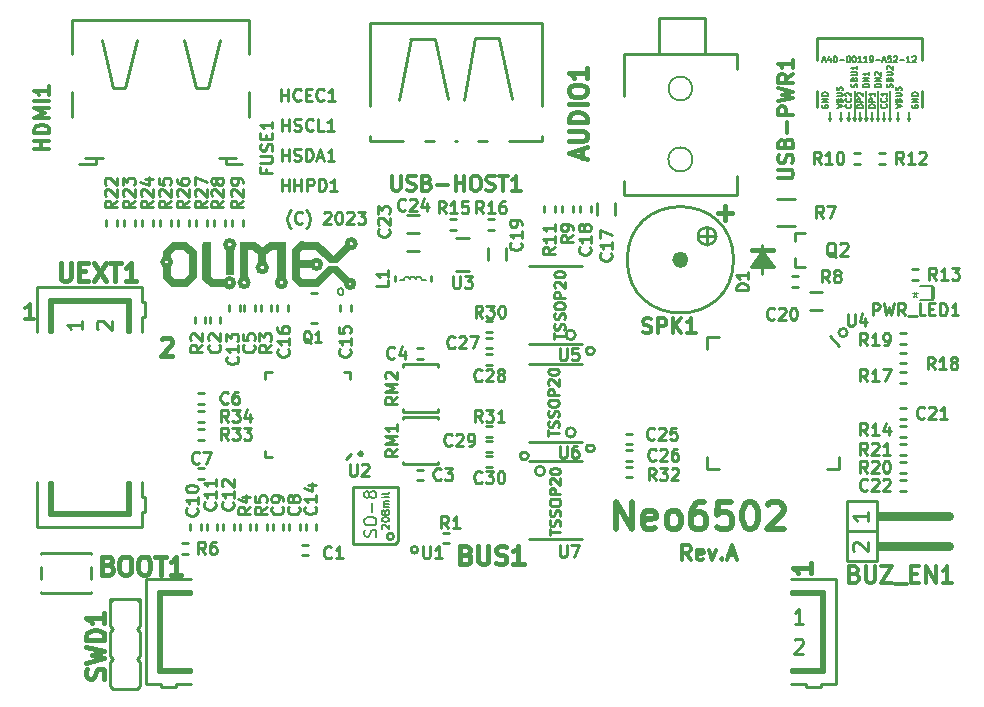
<source format=gbr>
G04 #@! TF.GenerationSoftware,KiCad,Pcbnew,5.1.4-e60b266~84~ubuntu18.04.1*
G04 #@! TF.CreationDate,2023-05-25T14:52:21+03:00*
G04 #@! TF.ProjectId,Neo6502_Rev_A,4e656f36-3530-4325-9f52-65765f412e6b,A*
G04 #@! TF.SameCoordinates,Original*
G04 #@! TF.FileFunction,Legend,Top*
G04 #@! TF.FilePolarity,Positive*
%FSLAX46Y46*%
G04 Gerber Fmt 4.6, Leading zero omitted, Abs format (unit mm)*
G04 Created by KiCad (PCBNEW 5.1.4-e60b266~84~ubuntu18.04.1) date 2023-05-25 14:52:21*
%MOMM*%
%LPD*%
G04 APERTURE LIST*
%ADD10C,0.381000*%
%ADD11C,0.317500*%
%ADD12C,0.254000*%
%ADD13C,0.508000*%
%ADD14C,0.762000*%
%ADD15C,0.400000*%
%ADD16C,0.700000*%
%ADD17C,0.500000*%
%ADD18C,0.100000*%
%ADD19C,0.150000*%
%ADD20C,0.050000*%
%ADD21C,0.127000*%
%ADD22C,0.200000*%
%ADD23C,0.349250*%
%ADD24C,0.222250*%
%ADD25C,0.158750*%
%ADD26C,0.203200*%
%ADD27C,0.250000*%
%ADD28C,0.225000*%
G04 APERTURE END LIST*
D10*
X112086571Y-89226571D02*
X112159142Y-89154000D01*
X112304285Y-89081428D01*
X112667142Y-89081428D01*
X112812285Y-89154000D01*
X112884857Y-89226571D01*
X112957428Y-89371714D01*
X112957428Y-89516857D01*
X112884857Y-89734571D01*
X112014000Y-90605428D01*
X112957428Y-90605428D01*
D11*
X101264357Y-87506023D02*
X100538642Y-87506023D01*
X100901500Y-87506023D02*
X100901500Y-86236023D01*
X100780547Y-86417452D01*
X100659595Y-86538404D01*
X100538642Y-86598880D01*
D10*
X167059428Y-108149571D02*
X167059428Y-109020428D01*
X167059428Y-108585000D02*
X165535428Y-108585000D01*
X165753142Y-108730142D01*
X165898285Y-108875285D01*
X165970857Y-109020428D01*
D12*
X123024571Y-79846666D02*
X122976190Y-79798285D01*
X122879428Y-79653142D01*
X122831047Y-79556380D01*
X122782666Y-79411238D01*
X122734285Y-79169333D01*
X122734285Y-78975809D01*
X122782666Y-78733904D01*
X122831047Y-78588761D01*
X122879428Y-78492000D01*
X122976190Y-78346857D01*
X123024571Y-78298476D01*
X123992190Y-79362857D02*
X123943809Y-79411238D01*
X123798666Y-79459619D01*
X123701904Y-79459619D01*
X123556761Y-79411238D01*
X123460000Y-79314476D01*
X123411619Y-79217714D01*
X123363238Y-79024190D01*
X123363238Y-78879047D01*
X123411619Y-78685523D01*
X123460000Y-78588761D01*
X123556761Y-78492000D01*
X123701904Y-78443619D01*
X123798666Y-78443619D01*
X123943809Y-78492000D01*
X123992190Y-78540380D01*
X124330857Y-79846666D02*
X124379238Y-79798285D01*
X124476000Y-79653142D01*
X124524380Y-79556380D01*
X124572761Y-79411238D01*
X124621142Y-79169333D01*
X124621142Y-78975809D01*
X124572761Y-78733904D01*
X124524380Y-78588761D01*
X124476000Y-78492000D01*
X124379238Y-78346857D01*
X124330857Y-78298476D01*
X125830666Y-78540380D02*
X125879047Y-78492000D01*
X125975809Y-78443619D01*
X126217714Y-78443619D01*
X126314476Y-78492000D01*
X126362857Y-78540380D01*
X126411238Y-78637142D01*
X126411238Y-78733904D01*
X126362857Y-78879047D01*
X125782285Y-79459619D01*
X126411238Y-79459619D01*
X127040190Y-78443619D02*
X127136952Y-78443619D01*
X127233714Y-78492000D01*
X127282095Y-78540380D01*
X127330476Y-78637142D01*
X127378857Y-78830666D01*
X127378857Y-79072571D01*
X127330476Y-79266095D01*
X127282095Y-79362857D01*
X127233714Y-79411238D01*
X127136952Y-79459619D01*
X127040190Y-79459619D01*
X126943428Y-79411238D01*
X126895047Y-79362857D01*
X126846666Y-79266095D01*
X126798285Y-79072571D01*
X126798285Y-78830666D01*
X126846666Y-78637142D01*
X126895047Y-78540380D01*
X126943428Y-78492000D01*
X127040190Y-78443619D01*
X127765904Y-78540380D02*
X127814285Y-78492000D01*
X127911047Y-78443619D01*
X128152952Y-78443619D01*
X128249714Y-78492000D01*
X128298095Y-78540380D01*
X128346476Y-78637142D01*
X128346476Y-78733904D01*
X128298095Y-78879047D01*
X127717523Y-79459619D01*
X128346476Y-79459619D01*
X128685142Y-78443619D02*
X129314095Y-78443619D01*
X128975428Y-78830666D01*
X129120571Y-78830666D01*
X129217333Y-78879047D01*
X129265714Y-78927428D01*
X129314095Y-79024190D01*
X129314095Y-79266095D01*
X129265714Y-79362857D01*
X129217333Y-79411238D01*
X129120571Y-79459619D01*
X128830285Y-79459619D01*
X128733523Y-79411238D01*
X128685142Y-79362857D01*
D11*
X156887333Y-107889523D02*
X156464000Y-107284761D01*
X156161619Y-107889523D02*
X156161619Y-106619523D01*
X156645428Y-106619523D01*
X156766380Y-106680000D01*
X156826857Y-106740476D01*
X156887333Y-106861428D01*
X156887333Y-107042857D01*
X156826857Y-107163809D01*
X156766380Y-107224285D01*
X156645428Y-107284761D01*
X156161619Y-107284761D01*
X157915428Y-107829047D02*
X157794476Y-107889523D01*
X157552571Y-107889523D01*
X157431619Y-107829047D01*
X157371142Y-107708095D01*
X157371142Y-107224285D01*
X157431619Y-107103333D01*
X157552571Y-107042857D01*
X157794476Y-107042857D01*
X157915428Y-107103333D01*
X157975904Y-107224285D01*
X157975904Y-107345238D01*
X157371142Y-107466190D01*
X158399238Y-107042857D02*
X158701619Y-107889523D01*
X159004000Y-107042857D01*
X159487809Y-107768571D02*
X159548285Y-107829047D01*
X159487809Y-107889523D01*
X159427333Y-107829047D01*
X159487809Y-107768571D01*
X159487809Y-107889523D01*
X160032095Y-107526666D02*
X160636857Y-107526666D01*
X159911142Y-107889523D02*
X160334476Y-106619523D01*
X160757809Y-107889523D01*
D13*
X150585714Y-105301142D02*
X150585714Y-103015142D01*
X151892000Y-105301142D01*
X151892000Y-103015142D01*
X153851428Y-105192285D02*
X153633714Y-105301142D01*
X153198285Y-105301142D01*
X152980571Y-105192285D01*
X152871714Y-104974571D01*
X152871714Y-104103714D01*
X152980571Y-103886000D01*
X153198285Y-103777142D01*
X153633714Y-103777142D01*
X153851428Y-103886000D01*
X153960285Y-104103714D01*
X153960285Y-104321428D01*
X152871714Y-104539142D01*
X155266571Y-105301142D02*
X155048857Y-105192285D01*
X154940000Y-105083428D01*
X154831142Y-104865714D01*
X154831142Y-104212571D01*
X154940000Y-103994857D01*
X155048857Y-103886000D01*
X155266571Y-103777142D01*
X155593142Y-103777142D01*
X155810857Y-103886000D01*
X155919714Y-103994857D01*
X156028571Y-104212571D01*
X156028571Y-104865714D01*
X155919714Y-105083428D01*
X155810857Y-105192285D01*
X155593142Y-105301142D01*
X155266571Y-105301142D01*
X157988000Y-103015142D02*
X157552571Y-103015142D01*
X157334857Y-103124000D01*
X157226000Y-103232857D01*
X157008285Y-103559428D01*
X156899428Y-103994857D01*
X156899428Y-104865714D01*
X157008285Y-105083428D01*
X157117142Y-105192285D01*
X157334857Y-105301142D01*
X157770285Y-105301142D01*
X157988000Y-105192285D01*
X158096857Y-105083428D01*
X158205714Y-104865714D01*
X158205714Y-104321428D01*
X158096857Y-104103714D01*
X157988000Y-103994857D01*
X157770285Y-103886000D01*
X157334857Y-103886000D01*
X157117142Y-103994857D01*
X157008285Y-104103714D01*
X156899428Y-104321428D01*
X160274000Y-103015142D02*
X159185428Y-103015142D01*
X159076571Y-104103714D01*
X159185428Y-103994857D01*
X159403142Y-103886000D01*
X159947428Y-103886000D01*
X160165142Y-103994857D01*
X160274000Y-104103714D01*
X160382857Y-104321428D01*
X160382857Y-104865714D01*
X160274000Y-105083428D01*
X160165142Y-105192285D01*
X159947428Y-105301142D01*
X159403142Y-105301142D01*
X159185428Y-105192285D01*
X159076571Y-105083428D01*
X161798000Y-103015142D02*
X162015714Y-103015142D01*
X162233428Y-103124000D01*
X162342285Y-103232857D01*
X162451142Y-103450571D01*
X162560000Y-103886000D01*
X162560000Y-104430285D01*
X162451142Y-104865714D01*
X162342285Y-105083428D01*
X162233428Y-105192285D01*
X162015714Y-105301142D01*
X161798000Y-105301142D01*
X161580285Y-105192285D01*
X161471428Y-105083428D01*
X161362571Y-104865714D01*
X161253714Y-104430285D01*
X161253714Y-103886000D01*
X161362571Y-103450571D01*
X161471428Y-103232857D01*
X161580285Y-103124000D01*
X161798000Y-103015142D01*
X163430857Y-103232857D02*
X163539714Y-103124000D01*
X163757428Y-103015142D01*
X164301714Y-103015142D01*
X164519428Y-103124000D01*
X164628285Y-103232857D01*
X164737142Y-103450571D01*
X164737142Y-103668285D01*
X164628285Y-103994857D01*
X163322000Y-105301142D01*
X164737142Y-105301142D01*
D12*
X118398260Y-73848160D02*
X117499100Y-73848160D01*
X117499100Y-73848160D02*
X116899660Y-73848160D01*
X107100340Y-73848160D02*
X106500900Y-73848160D01*
X106500900Y-73848160D02*
X105601740Y-73848160D01*
X104501920Y-70449640D02*
X104501920Y-68298260D01*
X104501920Y-65100400D02*
X104501920Y-62192100D01*
X104501920Y-62192100D02*
X119498080Y-62192100D01*
X119498080Y-62192100D02*
X119498080Y-65100400D01*
X119498080Y-68298260D02*
X119498080Y-70449640D01*
X105126760Y-74348540D02*
X106500900Y-74348540D01*
X106500900Y-74348540D02*
X106500900Y-73848160D01*
X117499100Y-73848160D02*
X117499100Y-74348540D01*
X117499100Y-74348540D02*
X118885940Y-74348540D01*
X110001020Y-63932000D02*
X109000260Y-67932500D01*
X109000260Y-67932500D02*
X108002040Y-67932500D01*
X108002040Y-67932500D02*
X107001280Y-63932000D01*
X113998980Y-63932000D02*
X114999740Y-67932500D01*
X114999740Y-67932500D02*
X115997960Y-67932500D01*
X115997960Y-67932500D02*
X116998720Y-63932000D01*
X129700000Y-62450000D02*
X144300000Y-62450000D01*
X138602740Y-63749840D02*
X137642620Y-68931440D01*
X141770120Y-68885720D02*
X140683000Y-63772700D01*
X138579880Y-63742220D02*
X140660140Y-63742220D01*
X133149360Y-63765080D02*
X135229620Y-63765080D01*
X136339600Y-68908580D02*
X135252480Y-63795560D01*
X133172220Y-63772700D02*
X132212100Y-68954300D01*
X144300000Y-72450000D02*
X144300000Y-72000000D01*
X129700000Y-72450000D02*
X129700000Y-72000000D01*
X144300000Y-72450000D02*
X141500000Y-72450000D01*
X137100000Y-72450000D02*
X136900000Y-72450000D01*
X135100000Y-72450000D02*
X134400000Y-72450000D01*
X139600000Y-72450000D02*
X138900000Y-72450000D01*
X132500000Y-72450000D02*
X129700000Y-72450000D01*
X144300000Y-62450000D02*
X144300000Y-69500000D01*
X129700000Y-62450000D02*
X129700000Y-69500000D01*
X114600000Y-117429000D02*
X114600000Y-117175000D01*
X114600000Y-110825000D02*
X114600000Y-110571000D01*
X165400000Y-110825000D02*
X165400000Y-110571000D01*
X165400000Y-117429000D02*
X165400000Y-117175000D01*
X165400000Y-110825000D02*
X167940000Y-110825000D01*
X169210000Y-109555000D02*
X165400000Y-109555000D01*
X168194000Y-110571000D02*
X165400000Y-110571000D01*
X168194000Y-117429000D02*
X168194000Y-110571000D01*
X165400000Y-117429000D02*
X168194000Y-117429000D01*
X111806000Y-117429000D02*
X114600000Y-117429000D01*
X111806000Y-110571000D02*
X111806000Y-117429000D01*
X114600000Y-110571000D02*
X111806000Y-110571000D01*
X112060000Y-110825000D02*
X114600000Y-110825000D01*
X166670000Y-118445000D02*
X165400000Y-118445000D01*
X166670000Y-118699000D02*
X166670000Y-118445000D01*
X167940000Y-118699000D02*
X167940000Y-118445000D01*
X166670000Y-118699000D02*
X167940000Y-118699000D01*
X114600000Y-118445000D02*
X113330000Y-118445000D01*
X112060000Y-118445000D02*
X110790000Y-118445000D01*
X113330000Y-118445000D02*
X113330000Y-118699000D01*
X112060000Y-118699000D02*
X113330000Y-118699000D01*
X112060000Y-118445000D02*
X112060000Y-118699000D01*
X169210000Y-118445000D02*
X169210000Y-109555000D01*
X110790000Y-109555000D02*
X110790000Y-118445000D01*
X110790000Y-109555000D02*
X114600000Y-109555000D01*
X169210000Y-118445000D02*
X167940000Y-118445000D01*
X167940000Y-117175000D02*
X167940000Y-110825000D01*
X112060000Y-110825000D02*
X112060000Y-117175000D01*
X114600000Y-117175000D02*
X112060000Y-117175000D01*
X167940000Y-117175000D02*
X165400000Y-117175000D01*
X112300000Y-117300000D02*
X111900000Y-117300000D01*
X168100000Y-117300000D02*
X167700000Y-117300000D01*
X168100000Y-110700000D02*
X167700000Y-110700000D01*
X112300000Y-110700000D02*
X111900000Y-110700000D01*
X109175000Y-88650000D02*
X109429000Y-88650000D01*
X102571000Y-88650000D02*
X102825000Y-88650000D01*
X102571000Y-101350000D02*
X102825000Y-101350000D01*
X109175000Y-101350000D02*
X109429000Y-101350000D01*
X101555000Y-88650000D02*
X101555000Y-84840000D01*
X102571000Y-85856000D02*
X102571000Y-88650000D01*
X109429000Y-85856000D02*
X102571000Y-85856000D01*
X109429000Y-88650000D02*
X109429000Y-85856000D01*
X109429000Y-104144000D02*
X109429000Y-101350000D01*
X102571000Y-104144000D02*
X109429000Y-104144000D01*
X102571000Y-101350000D02*
X102571000Y-104144000D01*
X110445000Y-87380000D02*
X110445000Y-88650000D01*
X110699000Y-87380000D02*
X110445000Y-87380000D01*
X110699000Y-86110000D02*
X110445000Y-86110000D01*
X110699000Y-87380000D02*
X110699000Y-86110000D01*
X110445000Y-101350000D02*
X110445000Y-102620000D01*
X110445000Y-103890000D02*
X110445000Y-105160000D01*
X110445000Y-102620000D02*
X110699000Y-102620000D01*
X110699000Y-103890000D02*
X110699000Y-102620000D01*
X110445000Y-103890000D02*
X110699000Y-103890000D01*
X102825000Y-88650000D02*
X102825000Y-86110000D01*
X102825000Y-103890000D02*
X102825000Y-101350000D01*
X110445000Y-84840000D02*
X101555000Y-84840000D01*
X101555000Y-105160000D02*
X110445000Y-105160000D01*
X101555000Y-105160000D02*
X101555000Y-101350000D01*
X110445000Y-84840000D02*
X110445000Y-86110000D01*
X109175000Y-86110000D02*
X102825000Y-86110000D01*
X102825000Y-103890000D02*
X109175000Y-103890000D01*
X109175000Y-101350000D02*
X109175000Y-103890000D01*
X109175000Y-86110000D02*
X109175000Y-88650000D01*
X109302000Y-86364000D02*
X109302000Y-85983000D01*
X102698000Y-86364000D02*
X102698000Y-85983000D01*
X102698000Y-103763000D02*
X102698000Y-104017000D01*
X109302000Y-103636000D02*
X109302000Y-104144000D01*
X172621600Y-108040000D02*
X170121600Y-108040000D01*
X172621600Y-105500000D02*
X170121600Y-105500000D01*
X172621600Y-102960000D02*
X172621600Y-108040000D01*
X170121600Y-108040000D02*
X170121600Y-102960000D01*
X170121600Y-102960000D02*
X172621600Y-102960000D01*
D14*
X172875600Y-104230000D02*
X178769600Y-104230000D01*
X172875600Y-106770000D02*
X178769600Y-106770000D01*
D15*
X112849147Y-82677000D02*
G75*
G03X112849147Y-82677000I-337447J0D01*
G01*
D16*
X112499000Y-81902300D02*
X113007000Y-81394300D01*
X114099200Y-81318100D02*
X114734200Y-81927700D01*
X114708800Y-83883500D02*
X114150000Y-84467700D01*
X116334400Y-84480400D02*
X115877200Y-84023200D01*
X117320200Y-84480400D02*
X116334400Y-84480400D01*
D15*
X118199324Y-84455000D02*
G75*
G03X118199324Y-84455000I-366324J0D01*
G01*
D16*
X117833000Y-81762600D02*
X117833000Y-83362800D01*
D15*
X118219218Y-81229200D02*
G75*
G03X118219218Y-81229200I-373518J0D01*
G01*
X119424559Y-84429600D02*
G75*
G03X119424559Y-84429600I-359659J0D01*
G01*
D16*
X119052200Y-83921600D02*
X119052200Y-81330800D01*
X119052200Y-81330800D02*
X119890400Y-81330800D01*
X119890400Y-81330800D02*
X120500000Y-81838800D01*
X120601600Y-82626200D02*
X120601600Y-81915000D01*
X120677800Y-81838800D02*
X121312800Y-81330800D01*
D15*
X120972518Y-83159600D02*
G75*
G03X120972518Y-83159600I-370918J0D01*
G01*
D16*
X121312800Y-81330800D02*
X122201800Y-81330800D01*
D15*
X122577729Y-84442300D02*
G75*
G03X122577729Y-84442300I-363229J0D01*
G01*
X128373266Y-84531200D02*
G75*
G03X128373266Y-84531200I-329466J0D01*
G01*
D16*
X127713600Y-84175600D02*
X126875400Y-83362800D01*
D17*
X126367400Y-83261200D02*
X126900800Y-83261200D01*
D16*
X125224400Y-84480400D02*
X126367400Y-83362800D01*
X123903600Y-84480400D02*
X125224400Y-84480400D01*
X123471800Y-84048600D02*
X123903600Y-84480400D01*
X123471800Y-81813400D02*
X123471800Y-84048600D01*
X123471800Y-81788000D02*
X123954400Y-81280000D01*
X124002500Y-81305400D02*
X125224400Y-81305400D01*
X125224400Y-81305400D02*
X126316600Y-82372200D01*
D17*
X126342000Y-82486500D02*
X126900800Y-82486500D01*
D16*
X127764400Y-81495900D02*
X126900800Y-82389600D01*
D15*
X128492135Y-81140300D02*
G75*
G03X128492135Y-81140300I-359435J0D01*
G01*
D16*
X124691000Y-82880200D02*
X123471800Y-82880200D01*
D15*
X125558659Y-82880200D02*
G75*
G03X125558659Y-82880200I-359659J0D01*
G01*
D16*
X113070500Y-84493100D02*
X114111900Y-84493100D01*
X112511700Y-83934300D02*
X112511700Y-83172300D01*
X112499000Y-83921600D02*
X113083200Y-84493100D01*
X112499000Y-81953100D02*
X112499000Y-82194400D01*
X114721500Y-81915000D02*
X114721500Y-83845400D01*
X114099200Y-81305400D02*
X113095900Y-81305400D01*
X122214500Y-81318100D02*
X122214500Y-83921600D01*
X115877200Y-84035900D02*
X115877200Y-81305400D01*
D18*
X115877200Y-80962500D02*
X115597800Y-80962500D01*
X115572400Y-80962500D02*
X115572400Y-84112100D01*
X115585100Y-80962500D02*
X115572400Y-80962500D01*
X115597800Y-80962500D02*
X115585100Y-80962500D01*
X115712100Y-81051400D02*
X115648600Y-81038700D01*
X116194700Y-80962500D02*
X116194700Y-83997800D01*
X115889900Y-80962500D02*
X116194700Y-80962500D01*
X116016900Y-81038700D02*
X116131200Y-81038700D01*
X117515500Y-81648300D02*
X117515500Y-83667600D01*
X118150500Y-83667600D02*
X118150500Y-81648300D01*
X118125100Y-83667600D02*
X118150500Y-83667600D01*
X117515500Y-83667600D02*
X118125100Y-83667600D01*
X117655200Y-83604100D02*
X117591700Y-83604100D01*
X117998100Y-83604100D02*
X118087000Y-83604100D01*
X118734700Y-84010500D02*
X118734700Y-81026000D01*
X119979300Y-81013300D02*
X120563500Y-81495900D01*
X118734700Y-81013300D02*
X119979300Y-81013300D01*
X118887100Y-81076800D02*
X118810900Y-81076800D01*
X122544700Y-84035900D02*
X122544700Y-81026000D01*
X121223900Y-81013300D02*
X120601600Y-81508600D01*
X121249300Y-81013300D02*
X121223900Y-81013300D01*
X122544700Y-81013300D02*
X121249300Y-81013300D01*
X122544700Y-81026000D02*
X122544700Y-81013300D01*
X122392300Y-81089500D02*
X122493900Y-81089500D01*
X125338700Y-80975200D02*
X126596000Y-82219800D01*
X125287900Y-80975200D02*
X125338700Y-80975200D01*
X123916300Y-80975200D02*
X125287900Y-80975200D01*
D12*
X154151600Y-62024000D02*
X154151600Y-65034000D01*
X158091600Y-62024000D02*
X154151600Y-62024000D01*
X158091600Y-65034000D02*
X158091600Y-62024000D01*
D19*
X157001249Y-68000000D02*
G75*
G03X157001249Y-68000000I-1001249J0D01*
G01*
X157019727Y-74000000D02*
G75*
G03X157019727Y-74000000I-1019727J0D01*
G01*
D12*
X160800600Y-65053600D02*
X160800600Y-66310900D01*
X156000000Y-65053600D02*
X160800600Y-65053600D01*
X160787900Y-76991600D02*
X160787900Y-75429500D01*
X155987300Y-77004300D02*
X160787900Y-76991600D01*
X156000000Y-65053600D02*
X151199400Y-65053600D01*
X151212100Y-76991600D02*
X151212100Y-75835900D01*
X156000000Y-77004300D02*
X151212100Y-76991600D01*
X151212100Y-65040900D02*
X151212100Y-68673100D01*
X174879000Y-102044500D02*
X175133000Y-102044500D01*
X174879000Y-102044500D02*
X174625000Y-102044500D01*
X174879000Y-101155500D02*
X174625000Y-101155500D01*
X174879000Y-101155500D02*
X175133000Y-101155500D01*
X177267000Y-85812600D02*
X177267000Y-84771200D01*
X177432100Y-84885500D02*
X177432100Y-85711000D01*
X177279700Y-85850700D02*
X177419400Y-85723700D01*
X177279700Y-84758500D02*
X177432100Y-84885500D01*
D20*
X175840800Y-85554600D02*
X175710800Y-85664600D01*
X175700800Y-85684600D02*
X175780800Y-85674600D01*
X175700800Y-85684600D02*
X175700800Y-85604600D01*
X175916200Y-85684600D02*
X175916200Y-85604600D01*
X175916200Y-85684600D02*
X175996200Y-85674600D01*
X176047800Y-85575600D02*
X175917800Y-85685600D01*
D18*
X175970000Y-85220000D02*
X175970000Y-85440000D01*
X175780000Y-85440000D02*
X175880000Y-85340000D01*
X175780000Y-85220000D02*
X175890000Y-85320000D01*
X175780000Y-85220000D02*
X175780000Y-85440000D01*
X175610000Y-85330000D02*
X176130000Y-85330000D01*
D21*
X176251000Y-84695000D02*
X177267000Y-84695000D01*
X177267000Y-85914200D02*
X176251000Y-85914200D01*
D12*
X175895000Y-84184500D02*
X176149000Y-84184500D01*
X175895000Y-84184500D02*
X175641000Y-84184500D01*
X175895000Y-83295500D02*
X175641000Y-83295500D01*
X175895000Y-83295500D02*
X176149000Y-83295500D01*
X115443000Y-97726500D02*
X115697000Y-97726500D01*
X115443000Y-97726500D02*
X115189000Y-97726500D01*
X115443000Y-96837500D02*
X115189000Y-96837500D01*
X115443000Y-96837500D02*
X115697000Y-96837500D01*
X139827000Y-88582500D02*
X140081000Y-88582500D01*
X139827000Y-88582500D02*
X139573000Y-88582500D01*
X139827000Y-87693500D02*
X139573000Y-87693500D01*
X139827000Y-87693500D02*
X140081000Y-87693500D01*
X115443000Y-96202500D02*
X115697000Y-96202500D01*
X115443000Y-96202500D02*
X115189000Y-96202500D01*
X115443000Y-95313500D02*
X115189000Y-95313500D01*
X115443000Y-95313500D02*
X115697000Y-95313500D01*
X165735000Y-84772500D02*
X165989000Y-84772500D01*
X165735000Y-84772500D02*
X165481000Y-84772500D01*
X165735000Y-83883500D02*
X165481000Y-83883500D01*
X165735000Y-83883500D02*
X165989000Y-83883500D01*
X145986500Y-78232000D02*
X145986500Y-78486000D01*
X145986500Y-78232000D02*
X145986500Y-77978000D01*
X146875500Y-78232000D02*
X146875500Y-77978000D01*
X146875500Y-78232000D02*
X146875500Y-78486000D01*
X144462500Y-78232000D02*
X144462500Y-78486000D01*
X144462500Y-78232000D02*
X144462500Y-77978000D01*
X145351500Y-78232000D02*
X145351500Y-77978000D01*
X145351500Y-78232000D02*
X145351500Y-78486000D01*
X167005000Y-86741000D02*
X168021000Y-86741000D01*
X167005000Y-85217000D02*
X168021000Y-85217000D01*
X150495000Y-78740000D02*
X150495000Y-77724000D01*
X148971000Y-78740000D02*
X148971000Y-77724000D01*
X147510500Y-78232000D02*
X147510500Y-78486000D01*
X147510500Y-78232000D02*
X147510500Y-77978000D01*
X148399500Y-78232000D02*
X148399500Y-77978000D01*
X148399500Y-78232000D02*
X148399500Y-78486000D01*
X162804000Y-82193002D02*
X163185000Y-82193002D01*
X162677000Y-82320002D02*
X163312000Y-82320002D01*
X162550000Y-82447002D02*
X163312000Y-82447002D01*
X162550000Y-82574002D02*
X163439000Y-82574002D01*
X163439000Y-82701002D02*
X162296000Y-82701002D01*
X162296000Y-82828002D02*
X163566000Y-82828002D01*
X163693000Y-82955002D02*
X162169000Y-82955002D01*
X161991200Y-81735802D02*
X161991200Y-81558002D01*
X163896200Y-81735802D02*
X163896200Y-81558002D01*
X161991200Y-81558002D02*
X163896200Y-81558002D01*
X161991200Y-83107402D02*
X163896200Y-83107402D01*
X161991200Y-81735802D02*
X163896200Y-81735802D01*
X162905600Y-81735802D02*
X163896200Y-83107402D01*
X161991200Y-83107402D02*
X162905600Y-81735802D01*
X162943700Y-83691602D02*
X162943700Y-81215102D01*
X165735000Y-82372200D02*
X165735000Y-83083400D01*
X166573200Y-83083400D02*
X165735000Y-83083400D01*
X166573200Y-80238600D02*
X165735000Y-80238600D01*
X165735000Y-80238600D02*
X165735000Y-80949800D01*
X101900000Y-109500000D02*
X101900000Y-108500000D01*
X106100000Y-109500000D02*
X106100000Y-108500000D01*
X106100000Y-110700000D02*
X106100000Y-110600000D01*
X101900000Y-110700000D02*
X106100000Y-110700000D01*
X101900000Y-110600000D02*
X101900000Y-110700000D01*
X101900000Y-107300000D02*
X101900000Y-107400000D01*
X106100000Y-107300000D02*
X106100000Y-107400000D01*
X101900000Y-107300000D02*
X106100000Y-107300000D01*
X124206000Y-106616500D02*
X123952000Y-106616500D01*
X124206000Y-106616500D02*
X124460000Y-106616500D01*
X124206000Y-107505500D02*
X124460000Y-107505500D01*
X124206000Y-107505500D02*
X123952000Y-107505500D01*
X116141500Y-87630000D02*
X116141500Y-87884000D01*
X116141500Y-87630000D02*
X116141500Y-87376000D01*
X117030500Y-87630000D02*
X117030500Y-87376000D01*
X117030500Y-87630000D02*
X117030500Y-87884000D01*
X133985000Y-100266500D02*
X133731000Y-100266500D01*
X133985000Y-100266500D02*
X134239000Y-100266500D01*
X133985000Y-101155500D02*
X134239000Y-101155500D01*
X133985000Y-101155500D02*
X133731000Y-101155500D01*
X133985000Y-90868500D02*
X133731000Y-90868500D01*
X133985000Y-90868500D02*
X134239000Y-90868500D01*
X133985000Y-89979500D02*
X134239000Y-89979500D01*
X133985000Y-89979500D02*
X133731000Y-89979500D01*
X119951500Y-86614000D02*
X119951500Y-86868000D01*
X119951500Y-86614000D02*
X119951500Y-86360000D01*
X119062500Y-86614000D02*
X119062500Y-86360000D01*
X119062500Y-86614000D02*
X119062500Y-86868000D01*
X115443000Y-94678500D02*
X115697000Y-94678500D01*
X115443000Y-94678500D02*
X115189000Y-94678500D01*
X115443000Y-93789500D02*
X115189000Y-93789500D01*
X115443000Y-93789500D02*
X115697000Y-93789500D01*
X115443000Y-100139500D02*
X115697000Y-100139500D01*
X115443000Y-100139500D02*
X115189000Y-100139500D01*
X115443000Y-101028500D02*
X115189000Y-101028500D01*
X115443000Y-101028500D02*
X115697000Y-101028500D01*
X122872500Y-105156000D02*
X122872500Y-104902000D01*
X122872500Y-105156000D02*
X122872500Y-105410000D01*
X123761500Y-105156000D02*
X123761500Y-105410000D01*
X123761500Y-105156000D02*
X123761500Y-104902000D01*
X122364500Y-105156000D02*
X122364500Y-104902000D01*
X122364500Y-105156000D02*
X122364500Y-105410000D01*
X121475500Y-105156000D02*
X121475500Y-105410000D01*
X121475500Y-105156000D02*
X121475500Y-104902000D01*
X115379500Y-105156000D02*
X115379500Y-104902000D01*
X115379500Y-105156000D02*
X115379500Y-105410000D01*
X114490500Y-105156000D02*
X114490500Y-105410000D01*
X114490500Y-105156000D02*
X114490500Y-104902000D01*
X116776500Y-105156000D02*
X116776500Y-104902000D01*
X116776500Y-105156000D02*
X116776500Y-105410000D01*
X115887500Y-105156000D02*
X115887500Y-105410000D01*
X115887500Y-105156000D02*
X115887500Y-104902000D01*
X117284500Y-105156000D02*
X117284500Y-104902000D01*
X117284500Y-105156000D02*
X117284500Y-105410000D01*
X118173500Y-105156000D02*
X118173500Y-105410000D01*
X118173500Y-105156000D02*
X118173500Y-104902000D01*
X118681500Y-86614000D02*
X118681500Y-86868000D01*
X118681500Y-86614000D02*
X118681500Y-86360000D01*
X117792500Y-86614000D02*
X117792500Y-86360000D01*
X117792500Y-86614000D02*
X117792500Y-86868000D01*
X125158500Y-105156000D02*
X125158500Y-104902000D01*
X125158500Y-105156000D02*
X125158500Y-105410000D01*
X124269500Y-105156000D02*
X124269500Y-105410000D01*
X124269500Y-105156000D02*
X124269500Y-104902000D01*
X127190500Y-86614000D02*
X127190500Y-86360000D01*
X127190500Y-86614000D02*
X127190500Y-86868000D01*
X128079500Y-86614000D02*
X128079500Y-86868000D01*
X128079500Y-86614000D02*
X128079500Y-86360000D01*
X121856500Y-86614000D02*
X121856500Y-86868000D01*
X121856500Y-86614000D02*
X121856500Y-86360000D01*
X122745500Y-86614000D02*
X122745500Y-86360000D01*
X122745500Y-86614000D02*
X122745500Y-86868000D01*
X139700000Y-82550000D02*
X139700000Y-81534000D01*
X141224000Y-82550000D02*
X141224000Y-81534000D01*
X174879000Y-95948501D02*
X174625000Y-95948501D01*
X174879000Y-95948501D02*
X175133000Y-95948501D01*
X174879000Y-95059501D02*
X175133000Y-95059501D01*
X174879000Y-95059501D02*
X174625000Y-95059501D01*
X132842001Y-80264000D02*
X133858001Y-80264000D01*
X132842001Y-81788000D02*
X133858001Y-81788000D01*
X132842000Y-80264000D02*
X133858000Y-80264000D01*
X132842000Y-78740000D02*
X133858000Y-78740000D01*
X151638000Y-97218500D02*
X151892000Y-97218500D01*
X151638000Y-97218500D02*
X151384000Y-97218500D01*
X151638000Y-98107500D02*
X151384000Y-98107500D01*
X151638000Y-98107500D02*
X151892000Y-98107500D01*
X151638000Y-99504500D02*
X151892000Y-99504500D01*
X151638000Y-99504500D02*
X151384000Y-99504500D01*
X151638000Y-98615500D02*
X151384000Y-98615500D01*
X151638000Y-98615500D02*
X151892000Y-98615500D01*
X139827000Y-89979500D02*
X139573000Y-89979500D01*
X139827000Y-89979500D02*
X140081000Y-89979500D01*
X139827000Y-89090500D02*
X140081000Y-89090500D01*
X139827000Y-89090500D02*
X139573000Y-89090500D01*
X139827000Y-90487500D02*
X139573000Y-90487500D01*
X139827000Y-90487500D02*
X140081000Y-90487500D01*
X139827000Y-91376500D02*
X140081000Y-91376500D01*
X139827000Y-91376500D02*
X139573000Y-91376500D01*
X139827000Y-98742500D02*
X139573000Y-98742500D01*
X139827000Y-98742500D02*
X140081000Y-98742500D01*
X139827000Y-97853500D02*
X140081000Y-97853500D01*
X139827000Y-97853500D02*
X139573000Y-97853500D01*
X139827000Y-100012500D02*
X139573000Y-100012500D01*
X139827000Y-100012500D02*
X140081000Y-100012500D01*
X139827000Y-99123500D02*
X140081000Y-99123500D01*
X139827000Y-99123500D02*
X139573000Y-99123500D01*
X134850000Y-84274000D02*
X134850000Y-83874000D01*
X131850000Y-84274000D02*
X131850000Y-83874000D01*
D22*
X132600000Y-84224000D02*
X132250000Y-84224000D01*
X134100000Y-84224000D02*
X134450000Y-84224000D01*
X133600000Y-84174000D02*
G75*
G02X134100000Y-84174000I250000J0D01*
G01*
X132600000Y-84174000D02*
G75*
G02X133100000Y-84174000I250000J0D01*
G01*
X133100000Y-84174000D02*
G75*
G02X133600000Y-84174000I250000J0D01*
G01*
D12*
X124714000Y-87884000D02*
X125222000Y-87884000D01*
X124714000Y-85344000D02*
X125222000Y-85344000D01*
X136144000Y-105600500D02*
X136398000Y-105600500D01*
X136144000Y-105600500D02*
X135890000Y-105600500D01*
X136144000Y-106489500D02*
X135890000Y-106489500D01*
X136144000Y-106489500D02*
X136398000Y-106489500D01*
X115760500Y-87630000D02*
X115760500Y-87884000D01*
X115760500Y-87630000D02*
X115760500Y-87376000D01*
X114871500Y-87630000D02*
X114871500Y-87376000D01*
X114871500Y-87630000D02*
X114871500Y-87884000D01*
X121348500Y-86614000D02*
X121348500Y-86360000D01*
X121348500Y-86614000D02*
X121348500Y-86868000D01*
X120459500Y-86614000D02*
X120459500Y-86868000D01*
X120459500Y-86614000D02*
X120459500Y-86360000D01*
X118681500Y-105156000D02*
X118681500Y-105410000D01*
X118681500Y-105156000D02*
X118681500Y-104902000D01*
X119570500Y-105156000D02*
X119570500Y-104902000D01*
X119570500Y-105156000D02*
X119570500Y-105410000D01*
X120967500Y-105156000D02*
X120967500Y-105410000D01*
X120967500Y-105156000D02*
X120967500Y-104902000D01*
X120078500Y-105156000D02*
X120078500Y-104902000D01*
X120078500Y-105156000D02*
X120078500Y-105410000D01*
X114046000Y-107378500D02*
X114300000Y-107378500D01*
X114046000Y-107378500D02*
X113792000Y-107378500D01*
X114046000Y-106489500D02*
X113792000Y-106489500D01*
X114046000Y-106489500D02*
X114300000Y-106489500D01*
X170942000Y-73469500D02*
X171196000Y-73469500D01*
X170942000Y-73469500D02*
X170688000Y-73469500D01*
X170942000Y-74358500D02*
X170688000Y-74358500D01*
X170942000Y-74358500D02*
X171196000Y-74358500D01*
X173101000Y-73469500D02*
X172847000Y-73469500D01*
X173101000Y-73469500D02*
X173355000Y-73469500D01*
X173101000Y-74358500D02*
X173355000Y-74358500D01*
X173101000Y-74358500D02*
X172847000Y-74358500D01*
X174879000Y-96583500D02*
X175133000Y-96583500D01*
X174879000Y-96583500D02*
X174625000Y-96583500D01*
X174879000Y-97472500D02*
X174625000Y-97472500D01*
X174879000Y-97472500D02*
X175133000Y-97472500D01*
X136779000Y-79946500D02*
X137033000Y-79946500D01*
X136779000Y-79946500D02*
X136525000Y-79946500D01*
X136779000Y-79057500D02*
X136525000Y-79057500D01*
X136779000Y-79057500D02*
X137033000Y-79057500D01*
X139954000Y-79946500D02*
X139700000Y-79946500D01*
X139954000Y-79946500D02*
X140208000Y-79946500D01*
X139954000Y-79057500D02*
X140208000Y-79057500D01*
X139954000Y-79057500D02*
X139700000Y-79057500D01*
X174879000Y-92900500D02*
X174625000Y-92900500D01*
X174879000Y-92900500D02*
X175133000Y-92900500D01*
X174879000Y-92011500D02*
X175133000Y-92011500D01*
X174879000Y-92011500D02*
X174625000Y-92011500D01*
X174879000Y-90360500D02*
X174625000Y-90360500D01*
X174879000Y-90360500D02*
X175133000Y-90360500D01*
X174879000Y-91249500D02*
X175133000Y-91249500D01*
X174879000Y-91249500D02*
X174625000Y-91249500D01*
X174879000Y-89598500D02*
X174625000Y-89598500D01*
X174879000Y-89598500D02*
X175133000Y-89598500D01*
X174879000Y-88709500D02*
X175133000Y-88709500D01*
X174879000Y-88709500D02*
X174625000Y-88709500D01*
X174879000Y-99631500D02*
X174625000Y-99631500D01*
X174879000Y-99631500D02*
X175133000Y-99631500D01*
X174879000Y-100520500D02*
X175133000Y-100520500D01*
X174879000Y-100520500D02*
X174625000Y-100520500D01*
X174879000Y-98996500D02*
X174625000Y-98996500D01*
X174879000Y-98996500D02*
X175133000Y-98996500D01*
X174879000Y-98107500D02*
X175133000Y-98107500D01*
X174879000Y-98107500D02*
X174625000Y-98107500D01*
X108267500Y-79375000D02*
X108267500Y-79629000D01*
X108267500Y-79375000D02*
X108267500Y-79121000D01*
X107378500Y-79375000D02*
X107378500Y-79121000D01*
X107378500Y-79375000D02*
X107378500Y-79629000D01*
X108902500Y-79375000D02*
X108902500Y-79629000D01*
X108902500Y-79375000D02*
X108902500Y-79121000D01*
X109791500Y-79375000D02*
X109791500Y-79121000D01*
X109791500Y-79375000D02*
X109791500Y-79629000D01*
X111315500Y-79375000D02*
X111315500Y-79629000D01*
X111315500Y-79375000D02*
X111315500Y-79121000D01*
X110426500Y-79375000D02*
X110426500Y-79121000D01*
X110426500Y-79375000D02*
X110426500Y-79629000D01*
X111950500Y-79375000D02*
X111950500Y-79629000D01*
X111950500Y-79375000D02*
X111950500Y-79121000D01*
X112839500Y-79375000D02*
X112839500Y-79121000D01*
X112839500Y-79375000D02*
X112839500Y-79629000D01*
X114363500Y-79375000D02*
X114363500Y-79629000D01*
X114363500Y-79375000D02*
X114363500Y-79121000D01*
X113474500Y-79375000D02*
X113474500Y-79121000D01*
X113474500Y-79375000D02*
X113474500Y-79629000D01*
X114998500Y-79375000D02*
X114998500Y-79629000D01*
X114998500Y-79375000D02*
X114998500Y-79121000D01*
X115887500Y-79375000D02*
X115887500Y-79121000D01*
X115887500Y-79375000D02*
X115887500Y-79629000D01*
X117411500Y-79375000D02*
X117411500Y-79629000D01*
X117411500Y-79375000D02*
X117411500Y-79121000D01*
X116522500Y-79375000D02*
X116522500Y-79121000D01*
X116522500Y-79375000D02*
X116522500Y-79629000D01*
X118046500Y-79375000D02*
X118046500Y-79629000D01*
X118046500Y-79375000D02*
X118046500Y-79121000D01*
X118935500Y-79375000D02*
X118935500Y-79121000D01*
X118935500Y-79375000D02*
X118935500Y-79629000D01*
X139827000Y-97472500D02*
X140081000Y-97472500D01*
X139827000Y-97472500D02*
X139573000Y-97472500D01*
X139827000Y-96583500D02*
X139573000Y-96583500D01*
X139827000Y-96583500D02*
X140081000Y-96583500D01*
X151638000Y-100012500D02*
X151384000Y-100012500D01*
X151638000Y-100012500D02*
X151892000Y-100012500D01*
X151638000Y-100901500D02*
X151892000Y-100901500D01*
X151638000Y-100901500D02*
X151384000Y-100901500D01*
X135458200Y-95796100D02*
X132511800Y-95796100D01*
X135458200Y-95808800D02*
X135458200Y-95986600D01*
X132511800Y-95783400D02*
X132511800Y-95999300D01*
X135458200Y-99606100D02*
X135458200Y-99796600D01*
X135458200Y-99796600D02*
X132511800Y-99796600D01*
X132511800Y-99796600D02*
X132511800Y-99580700D01*
X132511800Y-95351600D02*
X132511800Y-95135700D01*
X135458200Y-95351600D02*
X132511800Y-95351600D01*
X135458200Y-95161100D02*
X135458200Y-95351600D01*
X132511800Y-91338400D02*
X132511800Y-91554300D01*
X135458200Y-91363800D02*
X135458200Y-91541600D01*
X135458200Y-91351100D02*
X132511800Y-91351100D01*
X110270000Y-111190000D02*
X110270000Y-111444000D01*
X110270000Y-111444000D02*
X110270000Y-113476000D01*
X110270000Y-113476000D02*
X110016000Y-113730000D01*
X110016000Y-113730000D02*
X110270000Y-113984000D01*
X110270000Y-113984000D02*
X110270000Y-116016000D01*
X110270000Y-116016000D02*
X110016000Y-116270000D01*
X110016000Y-116270000D02*
X110270000Y-116524000D01*
X110270000Y-116524000D02*
X110270000Y-118556000D01*
X110270000Y-118556000D02*
X110016000Y-118810000D01*
X110016000Y-118810000D02*
X107984000Y-118810000D01*
X107984000Y-118810000D02*
X107730000Y-118556000D01*
X107730000Y-118556000D02*
X107730000Y-116524000D01*
X110016000Y-111190000D02*
X110270000Y-111444000D01*
X107730000Y-111444000D02*
X107984000Y-111190000D01*
X107730000Y-111698000D02*
X107730000Y-111190000D01*
X107730000Y-116016000D02*
X107730000Y-113984000D01*
X107730000Y-113984000D02*
X107984000Y-113730000D01*
X107984000Y-113730000D02*
X107730000Y-113476000D01*
X107730000Y-113476000D02*
X107730000Y-111698000D01*
X107730000Y-116016000D02*
X107984000Y-116270000D01*
X107984000Y-116270000D02*
X107730000Y-116524000D01*
X110270000Y-111190000D02*
X107730000Y-111190000D01*
X128275080Y-106537760D02*
X128275080Y-101742240D01*
X132074920Y-106273600D02*
X131808220Y-106537760D01*
X132074920Y-101742240D02*
X132074920Y-106273600D01*
X128270000Y-106553000D02*
X131826000Y-106553000D01*
X128270000Y-101727000D02*
X132080000Y-101727000D01*
X133760981Y-107061000D02*
G75*
G03X133760981Y-107061000I-283981J0D01*
G01*
X131728981Y-105918000D02*
G75*
G03X131728981Y-105918000I-283981J0D01*
G01*
X120850000Y-92016000D02*
X120850000Y-92578000D01*
X121412000Y-92016000D02*
X120850000Y-92016000D01*
X128070000Y-92016000D02*
X128070000Y-92578000D01*
X127508000Y-92016000D02*
X128070000Y-92016000D01*
X120850000Y-99236000D02*
X120850000Y-98674000D01*
X121412000Y-99236000D02*
X120850000Y-99236000D01*
X129084605Y-98928000D02*
G75*
G03X129084605Y-98928000I-179605J0D01*
G01*
X128143000Y-98928000D02*
X127708000Y-99363000D01*
X138099800Y-83439000D02*
X136969500Y-83439000D01*
X138099800Y-80632300D02*
X136969500Y-80632300D01*
X170133553Y-88665000D02*
G75*
G03X170133553Y-88665000I-353553J0D01*
G01*
X169430000Y-99215000D02*
X169430000Y-100215000D01*
X169430000Y-100215000D02*
X168430000Y-100215000D01*
X159230000Y-100215000D02*
X158230000Y-100215000D01*
X158230000Y-100215000D02*
X158230000Y-99215000D01*
X158230000Y-90015000D02*
X158230000Y-89015000D01*
X158230000Y-89015000D02*
X159230000Y-89015000D01*
X169430000Y-89815000D02*
X168630000Y-88955000D01*
X143165000Y-83060000D02*
X147665000Y-83060000D01*
X143165000Y-89660000D02*
X147665000Y-89660000D01*
X147115000Y-88860000D02*
G75*
G03X147115000Y-88860000I-400000J0D01*
G01*
X143165000Y-91315000D02*
X147665000Y-91315000D01*
X143165000Y-97915000D02*
X147665000Y-97915000D01*
X147115000Y-97115000D02*
G75*
G03X147115000Y-97115000I-400000J0D01*
G01*
X144515000Y-100370000D02*
G75*
G03X144515000Y-100370000I-400000J0D01*
G01*
X147665000Y-99570000D02*
X143165000Y-99570000D01*
X147665000Y-106170000D02*
X143165000Y-106170000D01*
D14*
X156250000Y-82500000D02*
G75*
G03X156250000Y-82500000I-250000J0D01*
G01*
D12*
X159000000Y-80500000D02*
G75*
G03X159000000Y-80500000I-750000J0D01*
G01*
X156571500Y-82500000D02*
G75*
G03X156571500Y-82500000I-571500J0D01*
G01*
X158250000Y-79750000D02*
X158250000Y-81250000D01*
X159000000Y-80500000D02*
X157500000Y-80500000D01*
X160500000Y-82500000D02*
G75*
G03X160500000Y-82500000I-4500000J0D01*
G01*
X165735000Y-79629000D02*
X164211000Y-79629000D01*
X165735000Y-77343000D02*
X164211000Y-77343000D01*
X176470000Y-69550000D02*
X176470000Y-68250000D01*
X167530000Y-69550000D02*
X167530000Y-68250000D01*
X176470000Y-63682000D02*
X167530000Y-63682000D01*
X167530000Y-63682000D02*
X167530000Y-65550000D01*
X176470000Y-65550000D02*
X176470000Y-63682000D01*
D21*
X170250000Y-70000000D02*
X170250000Y-70750000D01*
X169600000Y-70750000D02*
X169600000Y-70000000D01*
X170250000Y-70750000D02*
X170150000Y-70500000D01*
X170250000Y-70750000D02*
X170350000Y-70500000D01*
X169600000Y-70750000D02*
X169700000Y-70500000D01*
X169600000Y-70750000D02*
X169500000Y-70500000D01*
X168650000Y-70750000D02*
X168750000Y-70500000D01*
X168650000Y-70000000D02*
X168650000Y-70750000D01*
X168650000Y-70750000D02*
X168550000Y-70500000D01*
X170750000Y-70750000D02*
X170850000Y-70500000D01*
X170750000Y-68250000D02*
X170750000Y-70750000D01*
X170750000Y-70750000D02*
X170650000Y-70500000D01*
X171250000Y-70750000D02*
X171350000Y-70500000D01*
X171250000Y-70000000D02*
X171250000Y-70750000D01*
X171250000Y-70750000D02*
X171150000Y-70500000D01*
X171750000Y-70750000D02*
X171850000Y-70500000D01*
X171750000Y-70750000D02*
X171650000Y-70500000D01*
X171750000Y-68250000D02*
X171750000Y-70750000D01*
X172250000Y-70750000D02*
X172150000Y-70500000D01*
X172250000Y-70750000D02*
X172350000Y-70500000D01*
X172250000Y-70000000D02*
X172250000Y-70750000D01*
X173250000Y-70750000D02*
X173350000Y-70500000D01*
X172750000Y-70750000D02*
X172650000Y-70500000D01*
X173250000Y-70750000D02*
X173150000Y-70500000D01*
X172750000Y-70750000D02*
X172850000Y-70500000D01*
X172750000Y-68250000D02*
X172750000Y-70750000D01*
X173250000Y-70000000D02*
X173250000Y-70750000D01*
X173750000Y-70750000D02*
X173850000Y-70500000D01*
X173750000Y-68250000D02*
X173750000Y-70750000D01*
X174400000Y-70000000D02*
X174400000Y-70750000D01*
X173750000Y-70750000D02*
X173650000Y-70500000D01*
X174400000Y-70750000D02*
X174500000Y-70500000D01*
X174400000Y-70750000D02*
X174300000Y-70500000D01*
X175350000Y-70000000D02*
X175350000Y-70750000D01*
X175350000Y-70750000D02*
X175450000Y-70500000D01*
X175350000Y-70750000D02*
X175250000Y-70500000D01*
D11*
X102574523Y-73130714D02*
X101304523Y-73130714D01*
X101909285Y-73130714D02*
X101909285Y-72405000D01*
X102574523Y-72405000D02*
X101304523Y-72405000D01*
X102574523Y-71800238D02*
X101304523Y-71800238D01*
X101304523Y-71497857D01*
X101365000Y-71316428D01*
X101485952Y-71195476D01*
X101606904Y-71135000D01*
X101848809Y-71074523D01*
X102030238Y-71074523D01*
X102272142Y-71135000D01*
X102393095Y-71195476D01*
X102514047Y-71316428D01*
X102574523Y-71497857D01*
X102574523Y-71800238D01*
X102574523Y-70530238D02*
X101304523Y-70530238D01*
X102211666Y-70106904D01*
X101304523Y-69683571D01*
X102574523Y-69683571D01*
X102574523Y-69078809D02*
X101304523Y-69078809D01*
X102574523Y-67808809D02*
X102574523Y-68534523D01*
X102574523Y-68171666D02*
X101304523Y-68171666D01*
X101485952Y-68292619D01*
X101606904Y-68413571D01*
X101667380Y-68534523D01*
X131587380Y-75377523D02*
X131587380Y-76405619D01*
X131647857Y-76526571D01*
X131708333Y-76587047D01*
X131829285Y-76647523D01*
X132071190Y-76647523D01*
X132192142Y-76587047D01*
X132252619Y-76526571D01*
X132313095Y-76405619D01*
X132313095Y-75377523D01*
X132857380Y-76587047D02*
X133038809Y-76647523D01*
X133341190Y-76647523D01*
X133462142Y-76587047D01*
X133522619Y-76526571D01*
X133583095Y-76405619D01*
X133583095Y-76284666D01*
X133522619Y-76163714D01*
X133462142Y-76103238D01*
X133341190Y-76042761D01*
X133099285Y-75982285D01*
X132978333Y-75921809D01*
X132917857Y-75861333D01*
X132857380Y-75740380D01*
X132857380Y-75619428D01*
X132917857Y-75498476D01*
X132978333Y-75438000D01*
X133099285Y-75377523D01*
X133401666Y-75377523D01*
X133583095Y-75438000D01*
X134550714Y-75982285D02*
X134732142Y-76042761D01*
X134792619Y-76103238D01*
X134853095Y-76224190D01*
X134853095Y-76405619D01*
X134792619Y-76526571D01*
X134732142Y-76587047D01*
X134611190Y-76647523D01*
X134127380Y-76647523D01*
X134127380Y-75377523D01*
X134550714Y-75377523D01*
X134671666Y-75438000D01*
X134732142Y-75498476D01*
X134792619Y-75619428D01*
X134792619Y-75740380D01*
X134732142Y-75861333D01*
X134671666Y-75921809D01*
X134550714Y-75982285D01*
X134127380Y-75982285D01*
X135397380Y-76163714D02*
X136365000Y-76163714D01*
X136969761Y-76647523D02*
X136969761Y-75377523D01*
X136969761Y-75982285D02*
X137695476Y-75982285D01*
X137695476Y-76647523D02*
X137695476Y-75377523D01*
X138542142Y-75377523D02*
X138784047Y-75377523D01*
X138905000Y-75438000D01*
X139025952Y-75558952D01*
X139086428Y-75800857D01*
X139086428Y-76224190D01*
X139025952Y-76466095D01*
X138905000Y-76587047D01*
X138784047Y-76647523D01*
X138542142Y-76647523D01*
X138421190Y-76587047D01*
X138300238Y-76466095D01*
X138239761Y-76224190D01*
X138239761Y-75800857D01*
X138300238Y-75558952D01*
X138421190Y-75438000D01*
X138542142Y-75377523D01*
X139570238Y-76587047D02*
X139751666Y-76647523D01*
X140054047Y-76647523D01*
X140175000Y-76587047D01*
X140235476Y-76526571D01*
X140295952Y-76405619D01*
X140295952Y-76284666D01*
X140235476Y-76163714D01*
X140175000Y-76103238D01*
X140054047Y-76042761D01*
X139812142Y-75982285D01*
X139691190Y-75921809D01*
X139630714Y-75861333D01*
X139570238Y-75740380D01*
X139570238Y-75619428D01*
X139630714Y-75498476D01*
X139691190Y-75438000D01*
X139812142Y-75377523D01*
X140114523Y-75377523D01*
X140295952Y-75438000D01*
X140658809Y-75377523D02*
X141384523Y-75377523D01*
X141021666Y-76647523D02*
X141021666Y-75377523D01*
X142473095Y-76647523D02*
X141747380Y-76647523D01*
X142110238Y-76647523D02*
X142110238Y-75377523D01*
X141989285Y-75558952D01*
X141868333Y-75679904D01*
X141747380Y-75740380D01*
D10*
X137859142Y-107460142D02*
X138076857Y-107532714D01*
X138149428Y-107605285D01*
X138222000Y-107750428D01*
X138222000Y-107968142D01*
X138149428Y-108113285D01*
X138076857Y-108185857D01*
X137931714Y-108258428D01*
X137351142Y-108258428D01*
X137351142Y-106734428D01*
X137859142Y-106734428D01*
X138004285Y-106807000D01*
X138076857Y-106879571D01*
X138149428Y-107024714D01*
X138149428Y-107169857D01*
X138076857Y-107315000D01*
X138004285Y-107387571D01*
X137859142Y-107460142D01*
X137351142Y-107460142D01*
X138875142Y-106734428D02*
X138875142Y-107968142D01*
X138947714Y-108113285D01*
X139020285Y-108185857D01*
X139165428Y-108258428D01*
X139455714Y-108258428D01*
X139600857Y-108185857D01*
X139673428Y-108113285D01*
X139746000Y-107968142D01*
X139746000Y-106734428D01*
X140399142Y-108185857D02*
X140616857Y-108258428D01*
X140979714Y-108258428D01*
X141124857Y-108185857D01*
X141197428Y-108113285D01*
X141270000Y-107968142D01*
X141270000Y-107823000D01*
X141197428Y-107677857D01*
X141124857Y-107605285D01*
X140979714Y-107532714D01*
X140689428Y-107460142D01*
X140544285Y-107387571D01*
X140471714Y-107315000D01*
X140399142Y-107169857D01*
X140399142Y-107024714D01*
X140471714Y-106879571D01*
X140544285Y-106807000D01*
X140689428Y-106734428D01*
X141052285Y-106734428D01*
X141270000Y-106807000D01*
X142721428Y-108258428D02*
X141850571Y-108258428D01*
X142286000Y-108258428D02*
X142286000Y-106734428D01*
X142140857Y-106952142D01*
X141995714Y-107097285D01*
X141850571Y-107169857D01*
D12*
X165672142Y-114695476D02*
X165732619Y-114635000D01*
X165853571Y-114574523D01*
X166155952Y-114574523D01*
X166276904Y-114635000D01*
X166337380Y-114695476D01*
X166397857Y-114816428D01*
X166397857Y-114937380D01*
X166337380Y-115118809D01*
X165611666Y-115844523D01*
X166397857Y-115844523D01*
X166397857Y-113304523D02*
X165672142Y-113304523D01*
X166035000Y-113304523D02*
X166035000Y-112034523D01*
X165914047Y-112215952D01*
X165793095Y-112336904D01*
X165672142Y-112397380D01*
D10*
X103523142Y-82731428D02*
X103523142Y-83965142D01*
X103595714Y-84110285D01*
X103668285Y-84182857D01*
X103813428Y-84255428D01*
X104103714Y-84255428D01*
X104248857Y-84182857D01*
X104321428Y-84110285D01*
X104394000Y-83965142D01*
X104394000Y-82731428D01*
X105119714Y-83457142D02*
X105627714Y-83457142D01*
X105845428Y-84255428D02*
X105119714Y-84255428D01*
X105119714Y-82731428D01*
X105845428Y-82731428D01*
X106353428Y-82731428D02*
X107369428Y-84255428D01*
X107369428Y-82731428D02*
X106353428Y-84255428D01*
X107732285Y-82731428D02*
X108603142Y-82731428D01*
X108167714Y-84255428D02*
X108167714Y-82731428D01*
X109909428Y-84255428D02*
X109038571Y-84255428D01*
X109474000Y-84255428D02*
X109474000Y-82731428D01*
X109328857Y-82949142D01*
X109183714Y-83094285D01*
X109038571Y-83166857D01*
D12*
X105304523Y-87652142D02*
X105304523Y-88377857D01*
X105304523Y-88015000D02*
X104034523Y-88015000D01*
X104215952Y-88135952D01*
X104336904Y-88256904D01*
X104397380Y-88377857D01*
X106695476Y-88377857D02*
X106635000Y-88317380D01*
X106574523Y-88196428D01*
X106574523Y-87894047D01*
X106635000Y-87773095D01*
X106695476Y-87712619D01*
X106816428Y-87652142D01*
X106937380Y-87652142D01*
X107118809Y-87712619D01*
X107844523Y-88438333D01*
X107844523Y-87652142D01*
D23*
X170766619Y-109120214D02*
X170966190Y-109186738D01*
X171032714Y-109253261D01*
X171099238Y-109386309D01*
X171099238Y-109585880D01*
X171032714Y-109718928D01*
X170966190Y-109785452D01*
X170833142Y-109851976D01*
X170300952Y-109851976D01*
X170300952Y-108454976D01*
X170766619Y-108454976D01*
X170899666Y-108521500D01*
X170966190Y-108588023D01*
X171032714Y-108721071D01*
X171032714Y-108854119D01*
X170966190Y-108987166D01*
X170899666Y-109053690D01*
X170766619Y-109120214D01*
X170300952Y-109120214D01*
X171697952Y-108454976D02*
X171697952Y-109585880D01*
X171764476Y-109718928D01*
X171831000Y-109785452D01*
X171964047Y-109851976D01*
X172230142Y-109851976D01*
X172363190Y-109785452D01*
X172429714Y-109718928D01*
X172496238Y-109585880D01*
X172496238Y-108454976D01*
X173028428Y-108454976D02*
X173959761Y-108454976D01*
X173028428Y-109851976D01*
X173959761Y-109851976D01*
X174159333Y-109985023D02*
X175223714Y-109985023D01*
X175556333Y-109120214D02*
X176022000Y-109120214D01*
X176221571Y-109851976D02*
X175556333Y-109851976D01*
X175556333Y-108454976D01*
X176221571Y-108454976D01*
X176820285Y-109851976D02*
X176820285Y-108454976D01*
X177618571Y-109851976D01*
X177618571Y-108454976D01*
X179015571Y-109851976D02*
X178217285Y-109851976D01*
X178616428Y-109851976D02*
X178616428Y-108454976D01*
X178483380Y-108654547D01*
X178350333Y-108787595D01*
X178217285Y-108854119D01*
D12*
X170718076Y-107132857D02*
X170657600Y-107072380D01*
X170597123Y-106951428D01*
X170597123Y-106649047D01*
X170657600Y-106528095D01*
X170718076Y-106467619D01*
X170839028Y-106407142D01*
X170959980Y-106407142D01*
X171141409Y-106467619D01*
X171867123Y-107193333D01*
X171867123Y-106407142D01*
X171867123Y-103867142D02*
X171867123Y-104592857D01*
X171867123Y-104230000D02*
X170597123Y-104230000D01*
X170778552Y-104350952D01*
X170899504Y-104471904D01*
X170959980Y-104592857D01*
D10*
X147637500Y-73850500D02*
X147637500Y-73124785D01*
X148072928Y-73995642D02*
X146548928Y-73487642D01*
X148072928Y-72979642D01*
X146548928Y-72471642D02*
X147782642Y-72471642D01*
X147927785Y-72399071D01*
X148000357Y-72326500D01*
X148072928Y-72181357D01*
X148072928Y-71891071D01*
X148000357Y-71745928D01*
X147927785Y-71673357D01*
X147782642Y-71600785D01*
X146548928Y-71600785D01*
X148072928Y-70875071D02*
X146548928Y-70875071D01*
X146548928Y-70512214D01*
X146621500Y-70294500D01*
X146766642Y-70149357D01*
X146911785Y-70076785D01*
X147202071Y-70004214D01*
X147419785Y-70004214D01*
X147710071Y-70076785D01*
X147855214Y-70149357D01*
X148000357Y-70294500D01*
X148072928Y-70512214D01*
X148072928Y-70875071D01*
X148072928Y-69351071D02*
X146548928Y-69351071D01*
X146548928Y-68335071D02*
X146548928Y-68044785D01*
X146621500Y-67899642D01*
X146766642Y-67754500D01*
X147056928Y-67681928D01*
X147564928Y-67681928D01*
X147855214Y-67754500D01*
X148000357Y-67899642D01*
X148072928Y-68044785D01*
X148072928Y-68335071D01*
X148000357Y-68480214D01*
X147855214Y-68625357D01*
X147564928Y-68697928D01*
X147056928Y-68697928D01*
X146766642Y-68625357D01*
X146621500Y-68480214D01*
X146548928Y-68335071D01*
X148072928Y-66230500D02*
X148072928Y-67101357D01*
X148072928Y-66665928D02*
X146548928Y-66665928D01*
X146766642Y-66811071D01*
X146911785Y-66956214D01*
X146984357Y-67101357D01*
D12*
X171812857Y-101962857D02*
X171764476Y-102011238D01*
X171619333Y-102059619D01*
X171522571Y-102059619D01*
X171377428Y-102011238D01*
X171280666Y-101914476D01*
X171232285Y-101817714D01*
X171183904Y-101624190D01*
X171183904Y-101479047D01*
X171232285Y-101285523D01*
X171280666Y-101188761D01*
X171377428Y-101092000D01*
X171522571Y-101043619D01*
X171619333Y-101043619D01*
X171764476Y-101092000D01*
X171812857Y-101140380D01*
X172199904Y-101140380D02*
X172248285Y-101092000D01*
X172345047Y-101043619D01*
X172586952Y-101043619D01*
X172683714Y-101092000D01*
X172732095Y-101140380D01*
X172780476Y-101237142D01*
X172780476Y-101333904D01*
X172732095Y-101479047D01*
X172151523Y-102059619D01*
X172780476Y-102059619D01*
X173167523Y-101140380D02*
X173215904Y-101092000D01*
X173312666Y-101043619D01*
X173554571Y-101043619D01*
X173651333Y-101092000D01*
X173699714Y-101140380D01*
X173748095Y-101237142D01*
X173748095Y-101333904D01*
X173699714Y-101479047D01*
X173119142Y-102059619D01*
X173748095Y-102059619D01*
X172290619Y-87200619D02*
X172290619Y-86184619D01*
X172677666Y-86184619D01*
X172774428Y-86233000D01*
X172822809Y-86281380D01*
X172871190Y-86378142D01*
X172871190Y-86523285D01*
X172822809Y-86620047D01*
X172774428Y-86668428D01*
X172677666Y-86716809D01*
X172290619Y-86716809D01*
X173209857Y-86184619D02*
X173451761Y-87200619D01*
X173645285Y-86474904D01*
X173838809Y-87200619D01*
X174080714Y-86184619D01*
X175048333Y-87200619D02*
X174709666Y-86716809D01*
X174467761Y-87200619D02*
X174467761Y-86184619D01*
X174854809Y-86184619D01*
X174951571Y-86233000D01*
X174999952Y-86281380D01*
X175048333Y-86378142D01*
X175048333Y-86523285D01*
X174999952Y-86620047D01*
X174951571Y-86668428D01*
X174854809Y-86716809D01*
X174467761Y-86716809D01*
X175241857Y-87297380D02*
X176015952Y-87297380D01*
X176741666Y-87200619D02*
X176257857Y-87200619D01*
X176257857Y-86184619D01*
X177080333Y-86668428D02*
X177419000Y-86668428D01*
X177564142Y-87200619D02*
X177080333Y-87200619D01*
X177080333Y-86184619D01*
X177564142Y-86184619D01*
X177999571Y-87200619D02*
X177999571Y-86184619D01*
X178241476Y-86184619D01*
X178386619Y-86233000D01*
X178483380Y-86329761D01*
X178531761Y-86426523D01*
X178580142Y-86620047D01*
X178580142Y-86765190D01*
X178531761Y-86958714D01*
X178483380Y-87055476D01*
X178386619Y-87152238D01*
X178241476Y-87200619D01*
X177999571Y-87200619D01*
X179547761Y-87200619D02*
X178967190Y-87200619D01*
X179257476Y-87200619D02*
X179257476Y-86184619D01*
X179160714Y-86329761D01*
X179063952Y-86426523D01*
X178967190Y-86474904D01*
X177654857Y-84199619D02*
X177316190Y-83715809D01*
X177074285Y-84199619D02*
X177074285Y-83183619D01*
X177461333Y-83183619D01*
X177558095Y-83232000D01*
X177606476Y-83280380D01*
X177654857Y-83377142D01*
X177654857Y-83522285D01*
X177606476Y-83619047D01*
X177558095Y-83667428D01*
X177461333Y-83715809D01*
X177074285Y-83715809D01*
X178622476Y-84199619D02*
X178041904Y-84199619D01*
X178332190Y-84199619D02*
X178332190Y-83183619D01*
X178235428Y-83328761D01*
X178138666Y-83425523D01*
X178041904Y-83473904D01*
X178961142Y-83183619D02*
X179590095Y-83183619D01*
X179251428Y-83570666D01*
X179396571Y-83570666D01*
X179493333Y-83619047D01*
X179541714Y-83667428D01*
X179590095Y-83764190D01*
X179590095Y-84006095D01*
X179541714Y-84102857D01*
X179493333Y-84151238D01*
X179396571Y-84199619D01*
X179106285Y-84199619D01*
X179009523Y-84151238D01*
X178961142Y-84102857D01*
X117710857Y-97741619D02*
X117372190Y-97257809D01*
X117130285Y-97741619D02*
X117130285Y-96725619D01*
X117517333Y-96725619D01*
X117614095Y-96774000D01*
X117662476Y-96822380D01*
X117710857Y-96919142D01*
X117710857Y-97064285D01*
X117662476Y-97161047D01*
X117614095Y-97209428D01*
X117517333Y-97257809D01*
X117130285Y-97257809D01*
X118049523Y-96725619D02*
X118678476Y-96725619D01*
X118339809Y-97112666D01*
X118484952Y-97112666D01*
X118581714Y-97161047D01*
X118630095Y-97209428D01*
X118678476Y-97306190D01*
X118678476Y-97548095D01*
X118630095Y-97644857D01*
X118581714Y-97693238D01*
X118484952Y-97741619D01*
X118194666Y-97741619D01*
X118097904Y-97693238D01*
X118049523Y-97644857D01*
X119017142Y-96725619D02*
X119646095Y-96725619D01*
X119307428Y-97112666D01*
X119452571Y-97112666D01*
X119549333Y-97161047D01*
X119597714Y-97209428D01*
X119646095Y-97306190D01*
X119646095Y-97548095D01*
X119597714Y-97644857D01*
X119549333Y-97693238D01*
X119452571Y-97741619D01*
X119162285Y-97741619D01*
X119065523Y-97693238D01*
X119017142Y-97644857D01*
X139237357Y-87391119D02*
X138898690Y-86907309D01*
X138656785Y-87391119D02*
X138656785Y-86375119D01*
X139043833Y-86375119D01*
X139140595Y-86423500D01*
X139188976Y-86471880D01*
X139237357Y-86568642D01*
X139237357Y-86713785D01*
X139188976Y-86810547D01*
X139140595Y-86858928D01*
X139043833Y-86907309D01*
X138656785Y-86907309D01*
X139576023Y-86375119D02*
X140204976Y-86375119D01*
X139866309Y-86762166D01*
X140011452Y-86762166D01*
X140108214Y-86810547D01*
X140156595Y-86858928D01*
X140204976Y-86955690D01*
X140204976Y-87197595D01*
X140156595Y-87294357D01*
X140108214Y-87342738D01*
X140011452Y-87391119D01*
X139721166Y-87391119D01*
X139624404Y-87342738D01*
X139576023Y-87294357D01*
X140833928Y-86375119D02*
X140930690Y-86375119D01*
X141027452Y-86423500D01*
X141075833Y-86471880D01*
X141124214Y-86568642D01*
X141172595Y-86762166D01*
X141172595Y-87004071D01*
X141124214Y-87197595D01*
X141075833Y-87294357D01*
X141027452Y-87342738D01*
X140930690Y-87391119D01*
X140833928Y-87391119D01*
X140737166Y-87342738D01*
X140688785Y-87294357D01*
X140640404Y-87197595D01*
X140592023Y-87004071D01*
X140592023Y-86762166D01*
X140640404Y-86568642D01*
X140688785Y-86471880D01*
X140737166Y-86423500D01*
X140833928Y-86375119D01*
X117710857Y-96217619D02*
X117372190Y-95733809D01*
X117130285Y-96217619D02*
X117130285Y-95201619D01*
X117517333Y-95201619D01*
X117614095Y-95250000D01*
X117662476Y-95298380D01*
X117710857Y-95395142D01*
X117710857Y-95540285D01*
X117662476Y-95637047D01*
X117614095Y-95685428D01*
X117517333Y-95733809D01*
X117130285Y-95733809D01*
X118049523Y-95201619D02*
X118678476Y-95201619D01*
X118339809Y-95588666D01*
X118484952Y-95588666D01*
X118581714Y-95637047D01*
X118630095Y-95685428D01*
X118678476Y-95782190D01*
X118678476Y-96024095D01*
X118630095Y-96120857D01*
X118581714Y-96169238D01*
X118484952Y-96217619D01*
X118194666Y-96217619D01*
X118097904Y-96169238D01*
X118049523Y-96120857D01*
X119549333Y-95540285D02*
X119549333Y-96217619D01*
X119307428Y-95153238D02*
X119065523Y-95878952D01*
X119694476Y-95878952D01*
X168613666Y-84406619D02*
X168275000Y-83922809D01*
X168033095Y-84406619D02*
X168033095Y-83390619D01*
X168420142Y-83390619D01*
X168516904Y-83439000D01*
X168565285Y-83487380D01*
X168613666Y-83584142D01*
X168613666Y-83729285D01*
X168565285Y-83826047D01*
X168516904Y-83874428D01*
X168420142Y-83922809D01*
X168033095Y-83922809D01*
X169194238Y-83826047D02*
X169097476Y-83777666D01*
X169049095Y-83729285D01*
X169000714Y-83632523D01*
X169000714Y-83584142D01*
X169049095Y-83487380D01*
X169097476Y-83439000D01*
X169194238Y-83390619D01*
X169387761Y-83390619D01*
X169484523Y-83439000D01*
X169532904Y-83487380D01*
X169581285Y-83584142D01*
X169581285Y-83632523D01*
X169532904Y-83729285D01*
X169484523Y-83777666D01*
X169387761Y-83826047D01*
X169194238Y-83826047D01*
X169097476Y-83874428D01*
X169049095Y-83922809D01*
X169000714Y-84019571D01*
X169000714Y-84213095D01*
X169049095Y-84309857D01*
X169097476Y-84358238D01*
X169194238Y-84406619D01*
X169387761Y-84406619D01*
X169484523Y-84358238D01*
X169532904Y-84309857D01*
X169581285Y-84213095D01*
X169581285Y-84019571D01*
X169532904Y-83922809D01*
X169484523Y-83874428D01*
X169387761Y-83826047D01*
X146890619Y-80433333D02*
X146406809Y-80772000D01*
X146890619Y-81013904D02*
X145874619Y-81013904D01*
X145874619Y-80626857D01*
X145923000Y-80530095D01*
X145971380Y-80481714D01*
X146068142Y-80433333D01*
X146213285Y-80433333D01*
X146310047Y-80481714D01*
X146358428Y-80530095D01*
X146406809Y-80626857D01*
X146406809Y-81013904D01*
X146890619Y-79949523D02*
X146890619Y-79756000D01*
X146842238Y-79659238D01*
X146793857Y-79610857D01*
X146648714Y-79514095D01*
X146455190Y-79465714D01*
X146068142Y-79465714D01*
X145971380Y-79514095D01*
X145923000Y-79562476D01*
X145874619Y-79659238D01*
X145874619Y-79852761D01*
X145923000Y-79949523D01*
X145971380Y-79997904D01*
X146068142Y-80046285D01*
X146310047Y-80046285D01*
X146406809Y-79997904D01*
X146455190Y-79949523D01*
X146503571Y-79852761D01*
X146503571Y-79659238D01*
X146455190Y-79562476D01*
X146406809Y-79514095D01*
X146310047Y-79465714D01*
X145366619Y-81425142D02*
X144882809Y-81763809D01*
X145366619Y-82005714D02*
X144350619Y-82005714D01*
X144350619Y-81618666D01*
X144399000Y-81521904D01*
X144447380Y-81473523D01*
X144544142Y-81425142D01*
X144689285Y-81425142D01*
X144786047Y-81473523D01*
X144834428Y-81521904D01*
X144882809Y-81618666D01*
X144882809Y-82005714D01*
X145366619Y-80457523D02*
X145366619Y-81038095D01*
X145366619Y-80747809D02*
X144350619Y-80747809D01*
X144495761Y-80844571D01*
X144592523Y-80941333D01*
X144640904Y-81038095D01*
X145366619Y-79489904D02*
X145366619Y-80070476D01*
X145366619Y-79780190D02*
X144350619Y-79780190D01*
X144495761Y-79876952D01*
X144592523Y-79973714D01*
X144640904Y-80070476D01*
X163938857Y-87484857D02*
X163890476Y-87533238D01*
X163745333Y-87581619D01*
X163648571Y-87581619D01*
X163503428Y-87533238D01*
X163406666Y-87436476D01*
X163358285Y-87339714D01*
X163309904Y-87146190D01*
X163309904Y-87001047D01*
X163358285Y-86807523D01*
X163406666Y-86710761D01*
X163503428Y-86614000D01*
X163648571Y-86565619D01*
X163745333Y-86565619D01*
X163890476Y-86614000D01*
X163938857Y-86662380D01*
X164325904Y-86662380D02*
X164374285Y-86614000D01*
X164471047Y-86565619D01*
X164712952Y-86565619D01*
X164809714Y-86614000D01*
X164858095Y-86662380D01*
X164906476Y-86759142D01*
X164906476Y-86855904D01*
X164858095Y-87001047D01*
X164277523Y-87581619D01*
X164906476Y-87581619D01*
X165535428Y-86565619D02*
X165632190Y-86565619D01*
X165728952Y-86614000D01*
X165777333Y-86662380D01*
X165825714Y-86759142D01*
X165874095Y-86952666D01*
X165874095Y-87194571D01*
X165825714Y-87388095D01*
X165777333Y-87484857D01*
X165728952Y-87533238D01*
X165632190Y-87581619D01*
X165535428Y-87581619D01*
X165438666Y-87533238D01*
X165390285Y-87484857D01*
X165341904Y-87388095D01*
X165293523Y-87194571D01*
X165293523Y-86952666D01*
X165341904Y-86759142D01*
X165390285Y-86662380D01*
X165438666Y-86614000D01*
X165535428Y-86565619D01*
X150095857Y-81933142D02*
X150144238Y-81981523D01*
X150192619Y-82126666D01*
X150192619Y-82223428D01*
X150144238Y-82368571D01*
X150047476Y-82465333D01*
X149950714Y-82513714D01*
X149757190Y-82562095D01*
X149612047Y-82562095D01*
X149418523Y-82513714D01*
X149321761Y-82465333D01*
X149225000Y-82368571D01*
X149176619Y-82223428D01*
X149176619Y-82126666D01*
X149225000Y-81981523D01*
X149273380Y-81933142D01*
X150192619Y-80965523D02*
X150192619Y-81546095D01*
X150192619Y-81255809D02*
X149176619Y-81255809D01*
X149321761Y-81352571D01*
X149418523Y-81449333D01*
X149466904Y-81546095D01*
X149176619Y-80626857D02*
X149176619Y-79949523D01*
X150192619Y-80384952D01*
X148317857Y-81425142D02*
X148366238Y-81473523D01*
X148414619Y-81618666D01*
X148414619Y-81715428D01*
X148366238Y-81860571D01*
X148269476Y-81957333D01*
X148172714Y-82005714D01*
X147979190Y-82054095D01*
X147834047Y-82054095D01*
X147640523Y-82005714D01*
X147543761Y-81957333D01*
X147447000Y-81860571D01*
X147398619Y-81715428D01*
X147398619Y-81618666D01*
X147447000Y-81473523D01*
X147495380Y-81425142D01*
X148414619Y-80457523D02*
X148414619Y-81038095D01*
X148414619Y-80747809D02*
X147398619Y-80747809D01*
X147543761Y-80844571D01*
X147640523Y-80941333D01*
X147688904Y-81038095D01*
X147834047Y-79876952D02*
X147785666Y-79973714D01*
X147737285Y-80022095D01*
X147640523Y-80070476D01*
X147592142Y-80070476D01*
X147495380Y-80022095D01*
X147447000Y-79973714D01*
X147398619Y-79876952D01*
X147398619Y-79683428D01*
X147447000Y-79586666D01*
X147495380Y-79538285D01*
X147592142Y-79489904D01*
X147640523Y-79489904D01*
X147737285Y-79538285D01*
X147785666Y-79586666D01*
X147834047Y-79683428D01*
X147834047Y-79876952D01*
X147882428Y-79973714D01*
X147930809Y-80022095D01*
X148027571Y-80070476D01*
X148221095Y-80070476D01*
X148317857Y-80022095D01*
X148366238Y-79973714D01*
X148414619Y-79876952D01*
X148414619Y-79683428D01*
X148366238Y-79586666D01*
X148317857Y-79538285D01*
X148221095Y-79489904D01*
X148027571Y-79489904D01*
X147930809Y-79538285D01*
X147882428Y-79586666D01*
X147834047Y-79683428D01*
X161749619Y-85077904D02*
X160733619Y-85077904D01*
X160733619Y-84836000D01*
X160782000Y-84690857D01*
X160878761Y-84594095D01*
X160975523Y-84545714D01*
X161169047Y-84497333D01*
X161314190Y-84497333D01*
X161507714Y-84545714D01*
X161604476Y-84594095D01*
X161701238Y-84690857D01*
X161749619Y-84836000D01*
X161749619Y-85077904D01*
X161749619Y-83529714D02*
X161749619Y-84110285D01*
X161749619Y-83820000D02*
X160733619Y-83820000D01*
X160878761Y-83916761D01*
X160975523Y-84013523D01*
X161023904Y-84110285D01*
X169186239Y-82263380D02*
X169081477Y-82211000D01*
X168976715Y-82106238D01*
X168819572Y-81949095D01*
X168714810Y-81896714D01*
X168610048Y-81896714D01*
X168662429Y-82158619D02*
X168557667Y-82106238D01*
X168452905Y-82001476D01*
X168400524Y-81791952D01*
X168400524Y-81425285D01*
X168452905Y-81215761D01*
X168557667Y-81111000D01*
X168662429Y-81058619D01*
X168871953Y-81058619D01*
X168976715Y-81111000D01*
X169081477Y-81215761D01*
X169133858Y-81425285D01*
X169133858Y-81791952D01*
X169081477Y-82001476D01*
X168976715Y-82106238D01*
X168871953Y-82158619D01*
X168662429Y-82158619D01*
X169552905Y-81163380D02*
X169605286Y-81111000D01*
X169710048Y-81058619D01*
X169971953Y-81058619D01*
X170076715Y-81111000D01*
X170129096Y-81163380D01*
X170181477Y-81268142D01*
X170181477Y-81372904D01*
X170129096Y-81530047D01*
X169500524Y-82158619D01*
X170181477Y-82158619D01*
D10*
X107569000Y-108349142D02*
X107786714Y-108421714D01*
X107859285Y-108494285D01*
X107931857Y-108639428D01*
X107931857Y-108857142D01*
X107859285Y-109002285D01*
X107786714Y-109074857D01*
X107641571Y-109147428D01*
X107061000Y-109147428D01*
X107061000Y-107623428D01*
X107569000Y-107623428D01*
X107714142Y-107696000D01*
X107786714Y-107768571D01*
X107859285Y-107913714D01*
X107859285Y-108058857D01*
X107786714Y-108204000D01*
X107714142Y-108276571D01*
X107569000Y-108349142D01*
X107061000Y-108349142D01*
X108875285Y-107623428D02*
X109165571Y-107623428D01*
X109310714Y-107696000D01*
X109455857Y-107841142D01*
X109528428Y-108131428D01*
X109528428Y-108639428D01*
X109455857Y-108929714D01*
X109310714Y-109074857D01*
X109165571Y-109147428D01*
X108875285Y-109147428D01*
X108730142Y-109074857D01*
X108585000Y-108929714D01*
X108512428Y-108639428D01*
X108512428Y-108131428D01*
X108585000Y-107841142D01*
X108730142Y-107696000D01*
X108875285Y-107623428D01*
X110471857Y-107623428D02*
X110762142Y-107623428D01*
X110907285Y-107696000D01*
X111052428Y-107841142D01*
X111125000Y-108131428D01*
X111125000Y-108639428D01*
X111052428Y-108929714D01*
X110907285Y-109074857D01*
X110762142Y-109147428D01*
X110471857Y-109147428D01*
X110326714Y-109074857D01*
X110181571Y-108929714D01*
X110109000Y-108639428D01*
X110109000Y-108131428D01*
X110181571Y-107841142D01*
X110326714Y-107696000D01*
X110471857Y-107623428D01*
X111560428Y-107623428D02*
X112431285Y-107623428D01*
X111995857Y-109147428D02*
X111995857Y-107623428D01*
X113737571Y-109147428D02*
X112866714Y-109147428D01*
X113302142Y-109147428D02*
X113302142Y-107623428D01*
X113157000Y-107841142D01*
X113011857Y-107986285D01*
X112866714Y-108058857D01*
D12*
X126449666Y-107677857D02*
X126401285Y-107726238D01*
X126256142Y-107774619D01*
X126159380Y-107774619D01*
X126014238Y-107726238D01*
X125917476Y-107629476D01*
X125869095Y-107532714D01*
X125820714Y-107339190D01*
X125820714Y-107194047D01*
X125869095Y-107000523D01*
X125917476Y-106903761D01*
X126014238Y-106807000D01*
X126159380Y-106758619D01*
X126256142Y-106758619D01*
X126401285Y-106807000D01*
X126449666Y-106855380D01*
X127417285Y-107774619D02*
X126836714Y-107774619D01*
X127127000Y-107774619D02*
X127127000Y-106758619D01*
X127030238Y-106903761D01*
X126933476Y-107000523D01*
X126836714Y-107048904D01*
X116948857Y-89704333D02*
X116997238Y-89752714D01*
X117045619Y-89897857D01*
X117045619Y-89994619D01*
X116997238Y-90139761D01*
X116900476Y-90236523D01*
X116803714Y-90284904D01*
X116610190Y-90333285D01*
X116465047Y-90333285D01*
X116271523Y-90284904D01*
X116174761Y-90236523D01*
X116078000Y-90139761D01*
X116029619Y-89994619D01*
X116029619Y-89897857D01*
X116078000Y-89752714D01*
X116126380Y-89704333D01*
X116126380Y-89317285D02*
X116078000Y-89268904D01*
X116029619Y-89172142D01*
X116029619Y-88930238D01*
X116078000Y-88833476D01*
X116126380Y-88785095D01*
X116223142Y-88736714D01*
X116319904Y-88736714D01*
X116465047Y-88785095D01*
X117045619Y-89365666D01*
X117045619Y-88736714D01*
X135720666Y-101073857D02*
X135672285Y-101122238D01*
X135527142Y-101170619D01*
X135430380Y-101170619D01*
X135285238Y-101122238D01*
X135188476Y-101025476D01*
X135140095Y-100928714D01*
X135091714Y-100735190D01*
X135091714Y-100590047D01*
X135140095Y-100396523D01*
X135188476Y-100299761D01*
X135285238Y-100203000D01*
X135430380Y-100154619D01*
X135527142Y-100154619D01*
X135672285Y-100203000D01*
X135720666Y-100251380D01*
X136059333Y-100154619D02*
X136688285Y-100154619D01*
X136349619Y-100541666D01*
X136494761Y-100541666D01*
X136591523Y-100590047D01*
X136639904Y-100638428D01*
X136688285Y-100735190D01*
X136688285Y-100977095D01*
X136639904Y-101073857D01*
X136591523Y-101122238D01*
X136494761Y-101170619D01*
X136204476Y-101170619D01*
X136107714Y-101122238D01*
X136059333Y-101073857D01*
X131783666Y-90786857D02*
X131735285Y-90835238D01*
X131590142Y-90883619D01*
X131493380Y-90883619D01*
X131348238Y-90835238D01*
X131251476Y-90738476D01*
X131203095Y-90641714D01*
X131154714Y-90448190D01*
X131154714Y-90303047D01*
X131203095Y-90109523D01*
X131251476Y-90012761D01*
X131348238Y-89916000D01*
X131493380Y-89867619D01*
X131590142Y-89867619D01*
X131735285Y-89916000D01*
X131783666Y-89964380D01*
X132654523Y-90206285D02*
X132654523Y-90883619D01*
X132412619Y-89819238D02*
X132170714Y-90544952D01*
X132799666Y-90544952D01*
X119869857Y-89704333D02*
X119918238Y-89752714D01*
X119966619Y-89897857D01*
X119966619Y-89994619D01*
X119918238Y-90139761D01*
X119821476Y-90236523D01*
X119724714Y-90284904D01*
X119531190Y-90333285D01*
X119386047Y-90333285D01*
X119192523Y-90284904D01*
X119095761Y-90236523D01*
X118999000Y-90139761D01*
X118950619Y-89994619D01*
X118950619Y-89897857D01*
X118999000Y-89752714D01*
X119047380Y-89704333D01*
X118950619Y-88785095D02*
X118950619Y-89268904D01*
X119434428Y-89317285D01*
X119386047Y-89268904D01*
X119337666Y-89172142D01*
X119337666Y-88930238D01*
X119386047Y-88833476D01*
X119434428Y-88785095D01*
X119531190Y-88736714D01*
X119773095Y-88736714D01*
X119869857Y-88785095D01*
X119918238Y-88833476D01*
X119966619Y-88930238D01*
X119966619Y-89172142D01*
X119918238Y-89268904D01*
X119869857Y-89317285D01*
X117686666Y-94596857D02*
X117638285Y-94645238D01*
X117493142Y-94693619D01*
X117396380Y-94693619D01*
X117251238Y-94645238D01*
X117154476Y-94548476D01*
X117106095Y-94451714D01*
X117057714Y-94258190D01*
X117057714Y-94113047D01*
X117106095Y-93919523D01*
X117154476Y-93822761D01*
X117251238Y-93726000D01*
X117396380Y-93677619D01*
X117493142Y-93677619D01*
X117638285Y-93726000D01*
X117686666Y-93774380D01*
X118557523Y-93677619D02*
X118364000Y-93677619D01*
X118267238Y-93726000D01*
X118218857Y-93774380D01*
X118122095Y-93919523D01*
X118073714Y-94113047D01*
X118073714Y-94500095D01*
X118122095Y-94596857D01*
X118170476Y-94645238D01*
X118267238Y-94693619D01*
X118460761Y-94693619D01*
X118557523Y-94645238D01*
X118605904Y-94596857D01*
X118654285Y-94500095D01*
X118654285Y-94258190D01*
X118605904Y-94161428D01*
X118557523Y-94113047D01*
X118460761Y-94064666D01*
X118267238Y-94064666D01*
X118170476Y-94113047D01*
X118122095Y-94161428D01*
X118073714Y-94258190D01*
X115273666Y-99676857D02*
X115225285Y-99725238D01*
X115080142Y-99773619D01*
X114983380Y-99773619D01*
X114838238Y-99725238D01*
X114741476Y-99628476D01*
X114693095Y-99531714D01*
X114644714Y-99338190D01*
X114644714Y-99193047D01*
X114693095Y-98999523D01*
X114741476Y-98902761D01*
X114838238Y-98806000D01*
X114983380Y-98757619D01*
X115080142Y-98757619D01*
X115225285Y-98806000D01*
X115273666Y-98854380D01*
X115612333Y-98757619D02*
X116289666Y-98757619D01*
X115854238Y-99773619D01*
X123679857Y-103420333D02*
X123728238Y-103468714D01*
X123776619Y-103613857D01*
X123776619Y-103710619D01*
X123728238Y-103855761D01*
X123631476Y-103952523D01*
X123534714Y-104000904D01*
X123341190Y-104049285D01*
X123196047Y-104049285D01*
X123002523Y-104000904D01*
X122905761Y-103952523D01*
X122809000Y-103855761D01*
X122760619Y-103710619D01*
X122760619Y-103613857D01*
X122809000Y-103468714D01*
X122857380Y-103420333D01*
X123196047Y-102839761D02*
X123147666Y-102936523D01*
X123099285Y-102984904D01*
X123002523Y-103033285D01*
X122954142Y-103033285D01*
X122857380Y-102984904D01*
X122809000Y-102936523D01*
X122760619Y-102839761D01*
X122760619Y-102646238D01*
X122809000Y-102549476D01*
X122857380Y-102501095D01*
X122954142Y-102452714D01*
X123002523Y-102452714D01*
X123099285Y-102501095D01*
X123147666Y-102549476D01*
X123196047Y-102646238D01*
X123196047Y-102839761D01*
X123244428Y-102936523D01*
X123292809Y-102984904D01*
X123389571Y-103033285D01*
X123583095Y-103033285D01*
X123679857Y-102984904D01*
X123728238Y-102936523D01*
X123776619Y-102839761D01*
X123776619Y-102646238D01*
X123728238Y-102549476D01*
X123679857Y-102501095D01*
X123583095Y-102452714D01*
X123389571Y-102452714D01*
X123292809Y-102501095D01*
X123244428Y-102549476D01*
X123196047Y-102646238D01*
X122282857Y-103420333D02*
X122331238Y-103468714D01*
X122379619Y-103613857D01*
X122379619Y-103710619D01*
X122331238Y-103855761D01*
X122234476Y-103952523D01*
X122137714Y-104000904D01*
X121944190Y-104049285D01*
X121799047Y-104049285D01*
X121605523Y-104000904D01*
X121508761Y-103952523D01*
X121412000Y-103855761D01*
X121363619Y-103710619D01*
X121363619Y-103613857D01*
X121412000Y-103468714D01*
X121460380Y-103420333D01*
X122379619Y-102936523D02*
X122379619Y-102743000D01*
X122331238Y-102646238D01*
X122282857Y-102597857D01*
X122137714Y-102501095D01*
X121944190Y-102452714D01*
X121557142Y-102452714D01*
X121460380Y-102501095D01*
X121412000Y-102549476D01*
X121363619Y-102646238D01*
X121363619Y-102839761D01*
X121412000Y-102936523D01*
X121460380Y-102984904D01*
X121557142Y-103033285D01*
X121799047Y-103033285D01*
X121895809Y-102984904D01*
X121944190Y-102936523D01*
X121992571Y-102839761D01*
X121992571Y-102646238D01*
X121944190Y-102549476D01*
X121895809Y-102501095D01*
X121799047Y-102452714D01*
X115043857Y-103523142D02*
X115092238Y-103571523D01*
X115140619Y-103716666D01*
X115140619Y-103813428D01*
X115092238Y-103958571D01*
X114995476Y-104055333D01*
X114898714Y-104103714D01*
X114705190Y-104152095D01*
X114560047Y-104152095D01*
X114366523Y-104103714D01*
X114269761Y-104055333D01*
X114173000Y-103958571D01*
X114124619Y-103813428D01*
X114124619Y-103716666D01*
X114173000Y-103571523D01*
X114221380Y-103523142D01*
X115140619Y-102555523D02*
X115140619Y-103136095D01*
X115140619Y-102845809D02*
X114124619Y-102845809D01*
X114269761Y-102942571D01*
X114366523Y-103039333D01*
X114414904Y-103136095D01*
X114124619Y-101926571D02*
X114124619Y-101829809D01*
X114173000Y-101733047D01*
X114221380Y-101684666D01*
X114318142Y-101636285D01*
X114511666Y-101587904D01*
X114753571Y-101587904D01*
X114947095Y-101636285D01*
X115043857Y-101684666D01*
X115092238Y-101733047D01*
X115140619Y-101829809D01*
X115140619Y-101926571D01*
X115092238Y-102023333D01*
X115043857Y-102071714D01*
X114947095Y-102120095D01*
X114753571Y-102168476D01*
X114511666Y-102168476D01*
X114318142Y-102120095D01*
X114221380Y-102071714D01*
X114173000Y-102023333D01*
X114124619Y-101926571D01*
X116567857Y-103015142D02*
X116616238Y-103063523D01*
X116664619Y-103208666D01*
X116664619Y-103305428D01*
X116616238Y-103450571D01*
X116519476Y-103547333D01*
X116422714Y-103595714D01*
X116229190Y-103644095D01*
X116084047Y-103644095D01*
X115890523Y-103595714D01*
X115793761Y-103547333D01*
X115697000Y-103450571D01*
X115648619Y-103305428D01*
X115648619Y-103208666D01*
X115697000Y-103063523D01*
X115745380Y-103015142D01*
X116664619Y-102047523D02*
X116664619Y-102628095D01*
X116664619Y-102337809D02*
X115648619Y-102337809D01*
X115793761Y-102434571D01*
X115890523Y-102531333D01*
X115938904Y-102628095D01*
X116664619Y-101079904D02*
X116664619Y-101660476D01*
X116664619Y-101370190D02*
X115648619Y-101370190D01*
X115793761Y-101466952D01*
X115890523Y-101563714D01*
X115938904Y-101660476D01*
X118091857Y-103015142D02*
X118140238Y-103063523D01*
X118188619Y-103208666D01*
X118188619Y-103305428D01*
X118140238Y-103450571D01*
X118043476Y-103547333D01*
X117946714Y-103595714D01*
X117753190Y-103644095D01*
X117608047Y-103644095D01*
X117414523Y-103595714D01*
X117317761Y-103547333D01*
X117221000Y-103450571D01*
X117172619Y-103305428D01*
X117172619Y-103208666D01*
X117221000Y-103063523D01*
X117269380Y-103015142D01*
X118188619Y-102047523D02*
X118188619Y-102628095D01*
X118188619Y-102337809D02*
X117172619Y-102337809D01*
X117317761Y-102434571D01*
X117414523Y-102531333D01*
X117462904Y-102628095D01*
X117269380Y-101660476D02*
X117221000Y-101612095D01*
X117172619Y-101515333D01*
X117172619Y-101273428D01*
X117221000Y-101176666D01*
X117269380Y-101128285D01*
X117366142Y-101079904D01*
X117462904Y-101079904D01*
X117608047Y-101128285D01*
X118188619Y-101708857D01*
X118188619Y-101079904D01*
X118472857Y-90696142D02*
X118521238Y-90744523D01*
X118569619Y-90889666D01*
X118569619Y-90986428D01*
X118521238Y-91131571D01*
X118424476Y-91228333D01*
X118327714Y-91276714D01*
X118134190Y-91325095D01*
X117989047Y-91325095D01*
X117795523Y-91276714D01*
X117698761Y-91228333D01*
X117602000Y-91131571D01*
X117553619Y-90986428D01*
X117553619Y-90889666D01*
X117602000Y-90744523D01*
X117650380Y-90696142D01*
X118569619Y-89728523D02*
X118569619Y-90309095D01*
X118569619Y-90018809D02*
X117553619Y-90018809D01*
X117698761Y-90115571D01*
X117795523Y-90212333D01*
X117843904Y-90309095D01*
X117553619Y-89389857D02*
X117553619Y-88760904D01*
X117940666Y-89099571D01*
X117940666Y-88954428D01*
X117989047Y-88857666D01*
X118037428Y-88809285D01*
X118134190Y-88760904D01*
X118376095Y-88760904D01*
X118472857Y-88809285D01*
X118521238Y-88857666D01*
X118569619Y-88954428D01*
X118569619Y-89244714D01*
X118521238Y-89341476D01*
X118472857Y-89389857D01*
X125076857Y-103396142D02*
X125125238Y-103444523D01*
X125173619Y-103589666D01*
X125173619Y-103686428D01*
X125125238Y-103831571D01*
X125028476Y-103928333D01*
X124931714Y-103976714D01*
X124738190Y-104025095D01*
X124593047Y-104025095D01*
X124399523Y-103976714D01*
X124302761Y-103928333D01*
X124206000Y-103831571D01*
X124157619Y-103686428D01*
X124157619Y-103589666D01*
X124206000Y-103444523D01*
X124254380Y-103396142D01*
X125173619Y-102428523D02*
X125173619Y-103009095D01*
X125173619Y-102718809D02*
X124157619Y-102718809D01*
X124302761Y-102815571D01*
X124399523Y-102912333D01*
X124447904Y-103009095D01*
X124496285Y-101557666D02*
X125173619Y-101557666D01*
X124109238Y-101799571D02*
X124834952Y-102041476D01*
X124834952Y-101412523D01*
X127997857Y-90061142D02*
X128046238Y-90109523D01*
X128094619Y-90254666D01*
X128094619Y-90351428D01*
X128046238Y-90496571D01*
X127949476Y-90593333D01*
X127852714Y-90641714D01*
X127659190Y-90690095D01*
X127514047Y-90690095D01*
X127320523Y-90641714D01*
X127223761Y-90593333D01*
X127127000Y-90496571D01*
X127078619Y-90351428D01*
X127078619Y-90254666D01*
X127127000Y-90109523D01*
X127175380Y-90061142D01*
X128094619Y-89093523D02*
X128094619Y-89674095D01*
X128094619Y-89383809D02*
X127078619Y-89383809D01*
X127223761Y-89480571D01*
X127320523Y-89577333D01*
X127368904Y-89674095D01*
X127078619Y-88174285D02*
X127078619Y-88658095D01*
X127562428Y-88706476D01*
X127514047Y-88658095D01*
X127465666Y-88561333D01*
X127465666Y-88319428D01*
X127514047Y-88222666D01*
X127562428Y-88174285D01*
X127659190Y-88125904D01*
X127901095Y-88125904D01*
X127997857Y-88174285D01*
X128046238Y-88222666D01*
X128094619Y-88319428D01*
X128094619Y-88561333D01*
X128046238Y-88658095D01*
X127997857Y-88706476D01*
X122790857Y-90061142D02*
X122839238Y-90109523D01*
X122887619Y-90254666D01*
X122887619Y-90351428D01*
X122839238Y-90496571D01*
X122742476Y-90593333D01*
X122645714Y-90641714D01*
X122452190Y-90690095D01*
X122307047Y-90690095D01*
X122113523Y-90641714D01*
X122016761Y-90593333D01*
X121920000Y-90496571D01*
X121871619Y-90351428D01*
X121871619Y-90254666D01*
X121920000Y-90109523D01*
X121968380Y-90061142D01*
X122887619Y-89093523D02*
X122887619Y-89674095D01*
X122887619Y-89383809D02*
X121871619Y-89383809D01*
X122016761Y-89480571D01*
X122113523Y-89577333D01*
X122161904Y-89674095D01*
X121871619Y-88222666D02*
X121871619Y-88416190D01*
X121920000Y-88512952D01*
X121968380Y-88561333D01*
X122113523Y-88658095D01*
X122307047Y-88706476D01*
X122694095Y-88706476D01*
X122790857Y-88658095D01*
X122839238Y-88609714D01*
X122887619Y-88512952D01*
X122887619Y-88319428D01*
X122839238Y-88222666D01*
X122790857Y-88174285D01*
X122694095Y-88125904D01*
X122452190Y-88125904D01*
X122355428Y-88174285D01*
X122307047Y-88222666D01*
X122258666Y-88319428D01*
X122258666Y-88512952D01*
X122307047Y-88609714D01*
X122355428Y-88658095D01*
X122452190Y-88706476D01*
X142475857Y-81044142D02*
X142524238Y-81092523D01*
X142572619Y-81237666D01*
X142572619Y-81334428D01*
X142524238Y-81479571D01*
X142427476Y-81576333D01*
X142330714Y-81624714D01*
X142137190Y-81673095D01*
X141992047Y-81673095D01*
X141798523Y-81624714D01*
X141701761Y-81576333D01*
X141605000Y-81479571D01*
X141556619Y-81334428D01*
X141556619Y-81237666D01*
X141605000Y-81092523D01*
X141653380Y-81044142D01*
X142572619Y-80076523D02*
X142572619Y-80657095D01*
X142572619Y-80366809D02*
X141556619Y-80366809D01*
X141701761Y-80463571D01*
X141798523Y-80560333D01*
X141846904Y-80657095D01*
X142572619Y-79592714D02*
X142572619Y-79399190D01*
X142524238Y-79302428D01*
X142475857Y-79254047D01*
X142330714Y-79157285D01*
X142137190Y-79108904D01*
X141750142Y-79108904D01*
X141653380Y-79157285D01*
X141605000Y-79205666D01*
X141556619Y-79302428D01*
X141556619Y-79495952D01*
X141605000Y-79592714D01*
X141653380Y-79641095D01*
X141750142Y-79689476D01*
X141992047Y-79689476D01*
X142088809Y-79641095D01*
X142137190Y-79592714D01*
X142185571Y-79495952D01*
X142185571Y-79302428D01*
X142137190Y-79205666D01*
X142088809Y-79157285D01*
X141992047Y-79108904D01*
X176638857Y-95866857D02*
X176590476Y-95915238D01*
X176445333Y-95963619D01*
X176348571Y-95963619D01*
X176203428Y-95915238D01*
X176106666Y-95818476D01*
X176058285Y-95721714D01*
X176009904Y-95528190D01*
X176009904Y-95383047D01*
X176058285Y-95189523D01*
X176106666Y-95092761D01*
X176203428Y-94996000D01*
X176348571Y-94947619D01*
X176445333Y-94947619D01*
X176590476Y-94996000D01*
X176638857Y-95044380D01*
X177025904Y-95044380D02*
X177074285Y-94996000D01*
X177171047Y-94947619D01*
X177412952Y-94947619D01*
X177509714Y-94996000D01*
X177558095Y-95044380D01*
X177606476Y-95141142D01*
X177606476Y-95237904D01*
X177558095Y-95383047D01*
X176977523Y-95963619D01*
X177606476Y-95963619D01*
X178574095Y-95963619D02*
X177993523Y-95963619D01*
X178283809Y-95963619D02*
X178283809Y-94947619D01*
X178187047Y-95092761D01*
X178090285Y-95189523D01*
X177993523Y-95237904D01*
X131299857Y-79901142D02*
X131348238Y-79949523D01*
X131396619Y-80094666D01*
X131396619Y-80191428D01*
X131348238Y-80336571D01*
X131251476Y-80433333D01*
X131154714Y-80481714D01*
X130961190Y-80530095D01*
X130816047Y-80530095D01*
X130622523Y-80481714D01*
X130525761Y-80433333D01*
X130429000Y-80336571D01*
X130380619Y-80191428D01*
X130380619Y-80094666D01*
X130429000Y-79949523D01*
X130477380Y-79901142D01*
X130477380Y-79514095D02*
X130429000Y-79465714D01*
X130380619Y-79368952D01*
X130380619Y-79127047D01*
X130429000Y-79030285D01*
X130477380Y-78981904D01*
X130574142Y-78933523D01*
X130670904Y-78933523D01*
X130816047Y-78981904D01*
X131396619Y-79562476D01*
X131396619Y-78933523D01*
X130380619Y-78594857D02*
X130380619Y-77965904D01*
X130767666Y-78304571D01*
X130767666Y-78159428D01*
X130816047Y-78062666D01*
X130864428Y-78014285D01*
X130961190Y-77965904D01*
X131203095Y-77965904D01*
X131299857Y-78014285D01*
X131348238Y-78062666D01*
X131396619Y-78159428D01*
X131396619Y-78449714D01*
X131348238Y-78546476D01*
X131299857Y-78594857D01*
X132696857Y-78261857D02*
X132648476Y-78310238D01*
X132503333Y-78358619D01*
X132406571Y-78358619D01*
X132261428Y-78310238D01*
X132164666Y-78213476D01*
X132116285Y-78116714D01*
X132067904Y-77923190D01*
X132067904Y-77778047D01*
X132116285Y-77584523D01*
X132164666Y-77487761D01*
X132261428Y-77391000D01*
X132406571Y-77342619D01*
X132503333Y-77342619D01*
X132648476Y-77391000D01*
X132696857Y-77439380D01*
X133083904Y-77439380D02*
X133132285Y-77391000D01*
X133229047Y-77342619D01*
X133470952Y-77342619D01*
X133567714Y-77391000D01*
X133616095Y-77439380D01*
X133664476Y-77536142D01*
X133664476Y-77632904D01*
X133616095Y-77778047D01*
X133035523Y-78358619D01*
X133664476Y-78358619D01*
X134535333Y-77681285D02*
X134535333Y-78358619D01*
X134293428Y-77294238D02*
X134051523Y-78019952D01*
X134680476Y-78019952D01*
X153778857Y-97644857D02*
X153730476Y-97693238D01*
X153585333Y-97741619D01*
X153488571Y-97741619D01*
X153343428Y-97693238D01*
X153246666Y-97596476D01*
X153198285Y-97499714D01*
X153149904Y-97306190D01*
X153149904Y-97161047D01*
X153198285Y-96967523D01*
X153246666Y-96870761D01*
X153343428Y-96774000D01*
X153488571Y-96725619D01*
X153585333Y-96725619D01*
X153730476Y-96774000D01*
X153778857Y-96822380D01*
X154165904Y-96822380D02*
X154214285Y-96774000D01*
X154311047Y-96725619D01*
X154552952Y-96725619D01*
X154649714Y-96774000D01*
X154698095Y-96822380D01*
X154746476Y-96919142D01*
X154746476Y-97015904D01*
X154698095Y-97161047D01*
X154117523Y-97741619D01*
X154746476Y-97741619D01*
X155665714Y-96725619D02*
X155181904Y-96725619D01*
X155133523Y-97209428D01*
X155181904Y-97161047D01*
X155278666Y-97112666D01*
X155520571Y-97112666D01*
X155617333Y-97161047D01*
X155665714Y-97209428D01*
X155714095Y-97306190D01*
X155714095Y-97548095D01*
X155665714Y-97644857D01*
X155617333Y-97693238D01*
X155520571Y-97741619D01*
X155278666Y-97741619D01*
X155181904Y-97693238D01*
X155133523Y-97644857D01*
X153905857Y-99422857D02*
X153857476Y-99471238D01*
X153712333Y-99519619D01*
X153615571Y-99519619D01*
X153470428Y-99471238D01*
X153373666Y-99374476D01*
X153325285Y-99277714D01*
X153276904Y-99084190D01*
X153276904Y-98939047D01*
X153325285Y-98745523D01*
X153373666Y-98648761D01*
X153470428Y-98552000D01*
X153615571Y-98503619D01*
X153712333Y-98503619D01*
X153857476Y-98552000D01*
X153905857Y-98600380D01*
X154292904Y-98600380D02*
X154341285Y-98552000D01*
X154438047Y-98503619D01*
X154679952Y-98503619D01*
X154776714Y-98552000D01*
X154825095Y-98600380D01*
X154873476Y-98697142D01*
X154873476Y-98793904D01*
X154825095Y-98939047D01*
X154244523Y-99519619D01*
X154873476Y-99519619D01*
X155744333Y-98503619D02*
X155550809Y-98503619D01*
X155454047Y-98552000D01*
X155405666Y-98600380D01*
X155308904Y-98745523D01*
X155260523Y-98939047D01*
X155260523Y-99326095D01*
X155308904Y-99422857D01*
X155357285Y-99471238D01*
X155454047Y-99519619D01*
X155647571Y-99519619D01*
X155744333Y-99471238D01*
X155792714Y-99422857D01*
X155841095Y-99326095D01*
X155841095Y-99084190D01*
X155792714Y-98987428D01*
X155744333Y-98939047D01*
X155647571Y-98890666D01*
X155454047Y-98890666D01*
X155357285Y-98939047D01*
X155308904Y-98987428D01*
X155260523Y-99084190D01*
X136887857Y-89897857D02*
X136839476Y-89946238D01*
X136694333Y-89994619D01*
X136597571Y-89994619D01*
X136452428Y-89946238D01*
X136355666Y-89849476D01*
X136307285Y-89752714D01*
X136258904Y-89559190D01*
X136258904Y-89414047D01*
X136307285Y-89220523D01*
X136355666Y-89123761D01*
X136452428Y-89027000D01*
X136597571Y-88978619D01*
X136694333Y-88978619D01*
X136839476Y-89027000D01*
X136887857Y-89075380D01*
X137274904Y-89075380D02*
X137323285Y-89027000D01*
X137420047Y-88978619D01*
X137661952Y-88978619D01*
X137758714Y-89027000D01*
X137807095Y-89075380D01*
X137855476Y-89172142D01*
X137855476Y-89268904D01*
X137807095Y-89414047D01*
X137226523Y-89994619D01*
X137855476Y-89994619D01*
X138194142Y-88978619D02*
X138871476Y-88978619D01*
X138436047Y-89994619D01*
X139173857Y-92691857D02*
X139125476Y-92740238D01*
X138980333Y-92788619D01*
X138883571Y-92788619D01*
X138738428Y-92740238D01*
X138641666Y-92643476D01*
X138593285Y-92546714D01*
X138544904Y-92353190D01*
X138544904Y-92208047D01*
X138593285Y-92014523D01*
X138641666Y-91917761D01*
X138738428Y-91821000D01*
X138883571Y-91772619D01*
X138980333Y-91772619D01*
X139125476Y-91821000D01*
X139173857Y-91869380D01*
X139560904Y-91869380D02*
X139609285Y-91821000D01*
X139706047Y-91772619D01*
X139947952Y-91772619D01*
X140044714Y-91821000D01*
X140093095Y-91869380D01*
X140141476Y-91966142D01*
X140141476Y-92062904D01*
X140093095Y-92208047D01*
X139512523Y-92788619D01*
X140141476Y-92788619D01*
X140722047Y-92208047D02*
X140625285Y-92159666D01*
X140576904Y-92111285D01*
X140528523Y-92014523D01*
X140528523Y-91966142D01*
X140576904Y-91869380D01*
X140625285Y-91821000D01*
X140722047Y-91772619D01*
X140915571Y-91772619D01*
X141012333Y-91821000D01*
X141060714Y-91869380D01*
X141109095Y-91966142D01*
X141109095Y-92014523D01*
X141060714Y-92111285D01*
X141012333Y-92159666D01*
X140915571Y-92208047D01*
X140722047Y-92208047D01*
X140625285Y-92256428D01*
X140576904Y-92304809D01*
X140528523Y-92401571D01*
X140528523Y-92595095D01*
X140576904Y-92691857D01*
X140625285Y-92740238D01*
X140722047Y-92788619D01*
X140915571Y-92788619D01*
X141012333Y-92740238D01*
X141060714Y-92691857D01*
X141109095Y-92595095D01*
X141109095Y-92401571D01*
X141060714Y-92304809D01*
X141012333Y-92256428D01*
X140915571Y-92208047D01*
X136633857Y-98152857D02*
X136585476Y-98201238D01*
X136440333Y-98249619D01*
X136343571Y-98249619D01*
X136198428Y-98201238D01*
X136101666Y-98104476D01*
X136053285Y-98007714D01*
X136004904Y-97814190D01*
X136004904Y-97669047D01*
X136053285Y-97475523D01*
X136101666Y-97378761D01*
X136198428Y-97282000D01*
X136343571Y-97233619D01*
X136440333Y-97233619D01*
X136585476Y-97282000D01*
X136633857Y-97330380D01*
X137020904Y-97330380D02*
X137069285Y-97282000D01*
X137166047Y-97233619D01*
X137407952Y-97233619D01*
X137504714Y-97282000D01*
X137553095Y-97330380D01*
X137601476Y-97427142D01*
X137601476Y-97523904D01*
X137553095Y-97669047D01*
X136972523Y-98249619D01*
X137601476Y-98249619D01*
X138085285Y-98249619D02*
X138278809Y-98249619D01*
X138375571Y-98201238D01*
X138423952Y-98152857D01*
X138520714Y-98007714D01*
X138569095Y-97814190D01*
X138569095Y-97427142D01*
X138520714Y-97330380D01*
X138472333Y-97282000D01*
X138375571Y-97233619D01*
X138182047Y-97233619D01*
X138085285Y-97282000D01*
X138036904Y-97330380D01*
X137988523Y-97427142D01*
X137988523Y-97669047D01*
X138036904Y-97765809D01*
X138085285Y-97814190D01*
X138182047Y-97862571D01*
X138375571Y-97862571D01*
X138472333Y-97814190D01*
X138520714Y-97765809D01*
X138569095Y-97669047D01*
X139173857Y-101327857D02*
X139125476Y-101376238D01*
X138980333Y-101424619D01*
X138883571Y-101424619D01*
X138738428Y-101376238D01*
X138641666Y-101279476D01*
X138593285Y-101182714D01*
X138544904Y-100989190D01*
X138544904Y-100844047D01*
X138593285Y-100650523D01*
X138641666Y-100553761D01*
X138738428Y-100457000D01*
X138883571Y-100408619D01*
X138980333Y-100408619D01*
X139125476Y-100457000D01*
X139173857Y-100505380D01*
X139512523Y-100408619D02*
X140141476Y-100408619D01*
X139802809Y-100795666D01*
X139947952Y-100795666D01*
X140044714Y-100844047D01*
X140093095Y-100892428D01*
X140141476Y-100989190D01*
X140141476Y-101231095D01*
X140093095Y-101327857D01*
X140044714Y-101376238D01*
X139947952Y-101424619D01*
X139657666Y-101424619D01*
X139560904Y-101376238D01*
X139512523Y-101327857D01*
X140770428Y-100408619D02*
X140867190Y-100408619D01*
X140963952Y-100457000D01*
X141012333Y-100505380D01*
X141060714Y-100602142D01*
X141109095Y-100795666D01*
X141109095Y-101037571D01*
X141060714Y-101231095D01*
X141012333Y-101327857D01*
X140963952Y-101376238D01*
X140867190Y-101424619D01*
X140770428Y-101424619D01*
X140673666Y-101376238D01*
X140625285Y-101327857D01*
X140576904Y-101231095D01*
X140528523Y-101037571D01*
X140528523Y-100795666D01*
X140576904Y-100602142D01*
X140625285Y-100505380D01*
X140673666Y-100457000D01*
X140770428Y-100408619D01*
X122210285Y-69039619D02*
X122210285Y-68023619D01*
X122210285Y-68507428D02*
X122790857Y-68507428D01*
X122790857Y-69039619D02*
X122790857Y-68023619D01*
X123855238Y-68942857D02*
X123806857Y-68991238D01*
X123661714Y-69039619D01*
X123564952Y-69039619D01*
X123419809Y-68991238D01*
X123323047Y-68894476D01*
X123274666Y-68797714D01*
X123226285Y-68604190D01*
X123226285Y-68459047D01*
X123274666Y-68265523D01*
X123323047Y-68168761D01*
X123419809Y-68072000D01*
X123564952Y-68023619D01*
X123661714Y-68023619D01*
X123806857Y-68072000D01*
X123855238Y-68120380D01*
X124290666Y-68507428D02*
X124629333Y-68507428D01*
X124774476Y-69039619D02*
X124290666Y-69039619D01*
X124290666Y-68023619D01*
X124774476Y-68023619D01*
X125790476Y-68942857D02*
X125742095Y-68991238D01*
X125596952Y-69039619D01*
X125500190Y-69039619D01*
X125355047Y-68991238D01*
X125258285Y-68894476D01*
X125209904Y-68797714D01*
X125161523Y-68604190D01*
X125161523Y-68459047D01*
X125209904Y-68265523D01*
X125258285Y-68168761D01*
X125355047Y-68072000D01*
X125500190Y-68023619D01*
X125596952Y-68023619D01*
X125742095Y-68072000D01*
X125790476Y-68120380D01*
X126758095Y-69039619D02*
X126177523Y-69039619D01*
X126467809Y-69039619D02*
X126467809Y-68023619D01*
X126371047Y-68168761D01*
X126274285Y-68265523D01*
X126177523Y-68313904D01*
X120927428Y-74814285D02*
X120927428Y-75152952D01*
X121459619Y-75152952D02*
X120443619Y-75152952D01*
X120443619Y-74669142D01*
X120443619Y-74282095D02*
X121266095Y-74282095D01*
X121362857Y-74233714D01*
X121411238Y-74185333D01*
X121459619Y-74088571D01*
X121459619Y-73895047D01*
X121411238Y-73798285D01*
X121362857Y-73749904D01*
X121266095Y-73701523D01*
X120443619Y-73701523D01*
X121411238Y-73266095D02*
X121459619Y-73120952D01*
X121459619Y-72879047D01*
X121411238Y-72782285D01*
X121362857Y-72733904D01*
X121266095Y-72685523D01*
X121169333Y-72685523D01*
X121072571Y-72733904D01*
X121024190Y-72782285D01*
X120975809Y-72879047D01*
X120927428Y-73072571D01*
X120879047Y-73169333D01*
X120830666Y-73217714D01*
X120733904Y-73266095D01*
X120637142Y-73266095D01*
X120540380Y-73217714D01*
X120492000Y-73169333D01*
X120443619Y-73072571D01*
X120443619Y-72830666D01*
X120492000Y-72685523D01*
X120927428Y-72250095D02*
X120927428Y-71911428D01*
X121459619Y-71766285D02*
X121459619Y-72250095D01*
X120443619Y-72250095D01*
X120443619Y-71766285D01*
X121459619Y-70798666D02*
X121459619Y-71379238D01*
X121459619Y-71088952D02*
X120443619Y-71088952D01*
X120588761Y-71185714D01*
X120685523Y-71282476D01*
X120733904Y-71379238D01*
X131269619Y-84243333D02*
X131269619Y-84727142D01*
X130253619Y-84727142D01*
X131269619Y-83372476D02*
X131269619Y-83953047D01*
X131269619Y-83662761D02*
X130253619Y-83662761D01*
X130398761Y-83759523D01*
X130495523Y-83856285D01*
X130543904Y-83953047D01*
D24*
X124756333Y-89513833D02*
X124671666Y-89471500D01*
X124587000Y-89386833D01*
X124460000Y-89259833D01*
X124375333Y-89217500D01*
X124290666Y-89217500D01*
X124333000Y-89429166D02*
X124248333Y-89386833D01*
X124163666Y-89302166D01*
X124121333Y-89132833D01*
X124121333Y-88836500D01*
X124163666Y-88667166D01*
X124248333Y-88582500D01*
X124333000Y-88540166D01*
X124502333Y-88540166D01*
X124587000Y-88582500D01*
X124671666Y-88667166D01*
X124714000Y-88836500D01*
X124714000Y-89132833D01*
X124671666Y-89302166D01*
X124587000Y-89386833D01*
X124502333Y-89429166D01*
X124333000Y-89429166D01*
X125560666Y-89429166D02*
X125052666Y-89429166D01*
X125306666Y-89429166D02*
X125306666Y-88540166D01*
X125222000Y-88667166D01*
X125137333Y-88751833D01*
X125052666Y-88794166D01*
D22*
X127196857Y-85451904D02*
X127120666Y-85413809D01*
X127082571Y-85375714D01*
X127044476Y-85299523D01*
X127044476Y-85070952D01*
X127082571Y-84994761D01*
X127120666Y-84956666D01*
X127196857Y-84918571D01*
X127311142Y-84918571D01*
X127387333Y-84956666D01*
X127425428Y-84994761D01*
X127463523Y-85070952D01*
X127463523Y-85299523D01*
X127425428Y-85375714D01*
X127387333Y-85413809D01*
X127311142Y-85451904D01*
X127196857Y-85451904D01*
D12*
X136355666Y-105234619D02*
X136017000Y-104750809D01*
X135775095Y-105234619D02*
X135775095Y-104218619D01*
X136162142Y-104218619D01*
X136258904Y-104267000D01*
X136307285Y-104315380D01*
X136355666Y-104412142D01*
X136355666Y-104557285D01*
X136307285Y-104654047D01*
X136258904Y-104702428D01*
X136162142Y-104750809D01*
X135775095Y-104750809D01*
X137323285Y-105234619D02*
X136742714Y-105234619D01*
X137033000Y-105234619D02*
X137033000Y-104218619D01*
X136936238Y-104363761D01*
X136839476Y-104460523D01*
X136742714Y-104508904D01*
X115521619Y-89704333D02*
X115037809Y-90043000D01*
X115521619Y-90284904D02*
X114505619Y-90284904D01*
X114505619Y-89897857D01*
X114554000Y-89801095D01*
X114602380Y-89752714D01*
X114699142Y-89704333D01*
X114844285Y-89704333D01*
X114941047Y-89752714D01*
X114989428Y-89801095D01*
X115037809Y-89897857D01*
X115037809Y-90284904D01*
X114602380Y-89317285D02*
X114554000Y-89268904D01*
X114505619Y-89172142D01*
X114505619Y-88930238D01*
X114554000Y-88833476D01*
X114602380Y-88785095D01*
X114699142Y-88736714D01*
X114795904Y-88736714D01*
X114941047Y-88785095D01*
X115521619Y-89365666D01*
X115521619Y-88736714D01*
X121363619Y-89704333D02*
X120879809Y-90043000D01*
X121363619Y-90284904D02*
X120347619Y-90284904D01*
X120347619Y-89897857D01*
X120396000Y-89801095D01*
X120444380Y-89752714D01*
X120541142Y-89704333D01*
X120686285Y-89704333D01*
X120783047Y-89752714D01*
X120831428Y-89801095D01*
X120879809Y-89897857D01*
X120879809Y-90284904D01*
X120347619Y-89365666D02*
X120347619Y-88736714D01*
X120734666Y-89075380D01*
X120734666Y-88930238D01*
X120783047Y-88833476D01*
X120831428Y-88785095D01*
X120928190Y-88736714D01*
X121170095Y-88736714D01*
X121266857Y-88785095D01*
X121315238Y-88833476D01*
X121363619Y-88930238D01*
X121363619Y-89220523D01*
X121315238Y-89317285D01*
X121266857Y-89365666D01*
X119585619Y-103420333D02*
X119101809Y-103759000D01*
X119585619Y-104000904D02*
X118569619Y-104000904D01*
X118569619Y-103613857D01*
X118618000Y-103517095D01*
X118666380Y-103468714D01*
X118763142Y-103420333D01*
X118908285Y-103420333D01*
X119005047Y-103468714D01*
X119053428Y-103517095D01*
X119101809Y-103613857D01*
X119101809Y-104000904D01*
X118908285Y-102549476D02*
X119585619Y-102549476D01*
X118521238Y-102791380D02*
X119246952Y-103033285D01*
X119246952Y-102404333D01*
X120982619Y-103420333D02*
X120498809Y-103759000D01*
X120982619Y-104000904D02*
X119966619Y-104000904D01*
X119966619Y-103613857D01*
X120015000Y-103517095D01*
X120063380Y-103468714D01*
X120160142Y-103420333D01*
X120305285Y-103420333D01*
X120402047Y-103468714D01*
X120450428Y-103517095D01*
X120498809Y-103613857D01*
X120498809Y-104000904D01*
X119966619Y-102501095D02*
X119966619Y-102984904D01*
X120450428Y-103033285D01*
X120402047Y-102984904D01*
X120353666Y-102888142D01*
X120353666Y-102646238D01*
X120402047Y-102549476D01*
X120450428Y-102501095D01*
X120547190Y-102452714D01*
X120789095Y-102452714D01*
X120885857Y-102501095D01*
X120934238Y-102549476D01*
X120982619Y-102646238D01*
X120982619Y-102888142D01*
X120934238Y-102984904D01*
X120885857Y-103033285D01*
X115781666Y-107393619D02*
X115443000Y-106909809D01*
X115201095Y-107393619D02*
X115201095Y-106377619D01*
X115588142Y-106377619D01*
X115684904Y-106426000D01*
X115733285Y-106474380D01*
X115781666Y-106571142D01*
X115781666Y-106716285D01*
X115733285Y-106813047D01*
X115684904Y-106861428D01*
X115588142Y-106909809D01*
X115201095Y-106909809D01*
X116652523Y-106377619D02*
X116459000Y-106377619D01*
X116362238Y-106426000D01*
X116313857Y-106474380D01*
X116217095Y-106619523D01*
X116168714Y-106813047D01*
X116168714Y-107200095D01*
X116217095Y-107296857D01*
X116265476Y-107345238D01*
X116362238Y-107393619D01*
X116555761Y-107393619D01*
X116652523Y-107345238D01*
X116700904Y-107296857D01*
X116749285Y-107200095D01*
X116749285Y-106958190D01*
X116700904Y-106861428D01*
X116652523Y-106813047D01*
X116555761Y-106764666D01*
X116362238Y-106764666D01*
X116265476Y-106813047D01*
X116217095Y-106861428D01*
X116168714Y-106958190D01*
X167875857Y-74373619D02*
X167537190Y-73889809D01*
X167295285Y-74373619D02*
X167295285Y-73357619D01*
X167682333Y-73357619D01*
X167779095Y-73406000D01*
X167827476Y-73454380D01*
X167875857Y-73551142D01*
X167875857Y-73696285D01*
X167827476Y-73793047D01*
X167779095Y-73841428D01*
X167682333Y-73889809D01*
X167295285Y-73889809D01*
X168843476Y-74373619D02*
X168262904Y-74373619D01*
X168553190Y-74373619D02*
X168553190Y-73357619D01*
X168456428Y-73502761D01*
X168359666Y-73599523D01*
X168262904Y-73647904D01*
X169472428Y-73357619D02*
X169569190Y-73357619D01*
X169665952Y-73406000D01*
X169714333Y-73454380D01*
X169762714Y-73551142D01*
X169811095Y-73744666D01*
X169811095Y-73986571D01*
X169762714Y-74180095D01*
X169714333Y-74276857D01*
X169665952Y-74325238D01*
X169569190Y-74373619D01*
X169472428Y-74373619D01*
X169375666Y-74325238D01*
X169327285Y-74276857D01*
X169278904Y-74180095D01*
X169230523Y-73986571D01*
X169230523Y-73744666D01*
X169278904Y-73551142D01*
X169327285Y-73454380D01*
X169375666Y-73406000D01*
X169472428Y-73357619D01*
X174860857Y-74373619D02*
X174522190Y-73889809D01*
X174280285Y-74373619D02*
X174280285Y-73357619D01*
X174667333Y-73357619D01*
X174764095Y-73406000D01*
X174812476Y-73454380D01*
X174860857Y-73551142D01*
X174860857Y-73696285D01*
X174812476Y-73793047D01*
X174764095Y-73841428D01*
X174667333Y-73889809D01*
X174280285Y-73889809D01*
X175828476Y-74373619D02*
X175247904Y-74373619D01*
X175538190Y-74373619D02*
X175538190Y-73357619D01*
X175441428Y-73502761D01*
X175344666Y-73599523D01*
X175247904Y-73647904D01*
X176215523Y-73454380D02*
X176263904Y-73406000D01*
X176360666Y-73357619D01*
X176602571Y-73357619D01*
X176699333Y-73406000D01*
X176747714Y-73454380D01*
X176796095Y-73551142D01*
X176796095Y-73647904D01*
X176747714Y-73793047D01*
X176167142Y-74373619D01*
X176796095Y-74373619D01*
X171812857Y-97360619D02*
X171474190Y-96876809D01*
X171232285Y-97360619D02*
X171232285Y-96344619D01*
X171619333Y-96344619D01*
X171716095Y-96393000D01*
X171764476Y-96441380D01*
X171812857Y-96538142D01*
X171812857Y-96683285D01*
X171764476Y-96780047D01*
X171716095Y-96828428D01*
X171619333Y-96876809D01*
X171232285Y-96876809D01*
X172780476Y-97360619D02*
X172199904Y-97360619D01*
X172490190Y-97360619D02*
X172490190Y-96344619D01*
X172393428Y-96489761D01*
X172296666Y-96586523D01*
X172199904Y-96634904D01*
X173651333Y-96683285D02*
X173651333Y-97360619D01*
X173409428Y-96296238D02*
X173167523Y-97021952D01*
X173796476Y-97021952D01*
X136125857Y-78564619D02*
X135787190Y-78080809D01*
X135545285Y-78564619D02*
X135545285Y-77548619D01*
X135932333Y-77548619D01*
X136029095Y-77597000D01*
X136077476Y-77645380D01*
X136125857Y-77742142D01*
X136125857Y-77887285D01*
X136077476Y-77984047D01*
X136029095Y-78032428D01*
X135932333Y-78080809D01*
X135545285Y-78080809D01*
X137093476Y-78564619D02*
X136512904Y-78564619D01*
X136803190Y-78564619D02*
X136803190Y-77548619D01*
X136706428Y-77693761D01*
X136609666Y-77790523D01*
X136512904Y-77838904D01*
X138012714Y-77548619D02*
X137528904Y-77548619D01*
X137480523Y-78032428D01*
X137528904Y-77984047D01*
X137625666Y-77935666D01*
X137867571Y-77935666D01*
X137964333Y-77984047D01*
X138012714Y-78032428D01*
X138061095Y-78129190D01*
X138061095Y-78371095D01*
X138012714Y-78467857D01*
X137964333Y-78516238D01*
X137867571Y-78564619D01*
X137625666Y-78564619D01*
X137528904Y-78516238D01*
X137480523Y-78467857D01*
X139300857Y-78564619D02*
X138962190Y-78080809D01*
X138720285Y-78564619D02*
X138720285Y-77548619D01*
X139107333Y-77548619D01*
X139204095Y-77597000D01*
X139252476Y-77645380D01*
X139300857Y-77742142D01*
X139300857Y-77887285D01*
X139252476Y-77984047D01*
X139204095Y-78032428D01*
X139107333Y-78080809D01*
X138720285Y-78080809D01*
X140268476Y-78564619D02*
X139687904Y-78564619D01*
X139978190Y-78564619D02*
X139978190Y-77548619D01*
X139881428Y-77693761D01*
X139784666Y-77790523D01*
X139687904Y-77838904D01*
X141139333Y-77548619D02*
X140945809Y-77548619D01*
X140849047Y-77597000D01*
X140800666Y-77645380D01*
X140703904Y-77790523D01*
X140655523Y-77984047D01*
X140655523Y-78371095D01*
X140703904Y-78467857D01*
X140752285Y-78516238D01*
X140849047Y-78564619D01*
X141042571Y-78564619D01*
X141139333Y-78516238D01*
X141187714Y-78467857D01*
X141236095Y-78371095D01*
X141236095Y-78129190D01*
X141187714Y-78032428D01*
X141139333Y-77984047D01*
X141042571Y-77935666D01*
X140849047Y-77935666D01*
X140752285Y-77984047D01*
X140703904Y-78032428D01*
X140655523Y-78129190D01*
X171812857Y-92788619D02*
X171474190Y-92304809D01*
X171232285Y-92788619D02*
X171232285Y-91772619D01*
X171619333Y-91772619D01*
X171716095Y-91821000D01*
X171764476Y-91869380D01*
X171812857Y-91966142D01*
X171812857Y-92111285D01*
X171764476Y-92208047D01*
X171716095Y-92256428D01*
X171619333Y-92304809D01*
X171232285Y-92304809D01*
X172780476Y-92788619D02*
X172199904Y-92788619D01*
X172490190Y-92788619D02*
X172490190Y-91772619D01*
X172393428Y-91917761D01*
X172296666Y-92014523D01*
X172199904Y-92062904D01*
X173119142Y-91772619D02*
X173796476Y-91772619D01*
X173361047Y-92788619D01*
X177527857Y-91772619D02*
X177189190Y-91288809D01*
X176947285Y-91772619D02*
X176947285Y-90756619D01*
X177334333Y-90756619D01*
X177431095Y-90805000D01*
X177479476Y-90853380D01*
X177527857Y-90950142D01*
X177527857Y-91095285D01*
X177479476Y-91192047D01*
X177431095Y-91240428D01*
X177334333Y-91288809D01*
X176947285Y-91288809D01*
X178495476Y-91772619D02*
X177914904Y-91772619D01*
X178205190Y-91772619D02*
X178205190Y-90756619D01*
X178108428Y-90901761D01*
X178011666Y-90998523D01*
X177914904Y-91046904D01*
X179076047Y-91192047D02*
X178979285Y-91143666D01*
X178930904Y-91095285D01*
X178882523Y-90998523D01*
X178882523Y-90950142D01*
X178930904Y-90853380D01*
X178979285Y-90805000D01*
X179076047Y-90756619D01*
X179269571Y-90756619D01*
X179366333Y-90805000D01*
X179414714Y-90853380D01*
X179463095Y-90950142D01*
X179463095Y-90998523D01*
X179414714Y-91095285D01*
X179366333Y-91143666D01*
X179269571Y-91192047D01*
X179076047Y-91192047D01*
X178979285Y-91240428D01*
X178930904Y-91288809D01*
X178882523Y-91385571D01*
X178882523Y-91579095D01*
X178930904Y-91675857D01*
X178979285Y-91724238D01*
X179076047Y-91772619D01*
X179269571Y-91772619D01*
X179366333Y-91724238D01*
X179414714Y-91675857D01*
X179463095Y-91579095D01*
X179463095Y-91385571D01*
X179414714Y-91288809D01*
X179366333Y-91240428D01*
X179269571Y-91192047D01*
X171812857Y-89740619D02*
X171474190Y-89256809D01*
X171232285Y-89740619D02*
X171232285Y-88724619D01*
X171619333Y-88724619D01*
X171716095Y-88773000D01*
X171764476Y-88821380D01*
X171812857Y-88918142D01*
X171812857Y-89063285D01*
X171764476Y-89160047D01*
X171716095Y-89208428D01*
X171619333Y-89256809D01*
X171232285Y-89256809D01*
X172780476Y-89740619D02*
X172199904Y-89740619D01*
X172490190Y-89740619D02*
X172490190Y-88724619D01*
X172393428Y-88869761D01*
X172296666Y-88966523D01*
X172199904Y-89014904D01*
X173264285Y-89740619D02*
X173457809Y-89740619D01*
X173554571Y-89692238D01*
X173602952Y-89643857D01*
X173699714Y-89498714D01*
X173748095Y-89305190D01*
X173748095Y-88918142D01*
X173699714Y-88821380D01*
X173651333Y-88773000D01*
X173554571Y-88724619D01*
X173361047Y-88724619D01*
X173264285Y-88773000D01*
X173215904Y-88821380D01*
X173167523Y-88918142D01*
X173167523Y-89160047D01*
X173215904Y-89256809D01*
X173264285Y-89305190D01*
X173361047Y-89353571D01*
X173554571Y-89353571D01*
X173651333Y-89305190D01*
X173699714Y-89256809D01*
X173748095Y-89160047D01*
X171812857Y-100535619D02*
X171474190Y-100051809D01*
X171232285Y-100535619D02*
X171232285Y-99519619D01*
X171619333Y-99519619D01*
X171716095Y-99568000D01*
X171764476Y-99616380D01*
X171812857Y-99713142D01*
X171812857Y-99858285D01*
X171764476Y-99955047D01*
X171716095Y-100003428D01*
X171619333Y-100051809D01*
X171232285Y-100051809D01*
X172199904Y-99616380D02*
X172248285Y-99568000D01*
X172345047Y-99519619D01*
X172586952Y-99519619D01*
X172683714Y-99568000D01*
X172732095Y-99616380D01*
X172780476Y-99713142D01*
X172780476Y-99809904D01*
X172732095Y-99955047D01*
X172151523Y-100535619D01*
X172780476Y-100535619D01*
X173409428Y-99519619D02*
X173506190Y-99519619D01*
X173602952Y-99568000D01*
X173651333Y-99616380D01*
X173699714Y-99713142D01*
X173748095Y-99906666D01*
X173748095Y-100148571D01*
X173699714Y-100342095D01*
X173651333Y-100438857D01*
X173602952Y-100487238D01*
X173506190Y-100535619D01*
X173409428Y-100535619D01*
X173312666Y-100487238D01*
X173264285Y-100438857D01*
X173215904Y-100342095D01*
X173167523Y-100148571D01*
X173167523Y-99906666D01*
X173215904Y-99713142D01*
X173264285Y-99616380D01*
X173312666Y-99568000D01*
X173409428Y-99519619D01*
X171812857Y-99011619D02*
X171474190Y-98527809D01*
X171232285Y-99011619D02*
X171232285Y-97995619D01*
X171619333Y-97995619D01*
X171716095Y-98044000D01*
X171764476Y-98092380D01*
X171812857Y-98189142D01*
X171812857Y-98334285D01*
X171764476Y-98431047D01*
X171716095Y-98479428D01*
X171619333Y-98527809D01*
X171232285Y-98527809D01*
X172199904Y-98092380D02*
X172248285Y-98044000D01*
X172345047Y-97995619D01*
X172586952Y-97995619D01*
X172683714Y-98044000D01*
X172732095Y-98092380D01*
X172780476Y-98189142D01*
X172780476Y-98285904D01*
X172732095Y-98431047D01*
X172151523Y-99011619D01*
X172780476Y-99011619D01*
X173748095Y-99011619D02*
X173167523Y-99011619D01*
X173457809Y-99011619D02*
X173457809Y-97995619D01*
X173361047Y-98140761D01*
X173264285Y-98237523D01*
X173167523Y-98285904D01*
X108282619Y-77488142D02*
X107798809Y-77826809D01*
X108282619Y-78068714D02*
X107266619Y-78068714D01*
X107266619Y-77681666D01*
X107315000Y-77584904D01*
X107363380Y-77536523D01*
X107460142Y-77488142D01*
X107605285Y-77488142D01*
X107702047Y-77536523D01*
X107750428Y-77584904D01*
X107798809Y-77681666D01*
X107798809Y-78068714D01*
X107363380Y-77101095D02*
X107315000Y-77052714D01*
X107266619Y-76955952D01*
X107266619Y-76714047D01*
X107315000Y-76617285D01*
X107363380Y-76568904D01*
X107460142Y-76520523D01*
X107556904Y-76520523D01*
X107702047Y-76568904D01*
X108282619Y-77149476D01*
X108282619Y-76520523D01*
X107363380Y-76133476D02*
X107315000Y-76085095D01*
X107266619Y-75988333D01*
X107266619Y-75746428D01*
X107315000Y-75649666D01*
X107363380Y-75601285D01*
X107460142Y-75552904D01*
X107556904Y-75552904D01*
X107702047Y-75601285D01*
X108282619Y-76181857D01*
X108282619Y-75552904D01*
X109806619Y-77488142D02*
X109322809Y-77826809D01*
X109806619Y-78068714D02*
X108790619Y-78068714D01*
X108790619Y-77681666D01*
X108839000Y-77584904D01*
X108887380Y-77536523D01*
X108984142Y-77488142D01*
X109129285Y-77488142D01*
X109226047Y-77536523D01*
X109274428Y-77584904D01*
X109322809Y-77681666D01*
X109322809Y-78068714D01*
X108887380Y-77101095D02*
X108839000Y-77052714D01*
X108790619Y-76955952D01*
X108790619Y-76714047D01*
X108839000Y-76617285D01*
X108887380Y-76568904D01*
X108984142Y-76520523D01*
X109080904Y-76520523D01*
X109226047Y-76568904D01*
X109806619Y-77149476D01*
X109806619Y-76520523D01*
X108790619Y-76181857D02*
X108790619Y-75552904D01*
X109177666Y-75891571D01*
X109177666Y-75746428D01*
X109226047Y-75649666D01*
X109274428Y-75601285D01*
X109371190Y-75552904D01*
X109613095Y-75552904D01*
X109709857Y-75601285D01*
X109758238Y-75649666D01*
X109806619Y-75746428D01*
X109806619Y-76036714D01*
X109758238Y-76133476D01*
X109709857Y-76181857D01*
X111330619Y-77488142D02*
X110846809Y-77826809D01*
X111330619Y-78068714D02*
X110314619Y-78068714D01*
X110314619Y-77681666D01*
X110363000Y-77584904D01*
X110411380Y-77536523D01*
X110508142Y-77488142D01*
X110653285Y-77488142D01*
X110750047Y-77536523D01*
X110798428Y-77584904D01*
X110846809Y-77681666D01*
X110846809Y-78068714D01*
X110411380Y-77101095D02*
X110363000Y-77052714D01*
X110314619Y-76955952D01*
X110314619Y-76714047D01*
X110363000Y-76617285D01*
X110411380Y-76568904D01*
X110508142Y-76520523D01*
X110604904Y-76520523D01*
X110750047Y-76568904D01*
X111330619Y-77149476D01*
X111330619Y-76520523D01*
X110653285Y-75649666D02*
X111330619Y-75649666D01*
X110266238Y-75891571D02*
X110991952Y-76133476D01*
X110991952Y-75504523D01*
X112854619Y-77488142D02*
X112370809Y-77826809D01*
X112854619Y-78068714D02*
X111838619Y-78068714D01*
X111838619Y-77681666D01*
X111887000Y-77584904D01*
X111935380Y-77536523D01*
X112032142Y-77488142D01*
X112177285Y-77488142D01*
X112274047Y-77536523D01*
X112322428Y-77584904D01*
X112370809Y-77681666D01*
X112370809Y-78068714D01*
X111935380Y-77101095D02*
X111887000Y-77052714D01*
X111838619Y-76955952D01*
X111838619Y-76714047D01*
X111887000Y-76617285D01*
X111935380Y-76568904D01*
X112032142Y-76520523D01*
X112128904Y-76520523D01*
X112274047Y-76568904D01*
X112854619Y-77149476D01*
X112854619Y-76520523D01*
X111838619Y-75601285D02*
X111838619Y-76085095D01*
X112322428Y-76133476D01*
X112274047Y-76085095D01*
X112225666Y-75988333D01*
X112225666Y-75746428D01*
X112274047Y-75649666D01*
X112322428Y-75601285D01*
X112419190Y-75552904D01*
X112661095Y-75552904D01*
X112757857Y-75601285D01*
X112806238Y-75649666D01*
X112854619Y-75746428D01*
X112854619Y-75988333D01*
X112806238Y-76085095D01*
X112757857Y-76133476D01*
X114378619Y-77488142D02*
X113894809Y-77826809D01*
X114378619Y-78068714D02*
X113362619Y-78068714D01*
X113362619Y-77681666D01*
X113411000Y-77584904D01*
X113459380Y-77536523D01*
X113556142Y-77488142D01*
X113701285Y-77488142D01*
X113798047Y-77536523D01*
X113846428Y-77584904D01*
X113894809Y-77681666D01*
X113894809Y-78068714D01*
X113459380Y-77101095D02*
X113411000Y-77052714D01*
X113362619Y-76955952D01*
X113362619Y-76714047D01*
X113411000Y-76617285D01*
X113459380Y-76568904D01*
X113556142Y-76520523D01*
X113652904Y-76520523D01*
X113798047Y-76568904D01*
X114378619Y-77149476D01*
X114378619Y-76520523D01*
X113362619Y-75649666D02*
X113362619Y-75843190D01*
X113411000Y-75939952D01*
X113459380Y-75988333D01*
X113604523Y-76085095D01*
X113798047Y-76133476D01*
X114185095Y-76133476D01*
X114281857Y-76085095D01*
X114330238Y-76036714D01*
X114378619Y-75939952D01*
X114378619Y-75746428D01*
X114330238Y-75649666D01*
X114281857Y-75601285D01*
X114185095Y-75552904D01*
X113943190Y-75552904D01*
X113846428Y-75601285D01*
X113798047Y-75649666D01*
X113749666Y-75746428D01*
X113749666Y-75939952D01*
X113798047Y-76036714D01*
X113846428Y-76085095D01*
X113943190Y-76133476D01*
X115902619Y-77488142D02*
X115418809Y-77826809D01*
X115902619Y-78068714D02*
X114886619Y-78068714D01*
X114886619Y-77681666D01*
X114935000Y-77584904D01*
X114983380Y-77536523D01*
X115080142Y-77488142D01*
X115225285Y-77488142D01*
X115322047Y-77536523D01*
X115370428Y-77584904D01*
X115418809Y-77681666D01*
X115418809Y-78068714D01*
X114983380Y-77101095D02*
X114935000Y-77052714D01*
X114886619Y-76955952D01*
X114886619Y-76714047D01*
X114935000Y-76617285D01*
X114983380Y-76568904D01*
X115080142Y-76520523D01*
X115176904Y-76520523D01*
X115322047Y-76568904D01*
X115902619Y-77149476D01*
X115902619Y-76520523D01*
X114886619Y-76181857D02*
X114886619Y-75504523D01*
X115902619Y-75939952D01*
X117299619Y-77488142D02*
X116815809Y-77826809D01*
X117299619Y-78068714D02*
X116283619Y-78068714D01*
X116283619Y-77681666D01*
X116332000Y-77584904D01*
X116380380Y-77536523D01*
X116477142Y-77488142D01*
X116622285Y-77488142D01*
X116719047Y-77536523D01*
X116767428Y-77584904D01*
X116815809Y-77681666D01*
X116815809Y-78068714D01*
X116380380Y-77101095D02*
X116332000Y-77052714D01*
X116283619Y-76955952D01*
X116283619Y-76714047D01*
X116332000Y-76617285D01*
X116380380Y-76568904D01*
X116477142Y-76520523D01*
X116573904Y-76520523D01*
X116719047Y-76568904D01*
X117299619Y-77149476D01*
X117299619Y-76520523D01*
X116719047Y-75939952D02*
X116670666Y-76036714D01*
X116622285Y-76085095D01*
X116525523Y-76133476D01*
X116477142Y-76133476D01*
X116380380Y-76085095D01*
X116332000Y-76036714D01*
X116283619Y-75939952D01*
X116283619Y-75746428D01*
X116332000Y-75649666D01*
X116380380Y-75601285D01*
X116477142Y-75552904D01*
X116525523Y-75552904D01*
X116622285Y-75601285D01*
X116670666Y-75649666D01*
X116719047Y-75746428D01*
X116719047Y-75939952D01*
X116767428Y-76036714D01*
X116815809Y-76085095D01*
X116912571Y-76133476D01*
X117106095Y-76133476D01*
X117202857Y-76085095D01*
X117251238Y-76036714D01*
X117299619Y-75939952D01*
X117299619Y-75746428D01*
X117251238Y-75649666D01*
X117202857Y-75601285D01*
X117106095Y-75552904D01*
X116912571Y-75552904D01*
X116815809Y-75601285D01*
X116767428Y-75649666D01*
X116719047Y-75746428D01*
X118950619Y-77488142D02*
X118466809Y-77826809D01*
X118950619Y-78068714D02*
X117934619Y-78068714D01*
X117934619Y-77681666D01*
X117983000Y-77584904D01*
X118031380Y-77536523D01*
X118128142Y-77488142D01*
X118273285Y-77488142D01*
X118370047Y-77536523D01*
X118418428Y-77584904D01*
X118466809Y-77681666D01*
X118466809Y-78068714D01*
X118031380Y-77101095D02*
X117983000Y-77052714D01*
X117934619Y-76955952D01*
X117934619Y-76714047D01*
X117983000Y-76617285D01*
X118031380Y-76568904D01*
X118128142Y-76520523D01*
X118224904Y-76520523D01*
X118370047Y-76568904D01*
X118950619Y-77149476D01*
X118950619Y-76520523D01*
X118950619Y-76036714D02*
X118950619Y-75843190D01*
X118902238Y-75746428D01*
X118853857Y-75698047D01*
X118708714Y-75601285D01*
X118515190Y-75552904D01*
X118128142Y-75552904D01*
X118031380Y-75601285D01*
X117983000Y-75649666D01*
X117934619Y-75746428D01*
X117934619Y-75939952D01*
X117983000Y-76036714D01*
X118031380Y-76085095D01*
X118128142Y-76133476D01*
X118370047Y-76133476D01*
X118466809Y-76085095D01*
X118515190Y-76036714D01*
X118563571Y-75939952D01*
X118563571Y-75746428D01*
X118515190Y-75649666D01*
X118466809Y-75601285D01*
X118370047Y-75552904D01*
X139173857Y-96217619D02*
X138835190Y-95733809D01*
X138593285Y-96217619D02*
X138593285Y-95201619D01*
X138980333Y-95201619D01*
X139077095Y-95250000D01*
X139125476Y-95298380D01*
X139173857Y-95395142D01*
X139173857Y-95540285D01*
X139125476Y-95637047D01*
X139077095Y-95685428D01*
X138980333Y-95733809D01*
X138593285Y-95733809D01*
X139512523Y-95201619D02*
X140141476Y-95201619D01*
X139802809Y-95588666D01*
X139947952Y-95588666D01*
X140044714Y-95637047D01*
X140093095Y-95685428D01*
X140141476Y-95782190D01*
X140141476Y-96024095D01*
X140093095Y-96120857D01*
X140044714Y-96169238D01*
X139947952Y-96217619D01*
X139657666Y-96217619D01*
X139560904Y-96169238D01*
X139512523Y-96120857D01*
X141109095Y-96217619D02*
X140528523Y-96217619D01*
X140818809Y-96217619D02*
X140818809Y-95201619D01*
X140722047Y-95346761D01*
X140625285Y-95443523D01*
X140528523Y-95491904D01*
X153905857Y-101170619D02*
X153567190Y-100686809D01*
X153325285Y-101170619D02*
X153325285Y-100154619D01*
X153712333Y-100154619D01*
X153809095Y-100203000D01*
X153857476Y-100251380D01*
X153905857Y-100348142D01*
X153905857Y-100493285D01*
X153857476Y-100590047D01*
X153809095Y-100638428D01*
X153712333Y-100686809D01*
X153325285Y-100686809D01*
X154244523Y-100154619D02*
X154873476Y-100154619D01*
X154534809Y-100541666D01*
X154679952Y-100541666D01*
X154776714Y-100590047D01*
X154825095Y-100638428D01*
X154873476Y-100735190D01*
X154873476Y-100977095D01*
X154825095Y-101073857D01*
X154776714Y-101122238D01*
X154679952Y-101170619D01*
X154389666Y-101170619D01*
X154292904Y-101122238D01*
X154244523Y-101073857D01*
X155260523Y-100251380D02*
X155308904Y-100203000D01*
X155405666Y-100154619D01*
X155647571Y-100154619D01*
X155744333Y-100203000D01*
X155792714Y-100251380D01*
X155841095Y-100348142D01*
X155841095Y-100444904D01*
X155792714Y-100590047D01*
X155212142Y-101170619D01*
X155841095Y-101170619D01*
X132031619Y-98539904D02*
X131547809Y-98878571D01*
X132031619Y-99120476D02*
X131015619Y-99120476D01*
X131015619Y-98733428D01*
X131064000Y-98636666D01*
X131112380Y-98588285D01*
X131209142Y-98539904D01*
X131354285Y-98539904D01*
X131451047Y-98588285D01*
X131499428Y-98636666D01*
X131547809Y-98733428D01*
X131547809Y-99120476D01*
X132031619Y-98104476D02*
X131015619Y-98104476D01*
X131741333Y-97765809D01*
X131015619Y-97427142D01*
X132031619Y-97427142D01*
X132031619Y-96411142D02*
X132031619Y-96991714D01*
X132031619Y-96701428D02*
X131015619Y-96701428D01*
X131160761Y-96798190D01*
X131257523Y-96894952D01*
X131305904Y-96991714D01*
X132031619Y-94094904D02*
X131547809Y-94433571D01*
X132031619Y-94675476D02*
X131015619Y-94675476D01*
X131015619Y-94288428D01*
X131064000Y-94191666D01*
X131112380Y-94143285D01*
X131209142Y-94094904D01*
X131354285Y-94094904D01*
X131451047Y-94143285D01*
X131499428Y-94191666D01*
X131547809Y-94288428D01*
X131547809Y-94675476D01*
X132031619Y-93659476D02*
X131015619Y-93659476D01*
X131741333Y-93320809D01*
X131015619Y-92982142D01*
X132031619Y-92982142D01*
X131112380Y-92546714D02*
X131064000Y-92498333D01*
X131015619Y-92401571D01*
X131015619Y-92159666D01*
X131064000Y-92062904D01*
X131112380Y-92014523D01*
X131209142Y-91966142D01*
X131305904Y-91966142D01*
X131451047Y-92014523D01*
X132031619Y-92595095D01*
X132031619Y-91966142D01*
D10*
X107169857Y-117983000D02*
X107242428Y-117765285D01*
X107242428Y-117402428D01*
X107169857Y-117257285D01*
X107097285Y-117184714D01*
X106952142Y-117112142D01*
X106807000Y-117112142D01*
X106661857Y-117184714D01*
X106589285Y-117257285D01*
X106516714Y-117402428D01*
X106444142Y-117692714D01*
X106371571Y-117837857D01*
X106299000Y-117910428D01*
X106153857Y-117983000D01*
X106008714Y-117983000D01*
X105863571Y-117910428D01*
X105791000Y-117837857D01*
X105718428Y-117692714D01*
X105718428Y-117329857D01*
X105791000Y-117112142D01*
X105718428Y-116604142D02*
X107242428Y-116241285D01*
X106153857Y-115951000D01*
X107242428Y-115660714D01*
X105718428Y-115297857D01*
X107242428Y-114717285D02*
X105718428Y-114717285D01*
X105718428Y-114354428D01*
X105791000Y-114136714D01*
X105936142Y-113991571D01*
X106081285Y-113919000D01*
X106371571Y-113846428D01*
X106589285Y-113846428D01*
X106879571Y-113919000D01*
X107024714Y-113991571D01*
X107169857Y-114136714D01*
X107242428Y-114354428D01*
X107242428Y-114717285D01*
X107242428Y-112395000D02*
X107242428Y-113265857D01*
X107242428Y-112830428D02*
X105718428Y-112830428D01*
X105936142Y-112975571D01*
X106081285Y-113120714D01*
X106153857Y-113265857D01*
D12*
X134226904Y-106758619D02*
X134226904Y-107581095D01*
X134275285Y-107677857D01*
X134323666Y-107726238D01*
X134420428Y-107774619D01*
X134613952Y-107774619D01*
X134710714Y-107726238D01*
X134759095Y-107677857D01*
X134807476Y-107581095D01*
X134807476Y-106758619D01*
X135823476Y-107774619D02*
X135242904Y-107774619D01*
X135533190Y-107774619D02*
X135533190Y-106758619D01*
X135436428Y-106903761D01*
X135339666Y-107000523D01*
X135242904Y-107048904D01*
D25*
X130776738Y-105286023D02*
X130746500Y-105255785D01*
X130716261Y-105195309D01*
X130716261Y-105044119D01*
X130746500Y-104983642D01*
X130776738Y-104953404D01*
X130837214Y-104923166D01*
X130897690Y-104923166D01*
X130988404Y-104953404D01*
X131351261Y-105316261D01*
X131351261Y-104923166D01*
X130716261Y-104530071D02*
X130716261Y-104469595D01*
X130746500Y-104409119D01*
X130776738Y-104378880D01*
X130837214Y-104348642D01*
X130958166Y-104318404D01*
X131109357Y-104318404D01*
X131230309Y-104348642D01*
X131290785Y-104378880D01*
X131321023Y-104409119D01*
X131351261Y-104469595D01*
X131351261Y-104530071D01*
X131321023Y-104590547D01*
X131290785Y-104620785D01*
X131230309Y-104651023D01*
X131109357Y-104681261D01*
X130958166Y-104681261D01*
X130837214Y-104651023D01*
X130776738Y-104620785D01*
X130746500Y-104590547D01*
X130716261Y-104530071D01*
X130988404Y-103955547D02*
X130958166Y-104016023D01*
X130927928Y-104046261D01*
X130867452Y-104076500D01*
X130837214Y-104076500D01*
X130776738Y-104046261D01*
X130746500Y-104016023D01*
X130716261Y-103955547D01*
X130716261Y-103834595D01*
X130746500Y-103774119D01*
X130776738Y-103743880D01*
X130837214Y-103713642D01*
X130867452Y-103713642D01*
X130927928Y-103743880D01*
X130958166Y-103774119D01*
X130988404Y-103834595D01*
X130988404Y-103955547D01*
X131018642Y-104016023D01*
X131048880Y-104046261D01*
X131109357Y-104076500D01*
X131230309Y-104076500D01*
X131290785Y-104046261D01*
X131321023Y-104016023D01*
X131351261Y-103955547D01*
X131351261Y-103834595D01*
X131321023Y-103774119D01*
X131290785Y-103743880D01*
X131230309Y-103713642D01*
X131109357Y-103713642D01*
X131048880Y-103743880D01*
X131018642Y-103774119D01*
X130988404Y-103834595D01*
X131351261Y-103441500D02*
X130927928Y-103441500D01*
X130988404Y-103441500D02*
X130958166Y-103411261D01*
X130927928Y-103350785D01*
X130927928Y-103260071D01*
X130958166Y-103199595D01*
X131018642Y-103169357D01*
X131351261Y-103169357D01*
X131018642Y-103169357D02*
X130958166Y-103139119D01*
X130927928Y-103078642D01*
X130927928Y-102987928D01*
X130958166Y-102927452D01*
X131018642Y-102897214D01*
X131351261Y-102897214D01*
X131351261Y-102594833D02*
X130927928Y-102594833D01*
X130716261Y-102594833D02*
X130746500Y-102625071D01*
X130776738Y-102594833D01*
X130746500Y-102564595D01*
X130716261Y-102594833D01*
X130776738Y-102594833D01*
X131351261Y-102201738D02*
X131321023Y-102262214D01*
X131260547Y-102292452D01*
X130716261Y-102292452D01*
D26*
X130205238Y-105948238D02*
X130253619Y-105803095D01*
X130253619Y-105561190D01*
X130205238Y-105464428D01*
X130156857Y-105416047D01*
X130060095Y-105367666D01*
X129963333Y-105367666D01*
X129866571Y-105416047D01*
X129818190Y-105464428D01*
X129769809Y-105561190D01*
X129721428Y-105754714D01*
X129673047Y-105851476D01*
X129624666Y-105899857D01*
X129527904Y-105948238D01*
X129431142Y-105948238D01*
X129334380Y-105899857D01*
X129286000Y-105851476D01*
X129237619Y-105754714D01*
X129237619Y-105512809D01*
X129286000Y-105367666D01*
X129237619Y-104738714D02*
X129237619Y-104545190D01*
X129286000Y-104448428D01*
X129382761Y-104351666D01*
X129576285Y-104303285D01*
X129914952Y-104303285D01*
X130108476Y-104351666D01*
X130205238Y-104448428D01*
X130253619Y-104545190D01*
X130253619Y-104738714D01*
X130205238Y-104835476D01*
X130108476Y-104932238D01*
X129914952Y-104980619D01*
X129576285Y-104980619D01*
X129382761Y-104932238D01*
X129286000Y-104835476D01*
X129237619Y-104738714D01*
X129866571Y-103867857D02*
X129866571Y-103093761D01*
X129673047Y-102464809D02*
X129624666Y-102561571D01*
X129576285Y-102609952D01*
X129479523Y-102658333D01*
X129431142Y-102658333D01*
X129334380Y-102609952D01*
X129286000Y-102561571D01*
X129237619Y-102464809D01*
X129237619Y-102271285D01*
X129286000Y-102174523D01*
X129334380Y-102126142D01*
X129431142Y-102077761D01*
X129479523Y-102077761D01*
X129576285Y-102126142D01*
X129624666Y-102174523D01*
X129673047Y-102271285D01*
X129673047Y-102464809D01*
X129721428Y-102561571D01*
X129769809Y-102609952D01*
X129866571Y-102658333D01*
X130060095Y-102658333D01*
X130156857Y-102609952D01*
X130205238Y-102561571D01*
X130253619Y-102464809D01*
X130253619Y-102271285D01*
X130205238Y-102174523D01*
X130156857Y-102126142D01*
X130060095Y-102077761D01*
X129866571Y-102077761D01*
X129769809Y-102126142D01*
X129721428Y-102174523D01*
X129673047Y-102271285D01*
D12*
X128003904Y-99773619D02*
X128003904Y-100596095D01*
X128052285Y-100692857D01*
X128100666Y-100741238D01*
X128197428Y-100789619D01*
X128390952Y-100789619D01*
X128487714Y-100741238D01*
X128536095Y-100692857D01*
X128584476Y-100596095D01*
X128584476Y-99773619D01*
X129019904Y-99870380D02*
X129068285Y-99822000D01*
X129165047Y-99773619D01*
X129406952Y-99773619D01*
X129503714Y-99822000D01*
X129552095Y-99870380D01*
X129600476Y-99967142D01*
X129600476Y-100063904D01*
X129552095Y-100209047D01*
X128971523Y-100789619D01*
X129600476Y-100789619D01*
X136766904Y-83898619D02*
X136766904Y-84721095D01*
X136815285Y-84817857D01*
X136863666Y-84866238D01*
X136960428Y-84914619D01*
X137153952Y-84914619D01*
X137250714Y-84866238D01*
X137299095Y-84817857D01*
X137347476Y-84721095D01*
X137347476Y-83898619D01*
X137734523Y-83898619D02*
X138363476Y-83898619D01*
X138024809Y-84285666D01*
X138169952Y-84285666D01*
X138266714Y-84334047D01*
X138315095Y-84382428D01*
X138363476Y-84479190D01*
X138363476Y-84721095D01*
X138315095Y-84817857D01*
X138266714Y-84866238D01*
X138169952Y-84914619D01*
X137879666Y-84914619D01*
X137782904Y-84866238D01*
X137734523Y-84817857D01*
D27*
X170180095Y-87082380D02*
X170180095Y-87891904D01*
X170227714Y-87987142D01*
X170275333Y-88034761D01*
X170370571Y-88082380D01*
X170561047Y-88082380D01*
X170656285Y-88034761D01*
X170703904Y-87987142D01*
X170751523Y-87891904D01*
X170751523Y-87082380D01*
X171656285Y-87415714D02*
X171656285Y-88082380D01*
X171418190Y-87034761D02*
X171180095Y-87749047D01*
X171799142Y-87749047D01*
D12*
X145783904Y-89994619D02*
X145783904Y-90817095D01*
X145832285Y-90913857D01*
X145880666Y-90962238D01*
X145977428Y-91010619D01*
X146170952Y-91010619D01*
X146267714Y-90962238D01*
X146316095Y-90913857D01*
X146364476Y-90817095D01*
X146364476Y-89994619D01*
X147332095Y-89994619D02*
X146848285Y-89994619D01*
X146799904Y-90478428D01*
X146848285Y-90430047D01*
X146945047Y-90381666D01*
X147186952Y-90381666D01*
X147283714Y-90430047D01*
X147332095Y-90478428D01*
X147380476Y-90575190D01*
X147380476Y-90817095D01*
X147332095Y-90913857D01*
X147283714Y-90962238D01*
X147186952Y-91010619D01*
X146945047Y-91010619D01*
X146848285Y-90962238D01*
X146799904Y-90913857D01*
D28*
X145303142Y-89182857D02*
X145303142Y-88668571D01*
X146203142Y-88925714D02*
X145303142Y-88925714D01*
X146160285Y-88411428D02*
X146203142Y-88282857D01*
X146203142Y-88068571D01*
X146160285Y-87982857D01*
X146117428Y-87940000D01*
X146031714Y-87897142D01*
X145946000Y-87897142D01*
X145860285Y-87940000D01*
X145817428Y-87982857D01*
X145774571Y-88068571D01*
X145731714Y-88240000D01*
X145688857Y-88325714D01*
X145646000Y-88368571D01*
X145560285Y-88411428D01*
X145474571Y-88411428D01*
X145388857Y-88368571D01*
X145346000Y-88325714D01*
X145303142Y-88240000D01*
X145303142Y-88025714D01*
X145346000Y-87897142D01*
X146160285Y-87554285D02*
X146203142Y-87425714D01*
X146203142Y-87211428D01*
X146160285Y-87125714D01*
X146117428Y-87082857D01*
X146031714Y-87040000D01*
X145946000Y-87040000D01*
X145860285Y-87082857D01*
X145817428Y-87125714D01*
X145774571Y-87211428D01*
X145731714Y-87382857D01*
X145688857Y-87468571D01*
X145646000Y-87511428D01*
X145560285Y-87554285D01*
X145474571Y-87554285D01*
X145388857Y-87511428D01*
X145346000Y-87468571D01*
X145303142Y-87382857D01*
X145303142Y-87168571D01*
X145346000Y-87040000D01*
X145303142Y-86482857D02*
X145303142Y-86311428D01*
X145346000Y-86225714D01*
X145431714Y-86140000D01*
X145603142Y-86097142D01*
X145903142Y-86097142D01*
X146074571Y-86140000D01*
X146160285Y-86225714D01*
X146203142Y-86311428D01*
X146203142Y-86482857D01*
X146160285Y-86568571D01*
X146074571Y-86654285D01*
X145903142Y-86697142D01*
X145603142Y-86697142D01*
X145431714Y-86654285D01*
X145346000Y-86568571D01*
X145303142Y-86482857D01*
X146203142Y-85711428D02*
X145303142Y-85711428D01*
X145303142Y-85368571D01*
X145346000Y-85282857D01*
X145388857Y-85240000D01*
X145474571Y-85197142D01*
X145603142Y-85197142D01*
X145688857Y-85240000D01*
X145731714Y-85282857D01*
X145774571Y-85368571D01*
X145774571Y-85711428D01*
X145388857Y-84854285D02*
X145346000Y-84811428D01*
X145303142Y-84725714D01*
X145303142Y-84511428D01*
X145346000Y-84425714D01*
X145388857Y-84382857D01*
X145474571Y-84340000D01*
X145560285Y-84340000D01*
X145688857Y-84382857D01*
X146203142Y-84897142D01*
X146203142Y-84340000D01*
X145303142Y-83782857D02*
X145303142Y-83697142D01*
X145346000Y-83611428D01*
X145388857Y-83568571D01*
X145474571Y-83525714D01*
X145646000Y-83482857D01*
X145860285Y-83482857D01*
X146031714Y-83525714D01*
X146117428Y-83568571D01*
X146160285Y-83611428D01*
X146203142Y-83697142D01*
X146203142Y-83782857D01*
X146160285Y-83868571D01*
X146117428Y-83911428D01*
X146031714Y-83954285D01*
X145860285Y-83997142D01*
X145646000Y-83997142D01*
X145474571Y-83954285D01*
X145388857Y-83911428D01*
X145346000Y-83868571D01*
X145303142Y-83782857D01*
D12*
X148668619Y-90242571D02*
X148620238Y-90339333D01*
X148571857Y-90387714D01*
X148475095Y-90436095D01*
X148184809Y-90436095D01*
X148088047Y-90387714D01*
X148039666Y-90339333D01*
X147991285Y-90242571D01*
X147991285Y-90097428D01*
X148039666Y-90000666D01*
X148088047Y-89952285D01*
X148184809Y-89903904D01*
X148475095Y-89903904D01*
X148571857Y-89952285D01*
X148620238Y-90000666D01*
X148668619Y-90097428D01*
X148668619Y-90242571D01*
X145783904Y-98249619D02*
X145783904Y-99072095D01*
X145832285Y-99168857D01*
X145880666Y-99217238D01*
X145977428Y-99265619D01*
X146170952Y-99265619D01*
X146267714Y-99217238D01*
X146316095Y-99168857D01*
X146364476Y-99072095D01*
X146364476Y-98249619D01*
X147283714Y-98249619D02*
X147090190Y-98249619D01*
X146993428Y-98298000D01*
X146945047Y-98346380D01*
X146848285Y-98491523D01*
X146799904Y-98685047D01*
X146799904Y-99072095D01*
X146848285Y-99168857D01*
X146896666Y-99217238D01*
X146993428Y-99265619D01*
X147186952Y-99265619D01*
X147283714Y-99217238D01*
X147332095Y-99168857D01*
X147380476Y-99072095D01*
X147380476Y-98830190D01*
X147332095Y-98733428D01*
X147283714Y-98685047D01*
X147186952Y-98636666D01*
X146993428Y-98636666D01*
X146896666Y-98685047D01*
X146848285Y-98733428D01*
X146799904Y-98830190D01*
D28*
X144795142Y-97437857D02*
X144795142Y-96923571D01*
X145695142Y-97180714D02*
X144795142Y-97180714D01*
X145652285Y-96666428D02*
X145695142Y-96537857D01*
X145695142Y-96323571D01*
X145652285Y-96237857D01*
X145609428Y-96195000D01*
X145523714Y-96152142D01*
X145438000Y-96152142D01*
X145352285Y-96195000D01*
X145309428Y-96237857D01*
X145266571Y-96323571D01*
X145223714Y-96495000D01*
X145180857Y-96580714D01*
X145138000Y-96623571D01*
X145052285Y-96666428D01*
X144966571Y-96666428D01*
X144880857Y-96623571D01*
X144838000Y-96580714D01*
X144795142Y-96495000D01*
X144795142Y-96280714D01*
X144838000Y-96152142D01*
X145652285Y-95809285D02*
X145695142Y-95680714D01*
X145695142Y-95466428D01*
X145652285Y-95380714D01*
X145609428Y-95337857D01*
X145523714Y-95295000D01*
X145438000Y-95295000D01*
X145352285Y-95337857D01*
X145309428Y-95380714D01*
X145266571Y-95466428D01*
X145223714Y-95637857D01*
X145180857Y-95723571D01*
X145138000Y-95766428D01*
X145052285Y-95809285D01*
X144966571Y-95809285D01*
X144880857Y-95766428D01*
X144838000Y-95723571D01*
X144795142Y-95637857D01*
X144795142Y-95423571D01*
X144838000Y-95295000D01*
X144795142Y-94737857D02*
X144795142Y-94566428D01*
X144838000Y-94480714D01*
X144923714Y-94395000D01*
X145095142Y-94352142D01*
X145395142Y-94352142D01*
X145566571Y-94395000D01*
X145652285Y-94480714D01*
X145695142Y-94566428D01*
X145695142Y-94737857D01*
X145652285Y-94823571D01*
X145566571Y-94909285D01*
X145395142Y-94952142D01*
X145095142Y-94952142D01*
X144923714Y-94909285D01*
X144838000Y-94823571D01*
X144795142Y-94737857D01*
X145695142Y-93966428D02*
X144795142Y-93966428D01*
X144795142Y-93623571D01*
X144838000Y-93537857D01*
X144880857Y-93495000D01*
X144966571Y-93452142D01*
X145095142Y-93452142D01*
X145180857Y-93495000D01*
X145223714Y-93537857D01*
X145266571Y-93623571D01*
X145266571Y-93966428D01*
X144880857Y-93109285D02*
X144838000Y-93066428D01*
X144795142Y-92980714D01*
X144795142Y-92766428D01*
X144838000Y-92680714D01*
X144880857Y-92637857D01*
X144966571Y-92595000D01*
X145052285Y-92595000D01*
X145180857Y-92637857D01*
X145695142Y-93152142D01*
X145695142Y-92595000D01*
X144795142Y-92037857D02*
X144795142Y-91952142D01*
X144838000Y-91866428D01*
X144880857Y-91823571D01*
X144966571Y-91780714D01*
X145138000Y-91737857D01*
X145352285Y-91737857D01*
X145523714Y-91780714D01*
X145609428Y-91823571D01*
X145652285Y-91866428D01*
X145695142Y-91952142D01*
X145695142Y-92037857D01*
X145652285Y-92123571D01*
X145609428Y-92166428D01*
X145523714Y-92209285D01*
X145352285Y-92252142D01*
X145138000Y-92252142D01*
X144966571Y-92209285D01*
X144880857Y-92166428D01*
X144838000Y-92123571D01*
X144795142Y-92037857D01*
D12*
X148668619Y-98497571D02*
X148620238Y-98594333D01*
X148571857Y-98642714D01*
X148475095Y-98691095D01*
X148184809Y-98691095D01*
X148088047Y-98642714D01*
X148039666Y-98594333D01*
X147991285Y-98497571D01*
X147991285Y-98352428D01*
X148039666Y-98255666D01*
X148088047Y-98207285D01*
X148184809Y-98158904D01*
X148475095Y-98158904D01*
X148571857Y-98207285D01*
X148620238Y-98255666D01*
X148668619Y-98352428D01*
X148668619Y-98497571D01*
X145783904Y-106631619D02*
X145783904Y-107454095D01*
X145832285Y-107550857D01*
X145880666Y-107599238D01*
X145977428Y-107647619D01*
X146170952Y-107647619D01*
X146267714Y-107599238D01*
X146316095Y-107550857D01*
X146364476Y-107454095D01*
X146364476Y-106631619D01*
X146751523Y-106631619D02*
X147428857Y-106631619D01*
X146993428Y-107647619D01*
X143080619Y-99132571D02*
X143032238Y-99229333D01*
X142983857Y-99277714D01*
X142887095Y-99326095D01*
X142596809Y-99326095D01*
X142500047Y-99277714D01*
X142451666Y-99229333D01*
X142403285Y-99132571D01*
X142403285Y-98987428D01*
X142451666Y-98890666D01*
X142500047Y-98842285D01*
X142596809Y-98793904D01*
X142887095Y-98793904D01*
X142983857Y-98842285D01*
X143032238Y-98890666D01*
X143080619Y-98987428D01*
X143080619Y-99132571D01*
D28*
X144922142Y-105832857D02*
X144922142Y-105318571D01*
X145822142Y-105575714D02*
X144922142Y-105575714D01*
X145779285Y-105061428D02*
X145822142Y-104932857D01*
X145822142Y-104718571D01*
X145779285Y-104632857D01*
X145736428Y-104590000D01*
X145650714Y-104547142D01*
X145565000Y-104547142D01*
X145479285Y-104590000D01*
X145436428Y-104632857D01*
X145393571Y-104718571D01*
X145350714Y-104890000D01*
X145307857Y-104975714D01*
X145265000Y-105018571D01*
X145179285Y-105061428D01*
X145093571Y-105061428D01*
X145007857Y-105018571D01*
X144965000Y-104975714D01*
X144922142Y-104890000D01*
X144922142Y-104675714D01*
X144965000Y-104547142D01*
X145779285Y-104204285D02*
X145822142Y-104075714D01*
X145822142Y-103861428D01*
X145779285Y-103775714D01*
X145736428Y-103732857D01*
X145650714Y-103690000D01*
X145565000Y-103690000D01*
X145479285Y-103732857D01*
X145436428Y-103775714D01*
X145393571Y-103861428D01*
X145350714Y-104032857D01*
X145307857Y-104118571D01*
X145265000Y-104161428D01*
X145179285Y-104204285D01*
X145093571Y-104204285D01*
X145007857Y-104161428D01*
X144965000Y-104118571D01*
X144922142Y-104032857D01*
X144922142Y-103818571D01*
X144965000Y-103690000D01*
X144922142Y-103132857D02*
X144922142Y-102961428D01*
X144965000Y-102875714D01*
X145050714Y-102790000D01*
X145222142Y-102747142D01*
X145522142Y-102747142D01*
X145693571Y-102790000D01*
X145779285Y-102875714D01*
X145822142Y-102961428D01*
X145822142Y-103132857D01*
X145779285Y-103218571D01*
X145693571Y-103304285D01*
X145522142Y-103347142D01*
X145222142Y-103347142D01*
X145050714Y-103304285D01*
X144965000Y-103218571D01*
X144922142Y-103132857D01*
X145822142Y-102361428D02*
X144922142Y-102361428D01*
X144922142Y-102018571D01*
X144965000Y-101932857D01*
X145007857Y-101890000D01*
X145093571Y-101847142D01*
X145222142Y-101847142D01*
X145307857Y-101890000D01*
X145350714Y-101932857D01*
X145393571Y-102018571D01*
X145393571Y-102361428D01*
X145007857Y-101504285D02*
X144965000Y-101461428D01*
X144922142Y-101375714D01*
X144922142Y-101161428D01*
X144965000Y-101075714D01*
X145007857Y-101032857D01*
X145093571Y-100990000D01*
X145179285Y-100990000D01*
X145307857Y-101032857D01*
X145822142Y-101547142D01*
X145822142Y-100990000D01*
X144922142Y-100432857D02*
X144922142Y-100347142D01*
X144965000Y-100261428D01*
X145007857Y-100218571D01*
X145093571Y-100175714D01*
X145265000Y-100132857D01*
X145479285Y-100132857D01*
X145650714Y-100175714D01*
X145736428Y-100218571D01*
X145779285Y-100261428D01*
X145822142Y-100347142D01*
X145822142Y-100432857D01*
X145779285Y-100518571D01*
X145736428Y-100561428D01*
X145650714Y-100604285D01*
X145479285Y-100647142D01*
X145265000Y-100647142D01*
X145093571Y-100604285D01*
X145007857Y-100561428D01*
X144965000Y-100518571D01*
X144922142Y-100432857D01*
D12*
X122264714Y-76659619D02*
X122264714Y-75643619D01*
X122264714Y-76127428D02*
X122845285Y-76127428D01*
X122845285Y-76659619D02*
X122845285Y-75643619D01*
X123329095Y-76659619D02*
X123329095Y-75643619D01*
X123329095Y-76127428D02*
X123909666Y-76127428D01*
X123909666Y-76659619D02*
X123909666Y-75643619D01*
X124393476Y-76659619D02*
X124393476Y-75643619D01*
X124780523Y-75643619D01*
X124877285Y-75692000D01*
X124925666Y-75740380D01*
X124974047Y-75837142D01*
X124974047Y-75982285D01*
X124925666Y-76079047D01*
X124877285Y-76127428D01*
X124780523Y-76175809D01*
X124393476Y-76175809D01*
X125409476Y-76659619D02*
X125409476Y-75643619D01*
X125651380Y-75643619D01*
X125796523Y-75692000D01*
X125893285Y-75788761D01*
X125941666Y-75885523D01*
X125990047Y-76079047D01*
X125990047Y-76224190D01*
X125941666Y-76417714D01*
X125893285Y-76514476D01*
X125796523Y-76611238D01*
X125651380Y-76659619D01*
X125409476Y-76659619D01*
X126957666Y-76659619D02*
X126377095Y-76659619D01*
X126667380Y-76659619D02*
X126667380Y-75643619D01*
X126570619Y-75788761D01*
X126473857Y-75885523D01*
X126377095Y-75933904D01*
X122282857Y-71579619D02*
X122282857Y-70563619D01*
X122282857Y-71047428D02*
X122863428Y-71047428D01*
X122863428Y-71579619D02*
X122863428Y-70563619D01*
X123298857Y-71531238D02*
X123444000Y-71579619D01*
X123685904Y-71579619D01*
X123782666Y-71531238D01*
X123831047Y-71482857D01*
X123879428Y-71386095D01*
X123879428Y-71289333D01*
X123831047Y-71192571D01*
X123782666Y-71144190D01*
X123685904Y-71095809D01*
X123492380Y-71047428D01*
X123395619Y-70999047D01*
X123347238Y-70950666D01*
X123298857Y-70853904D01*
X123298857Y-70757142D01*
X123347238Y-70660380D01*
X123395619Y-70612000D01*
X123492380Y-70563619D01*
X123734285Y-70563619D01*
X123879428Y-70612000D01*
X124895428Y-71482857D02*
X124847047Y-71531238D01*
X124701904Y-71579619D01*
X124605142Y-71579619D01*
X124460000Y-71531238D01*
X124363238Y-71434476D01*
X124314857Y-71337714D01*
X124266476Y-71144190D01*
X124266476Y-70999047D01*
X124314857Y-70805523D01*
X124363238Y-70708761D01*
X124460000Y-70612000D01*
X124605142Y-70563619D01*
X124701904Y-70563619D01*
X124847047Y-70612000D01*
X124895428Y-70660380D01*
X125814666Y-71579619D02*
X125330857Y-71579619D01*
X125330857Y-70563619D01*
X126685523Y-71579619D02*
X126104952Y-71579619D01*
X126395238Y-71579619D02*
X126395238Y-70563619D01*
X126298476Y-70708761D01*
X126201714Y-70805523D01*
X126104952Y-70853904D01*
X122258666Y-74119619D02*
X122258666Y-73103619D01*
X122258666Y-73587428D02*
X122839238Y-73587428D01*
X122839238Y-74119619D02*
X122839238Y-73103619D01*
X123274666Y-74071238D02*
X123419809Y-74119619D01*
X123661714Y-74119619D01*
X123758476Y-74071238D01*
X123806857Y-74022857D01*
X123855238Y-73926095D01*
X123855238Y-73829333D01*
X123806857Y-73732571D01*
X123758476Y-73684190D01*
X123661714Y-73635809D01*
X123468190Y-73587428D01*
X123371428Y-73539047D01*
X123323047Y-73490666D01*
X123274666Y-73393904D01*
X123274666Y-73297142D01*
X123323047Y-73200380D01*
X123371428Y-73152000D01*
X123468190Y-73103619D01*
X123710095Y-73103619D01*
X123855238Y-73152000D01*
X124290666Y-74119619D02*
X124290666Y-73103619D01*
X124532571Y-73103619D01*
X124677714Y-73152000D01*
X124774476Y-73248761D01*
X124822857Y-73345523D01*
X124871238Y-73539047D01*
X124871238Y-73684190D01*
X124822857Y-73877714D01*
X124774476Y-73974476D01*
X124677714Y-74071238D01*
X124532571Y-74119619D01*
X124290666Y-74119619D01*
X125258285Y-73829333D02*
X125742095Y-73829333D01*
X125161523Y-74119619D02*
X125500190Y-73103619D01*
X125838857Y-74119619D01*
X126709714Y-74119619D02*
X126129142Y-74119619D01*
X126419428Y-74119619D02*
X126419428Y-73103619D01*
X126322666Y-73248761D01*
X126225904Y-73345523D01*
X126129142Y-73393904D01*
D11*
X152829380Y-88652047D02*
X153010809Y-88712523D01*
X153313190Y-88712523D01*
X153434142Y-88652047D01*
X153494619Y-88591571D01*
X153555095Y-88470619D01*
X153555095Y-88349666D01*
X153494619Y-88228714D01*
X153434142Y-88168238D01*
X153313190Y-88107761D01*
X153071285Y-88047285D01*
X152950333Y-87986809D01*
X152889857Y-87926333D01*
X152829380Y-87805380D01*
X152829380Y-87684428D01*
X152889857Y-87563476D01*
X152950333Y-87503000D01*
X153071285Y-87442523D01*
X153373666Y-87442523D01*
X153555095Y-87503000D01*
X154099380Y-88712523D02*
X154099380Y-87442523D01*
X154583190Y-87442523D01*
X154704142Y-87503000D01*
X154764619Y-87563476D01*
X154825095Y-87684428D01*
X154825095Y-87865857D01*
X154764619Y-87986809D01*
X154704142Y-88047285D01*
X154583190Y-88107761D01*
X154099380Y-88107761D01*
X155369380Y-88712523D02*
X155369380Y-87442523D01*
X156095095Y-88712523D02*
X155550809Y-87986809D01*
X156095095Y-87442523D02*
X155369380Y-88168238D01*
X157304619Y-88712523D02*
X156578904Y-88712523D01*
X156941761Y-88712523D02*
X156941761Y-87442523D01*
X156820809Y-87623952D01*
X156699857Y-87744904D01*
X156578904Y-87805380D01*
D10*
X159791857Y-79096571D02*
X159791857Y-77935428D01*
X160372428Y-78516000D02*
X159211285Y-78516000D01*
D12*
X168105666Y-78945619D02*
X167767000Y-78461809D01*
X167525095Y-78945619D02*
X167525095Y-77929619D01*
X167912142Y-77929619D01*
X168008904Y-77978000D01*
X168057285Y-78026380D01*
X168105666Y-78123142D01*
X168105666Y-78268285D01*
X168057285Y-78365047D01*
X168008904Y-78413428D01*
X167912142Y-78461809D01*
X167525095Y-78461809D01*
X168444333Y-77929619D02*
X169121666Y-77929619D01*
X168686238Y-78945619D01*
D11*
X164277523Y-75601285D02*
X165305619Y-75601285D01*
X165426571Y-75540809D01*
X165487047Y-75480333D01*
X165547523Y-75359380D01*
X165547523Y-75117476D01*
X165487047Y-74996523D01*
X165426571Y-74936047D01*
X165305619Y-74875571D01*
X164277523Y-74875571D01*
X165487047Y-74331285D02*
X165547523Y-74149857D01*
X165547523Y-73847476D01*
X165487047Y-73726523D01*
X165426571Y-73666047D01*
X165305619Y-73605571D01*
X165184666Y-73605571D01*
X165063714Y-73666047D01*
X165003238Y-73726523D01*
X164942761Y-73847476D01*
X164882285Y-74089380D01*
X164821809Y-74210333D01*
X164761333Y-74270809D01*
X164640380Y-74331285D01*
X164519428Y-74331285D01*
X164398476Y-74270809D01*
X164338000Y-74210333D01*
X164277523Y-74089380D01*
X164277523Y-73787000D01*
X164338000Y-73605571D01*
X164882285Y-72637952D02*
X164942761Y-72456523D01*
X165003238Y-72396047D01*
X165124190Y-72335571D01*
X165305619Y-72335571D01*
X165426571Y-72396047D01*
X165487047Y-72456523D01*
X165547523Y-72577476D01*
X165547523Y-73061285D01*
X164277523Y-73061285D01*
X164277523Y-72637952D01*
X164338000Y-72517000D01*
X164398476Y-72456523D01*
X164519428Y-72396047D01*
X164640380Y-72396047D01*
X164761333Y-72456523D01*
X164821809Y-72517000D01*
X164882285Y-72637952D01*
X164882285Y-73061285D01*
X165063714Y-71791285D02*
X165063714Y-70823666D01*
X165547523Y-70218904D02*
X164277523Y-70218904D01*
X164277523Y-69735095D01*
X164338000Y-69614142D01*
X164398476Y-69553666D01*
X164519428Y-69493190D01*
X164700857Y-69493190D01*
X164821809Y-69553666D01*
X164882285Y-69614142D01*
X164942761Y-69735095D01*
X164942761Y-70218904D01*
X164277523Y-69069857D02*
X165547523Y-68767476D01*
X164640380Y-68525571D01*
X165547523Y-68283666D01*
X164277523Y-67981285D01*
X165547523Y-66771761D02*
X164942761Y-67195095D01*
X165547523Y-67497476D02*
X164277523Y-67497476D01*
X164277523Y-67013666D01*
X164338000Y-66892714D01*
X164398476Y-66832238D01*
X164519428Y-66771761D01*
X164700857Y-66771761D01*
X164821809Y-66832238D01*
X164882285Y-66892714D01*
X164942761Y-67013666D01*
X164942761Y-67497476D01*
X165547523Y-65562238D02*
X165547523Y-66287952D01*
X165547523Y-65925095D02*
X164277523Y-65925095D01*
X164458952Y-66046047D01*
X164579904Y-66167000D01*
X164640380Y-66287952D01*
D21*
X168056952Y-65616666D02*
X168298857Y-65616666D01*
X168008571Y-65761809D02*
X168177904Y-65253809D01*
X168347238Y-65761809D01*
X168734285Y-65423142D02*
X168734285Y-65761809D01*
X168613333Y-65229619D02*
X168492380Y-65592476D01*
X168806857Y-65592476D01*
X169097142Y-65253809D02*
X169145523Y-65253809D01*
X169193904Y-65278000D01*
X169218095Y-65302190D01*
X169242285Y-65350571D01*
X169266476Y-65447333D01*
X169266476Y-65568285D01*
X169242285Y-65665047D01*
X169218095Y-65713428D01*
X169193904Y-65737619D01*
X169145523Y-65761809D01*
X169097142Y-65761809D01*
X169048761Y-65737619D01*
X169024571Y-65713428D01*
X169000380Y-65665047D01*
X168976190Y-65568285D01*
X168976190Y-65447333D01*
X169000380Y-65350571D01*
X169024571Y-65302190D01*
X169048761Y-65278000D01*
X169097142Y-65253809D01*
X169484190Y-65568285D02*
X169871238Y-65568285D01*
X170209904Y-65253809D02*
X170258285Y-65253809D01*
X170306666Y-65278000D01*
X170330857Y-65302190D01*
X170355047Y-65350571D01*
X170379238Y-65447333D01*
X170379238Y-65568285D01*
X170355047Y-65665047D01*
X170330857Y-65713428D01*
X170306666Y-65737619D01*
X170258285Y-65761809D01*
X170209904Y-65761809D01*
X170161523Y-65737619D01*
X170137333Y-65713428D01*
X170113142Y-65665047D01*
X170088952Y-65568285D01*
X170088952Y-65447333D01*
X170113142Y-65350571D01*
X170137333Y-65302190D01*
X170161523Y-65278000D01*
X170209904Y-65253809D01*
X170693714Y-65253809D02*
X170742095Y-65253809D01*
X170790476Y-65278000D01*
X170814666Y-65302190D01*
X170838857Y-65350571D01*
X170863047Y-65447333D01*
X170863047Y-65568285D01*
X170838857Y-65665047D01*
X170814666Y-65713428D01*
X170790476Y-65737619D01*
X170742095Y-65761809D01*
X170693714Y-65761809D01*
X170645333Y-65737619D01*
X170621142Y-65713428D01*
X170596952Y-65665047D01*
X170572761Y-65568285D01*
X170572761Y-65447333D01*
X170596952Y-65350571D01*
X170621142Y-65302190D01*
X170645333Y-65278000D01*
X170693714Y-65253809D01*
X171346857Y-65761809D02*
X171056571Y-65761809D01*
X171201714Y-65761809D02*
X171201714Y-65253809D01*
X171153333Y-65326380D01*
X171104952Y-65374761D01*
X171056571Y-65398952D01*
X171830666Y-65761809D02*
X171540380Y-65761809D01*
X171685523Y-65761809D02*
X171685523Y-65253809D01*
X171637142Y-65326380D01*
X171588761Y-65374761D01*
X171540380Y-65398952D01*
X172072571Y-65761809D02*
X172169333Y-65761809D01*
X172217714Y-65737619D01*
X172241904Y-65713428D01*
X172290285Y-65640857D01*
X172314476Y-65544095D01*
X172314476Y-65350571D01*
X172290285Y-65302190D01*
X172266095Y-65278000D01*
X172217714Y-65253809D01*
X172120952Y-65253809D01*
X172072571Y-65278000D01*
X172048380Y-65302190D01*
X172024190Y-65350571D01*
X172024190Y-65471523D01*
X172048380Y-65519904D01*
X172072571Y-65544095D01*
X172120952Y-65568285D01*
X172217714Y-65568285D01*
X172266095Y-65544095D01*
X172290285Y-65519904D01*
X172314476Y-65471523D01*
X172532190Y-65568285D02*
X172919238Y-65568285D01*
X173136952Y-65616666D02*
X173378857Y-65616666D01*
X173088571Y-65761809D02*
X173257904Y-65253809D01*
X173427238Y-65761809D01*
X173838476Y-65253809D02*
X173596571Y-65253809D01*
X173572380Y-65495714D01*
X173596571Y-65471523D01*
X173644952Y-65447333D01*
X173765904Y-65447333D01*
X173814285Y-65471523D01*
X173838476Y-65495714D01*
X173862666Y-65544095D01*
X173862666Y-65665047D01*
X173838476Y-65713428D01*
X173814285Y-65737619D01*
X173765904Y-65761809D01*
X173644952Y-65761809D01*
X173596571Y-65737619D01*
X173572380Y-65713428D01*
X174056190Y-65302190D02*
X174080380Y-65278000D01*
X174128761Y-65253809D01*
X174249714Y-65253809D01*
X174298095Y-65278000D01*
X174322285Y-65302190D01*
X174346476Y-65350571D01*
X174346476Y-65398952D01*
X174322285Y-65471523D01*
X174032000Y-65761809D01*
X174346476Y-65761809D01*
X174564190Y-65568285D02*
X174951238Y-65568285D01*
X175459238Y-65761809D02*
X175168952Y-65761809D01*
X175314095Y-65761809D02*
X175314095Y-65253809D01*
X175265714Y-65326380D01*
X175217333Y-65374761D01*
X175168952Y-65398952D01*
X175652761Y-65302190D02*
X175676952Y-65278000D01*
X175725333Y-65253809D01*
X175846285Y-65253809D01*
X175894666Y-65278000D01*
X175918857Y-65302190D01*
X175943047Y-65350571D01*
X175943047Y-65398952D01*
X175918857Y-65471523D01*
X175628571Y-65761809D01*
X175943047Y-65761809D01*
X175641000Y-69387047D02*
X175616809Y-69435428D01*
X175616809Y-69508000D01*
X175641000Y-69580571D01*
X175689380Y-69628952D01*
X175737761Y-69653142D01*
X175834523Y-69677333D01*
X175907095Y-69677333D01*
X176003857Y-69653142D01*
X176052238Y-69628952D01*
X176100619Y-69580571D01*
X176124809Y-69508000D01*
X176124809Y-69459619D01*
X176100619Y-69387047D01*
X176076428Y-69362857D01*
X175907095Y-69362857D01*
X175907095Y-69459619D01*
X176124809Y-69145142D02*
X175616809Y-69145142D01*
X176124809Y-68854857D01*
X175616809Y-68854857D01*
X176124809Y-68612952D02*
X175616809Y-68612952D01*
X175616809Y-68492000D01*
X175641000Y-68419428D01*
X175689380Y-68371047D01*
X175737761Y-68346857D01*
X175834523Y-68322666D01*
X175907095Y-68322666D01*
X176003857Y-68346857D01*
X176052238Y-68371047D01*
X176100619Y-68419428D01*
X176124809Y-68492000D01*
X176124809Y-68612952D01*
X174221809Y-69681333D02*
X174729809Y-69512000D01*
X174221809Y-69342666D01*
X174463714Y-69004000D02*
X174487904Y-68931428D01*
X174512095Y-68907238D01*
X174560476Y-68883047D01*
X174633047Y-68883047D01*
X174681428Y-68907238D01*
X174705619Y-68931428D01*
X174729809Y-68979809D01*
X174729809Y-69173333D01*
X174221809Y-69173333D01*
X174221809Y-69004000D01*
X174246000Y-68955619D01*
X174270190Y-68931428D01*
X174318571Y-68907238D01*
X174366952Y-68907238D01*
X174415333Y-68931428D01*
X174439523Y-68955619D01*
X174463714Y-69004000D01*
X174463714Y-69173333D01*
X174221809Y-68665333D02*
X174633047Y-68665333D01*
X174681428Y-68641142D01*
X174705619Y-68616952D01*
X174729809Y-68568571D01*
X174729809Y-68471809D01*
X174705619Y-68423428D01*
X174681428Y-68399238D01*
X174633047Y-68375047D01*
X174221809Y-68375047D01*
X174705619Y-68157333D02*
X174729809Y-68084761D01*
X174729809Y-67963809D01*
X174705619Y-67915428D01*
X174681428Y-67891238D01*
X174633047Y-67867047D01*
X174584666Y-67867047D01*
X174536285Y-67891238D01*
X174512095Y-67915428D01*
X174487904Y-67963809D01*
X174463714Y-68060571D01*
X174439523Y-68108952D01*
X174415333Y-68133142D01*
X174366952Y-68157333D01*
X174318571Y-68157333D01*
X174270190Y-68133142D01*
X174246000Y-68108952D01*
X174221809Y-68060571D01*
X174221809Y-67939619D01*
X174246000Y-67867047D01*
X173955619Y-67907142D02*
X173979809Y-67834571D01*
X173979809Y-67713619D01*
X173955619Y-67665238D01*
X173931428Y-67641047D01*
X173883047Y-67616857D01*
X173834666Y-67616857D01*
X173786285Y-67641047D01*
X173762095Y-67665238D01*
X173737904Y-67713619D01*
X173713714Y-67810380D01*
X173689523Y-67858761D01*
X173665333Y-67882952D01*
X173616952Y-67907142D01*
X173568571Y-67907142D01*
X173520190Y-67882952D01*
X173496000Y-67858761D01*
X173471809Y-67810380D01*
X173471809Y-67689428D01*
X173496000Y-67616857D01*
X173713714Y-67229809D02*
X173737904Y-67157238D01*
X173762095Y-67133047D01*
X173810476Y-67108857D01*
X173883047Y-67108857D01*
X173931428Y-67133047D01*
X173955619Y-67157238D01*
X173979809Y-67205619D01*
X173979809Y-67399142D01*
X173471809Y-67399142D01*
X173471809Y-67229809D01*
X173496000Y-67181428D01*
X173520190Y-67157238D01*
X173568571Y-67133047D01*
X173616952Y-67133047D01*
X173665333Y-67157238D01*
X173689523Y-67181428D01*
X173713714Y-67229809D01*
X173713714Y-67399142D01*
X173471809Y-66891142D02*
X173883047Y-66891142D01*
X173931428Y-66866952D01*
X173955619Y-66842761D01*
X173979809Y-66794380D01*
X173979809Y-66697619D01*
X173955619Y-66649238D01*
X173931428Y-66625047D01*
X173883047Y-66600857D01*
X173471809Y-66600857D01*
X173520190Y-66383142D02*
X173496000Y-66358952D01*
X173471809Y-66310571D01*
X173471809Y-66189619D01*
X173496000Y-66141238D01*
X173520190Y-66117047D01*
X173568571Y-66092857D01*
X173616952Y-66092857D01*
X173689523Y-66117047D01*
X173979809Y-66407333D01*
X173979809Y-66092857D01*
X173431428Y-69338666D02*
X173455619Y-69362857D01*
X173479809Y-69435428D01*
X173479809Y-69483809D01*
X173455619Y-69556380D01*
X173407238Y-69604761D01*
X173358857Y-69628952D01*
X173262095Y-69653142D01*
X173189523Y-69653142D01*
X173092761Y-69628952D01*
X173044380Y-69604761D01*
X172996000Y-69556380D01*
X172971809Y-69483809D01*
X172971809Y-69435428D01*
X172996000Y-69362857D01*
X173020190Y-69338666D01*
X173431428Y-68830666D02*
X173455619Y-68854857D01*
X173479809Y-68927428D01*
X173479809Y-68975809D01*
X173455619Y-69048380D01*
X173407238Y-69096761D01*
X173358857Y-69120952D01*
X173262095Y-69145142D01*
X173189523Y-69145142D01*
X173092761Y-69120952D01*
X173044380Y-69096761D01*
X172996000Y-69048380D01*
X172971809Y-68975809D01*
X172971809Y-68927428D01*
X172996000Y-68854857D01*
X173020190Y-68830666D01*
X173479809Y-68346857D02*
X173479809Y-68637142D01*
X173479809Y-68492000D02*
X172971809Y-68492000D01*
X173044380Y-68540380D01*
X173092761Y-68588761D01*
X173116952Y-68637142D01*
X172979809Y-67891047D02*
X172471809Y-67891047D01*
X172471809Y-67770095D01*
X172496000Y-67697523D01*
X172544380Y-67649142D01*
X172592761Y-67624952D01*
X172689523Y-67600761D01*
X172762095Y-67600761D01*
X172858857Y-67624952D01*
X172907238Y-67649142D01*
X172955619Y-67697523D01*
X172979809Y-67770095D01*
X172979809Y-67891047D01*
X172979809Y-67383047D02*
X172471809Y-67383047D01*
X172979809Y-67092761D01*
X172471809Y-67092761D01*
X172520190Y-66875047D02*
X172496000Y-66850857D01*
X172471809Y-66802476D01*
X172471809Y-66681523D01*
X172496000Y-66633142D01*
X172520190Y-66608952D01*
X172568571Y-66584761D01*
X172616952Y-66584761D01*
X172689523Y-66608952D01*
X172979809Y-66899238D01*
X172979809Y-66584761D01*
X172479809Y-69628952D02*
X171971809Y-69628952D01*
X171971809Y-69508000D01*
X171996000Y-69435428D01*
X172044380Y-69387047D01*
X172092761Y-69362857D01*
X172189523Y-69338666D01*
X172262095Y-69338666D01*
X172358857Y-69362857D01*
X172407238Y-69387047D01*
X172455619Y-69435428D01*
X172479809Y-69508000D01*
X172479809Y-69628952D01*
X172479809Y-69120952D02*
X171971809Y-69120952D01*
X171971809Y-68927428D01*
X171996000Y-68879047D01*
X172020190Y-68854857D01*
X172068571Y-68830666D01*
X172141142Y-68830666D01*
X172189523Y-68854857D01*
X172213714Y-68879047D01*
X172237904Y-68927428D01*
X172237904Y-69120952D01*
X172479809Y-68346857D02*
X172479809Y-68637142D01*
X172479809Y-68492000D02*
X171971809Y-68492000D01*
X172044380Y-68540380D01*
X172092761Y-68588761D01*
X172116952Y-68637142D01*
X171979809Y-67891047D02*
X171471809Y-67891047D01*
X171471809Y-67770095D01*
X171496000Y-67697523D01*
X171544380Y-67649142D01*
X171592761Y-67624952D01*
X171689523Y-67600761D01*
X171762095Y-67600761D01*
X171858857Y-67624952D01*
X171907238Y-67649142D01*
X171955619Y-67697523D01*
X171979809Y-67770095D01*
X171979809Y-67891047D01*
X171979809Y-67383047D02*
X171471809Y-67383047D01*
X171979809Y-67092761D01*
X171471809Y-67092761D01*
X171979809Y-66584761D02*
X171979809Y-66875047D01*
X171979809Y-66729904D02*
X171471809Y-66729904D01*
X171544380Y-66778285D01*
X171592761Y-66826666D01*
X171616952Y-66875047D01*
X171479809Y-69628952D02*
X170971809Y-69628952D01*
X170971809Y-69508000D01*
X170996000Y-69435428D01*
X171044380Y-69387047D01*
X171092761Y-69362857D01*
X171189523Y-69338666D01*
X171262095Y-69338666D01*
X171358857Y-69362857D01*
X171407238Y-69387047D01*
X171455619Y-69435428D01*
X171479809Y-69508000D01*
X171479809Y-69628952D01*
X171479809Y-69120952D02*
X170971809Y-69120952D01*
X170971809Y-68927428D01*
X170996000Y-68879047D01*
X171020190Y-68854857D01*
X171068571Y-68830666D01*
X171141142Y-68830666D01*
X171189523Y-68854857D01*
X171213714Y-68879047D01*
X171237904Y-68927428D01*
X171237904Y-69120952D01*
X171020190Y-68637142D02*
X170996000Y-68612952D01*
X170971809Y-68564571D01*
X170971809Y-68443619D01*
X170996000Y-68395238D01*
X171020190Y-68371047D01*
X171068571Y-68346857D01*
X171116952Y-68346857D01*
X171189523Y-68371047D01*
X171479809Y-68661333D01*
X171479809Y-68346857D01*
X170955619Y-67907142D02*
X170979809Y-67834571D01*
X170979809Y-67713619D01*
X170955619Y-67665238D01*
X170931428Y-67641047D01*
X170883047Y-67616857D01*
X170834666Y-67616857D01*
X170786285Y-67641047D01*
X170762095Y-67665238D01*
X170737904Y-67713619D01*
X170713714Y-67810380D01*
X170689523Y-67858761D01*
X170665333Y-67882952D01*
X170616952Y-67907142D01*
X170568571Y-67907142D01*
X170520190Y-67882952D01*
X170496000Y-67858761D01*
X170471809Y-67810380D01*
X170471809Y-67689428D01*
X170496000Y-67616857D01*
X170713714Y-67229809D02*
X170737904Y-67157238D01*
X170762095Y-67133047D01*
X170810476Y-67108857D01*
X170883047Y-67108857D01*
X170931428Y-67133047D01*
X170955619Y-67157238D01*
X170979809Y-67205619D01*
X170979809Y-67399142D01*
X170471809Y-67399142D01*
X170471809Y-67229809D01*
X170496000Y-67181428D01*
X170520190Y-67157238D01*
X170568571Y-67133047D01*
X170616952Y-67133047D01*
X170665333Y-67157238D01*
X170689523Y-67181428D01*
X170713714Y-67229809D01*
X170713714Y-67399142D01*
X170471809Y-66891142D02*
X170883047Y-66891142D01*
X170931428Y-66866952D01*
X170955619Y-66842761D01*
X170979809Y-66794380D01*
X170979809Y-66697619D01*
X170955619Y-66649238D01*
X170931428Y-66625047D01*
X170883047Y-66600857D01*
X170471809Y-66600857D01*
X170979809Y-66092857D02*
X170979809Y-66383142D01*
X170979809Y-66238000D02*
X170471809Y-66238000D01*
X170544380Y-66286380D01*
X170592761Y-66334761D01*
X170616952Y-66383142D01*
X170431428Y-69338666D02*
X170455619Y-69362857D01*
X170479809Y-69435428D01*
X170479809Y-69483809D01*
X170455619Y-69556380D01*
X170407238Y-69604761D01*
X170358857Y-69628952D01*
X170262095Y-69653142D01*
X170189523Y-69653142D01*
X170092761Y-69628952D01*
X170044380Y-69604761D01*
X169996000Y-69556380D01*
X169971809Y-69483809D01*
X169971809Y-69435428D01*
X169996000Y-69362857D01*
X170020190Y-69338666D01*
X170431428Y-68830666D02*
X170455619Y-68854857D01*
X170479809Y-68927428D01*
X170479809Y-68975809D01*
X170455619Y-69048380D01*
X170407238Y-69096761D01*
X170358857Y-69120952D01*
X170262095Y-69145142D01*
X170189523Y-69145142D01*
X170092761Y-69120952D01*
X170044380Y-69096761D01*
X169996000Y-69048380D01*
X169971809Y-68975809D01*
X169971809Y-68927428D01*
X169996000Y-68854857D01*
X170020190Y-68830666D01*
X170020190Y-68637142D02*
X169996000Y-68612952D01*
X169971809Y-68564571D01*
X169971809Y-68443619D01*
X169996000Y-68395238D01*
X170020190Y-68371047D01*
X170068571Y-68346857D01*
X170116952Y-68346857D01*
X170189523Y-68371047D01*
X170479809Y-68661333D01*
X170479809Y-68346857D01*
X169221809Y-69681333D02*
X169729809Y-69512000D01*
X169221809Y-69342666D01*
X169463714Y-69004000D02*
X169487904Y-68931428D01*
X169512095Y-68907238D01*
X169560476Y-68883047D01*
X169633047Y-68883047D01*
X169681428Y-68907238D01*
X169705619Y-68931428D01*
X169729809Y-68979809D01*
X169729809Y-69173333D01*
X169221809Y-69173333D01*
X169221809Y-69004000D01*
X169246000Y-68955619D01*
X169270190Y-68931428D01*
X169318571Y-68907238D01*
X169366952Y-68907238D01*
X169415333Y-68931428D01*
X169439523Y-68955619D01*
X169463714Y-69004000D01*
X169463714Y-69173333D01*
X169221809Y-68665333D02*
X169633047Y-68665333D01*
X169681428Y-68641142D01*
X169705619Y-68616952D01*
X169729809Y-68568571D01*
X169729809Y-68471809D01*
X169705619Y-68423428D01*
X169681428Y-68399238D01*
X169633047Y-68375047D01*
X169221809Y-68375047D01*
X169705619Y-68157333D02*
X169729809Y-68084761D01*
X169729809Y-67963809D01*
X169705619Y-67915428D01*
X169681428Y-67891238D01*
X169633047Y-67867047D01*
X169584666Y-67867047D01*
X169536285Y-67891238D01*
X169512095Y-67915428D01*
X169487904Y-67963809D01*
X169463714Y-68060571D01*
X169439523Y-68108952D01*
X169415333Y-68133142D01*
X169366952Y-68157333D01*
X169318571Y-68157333D01*
X169270190Y-68133142D01*
X169246000Y-68108952D01*
X169221809Y-68060571D01*
X169221809Y-67939619D01*
X169246000Y-67867047D01*
X168021000Y-69387047D02*
X167996809Y-69435428D01*
X167996809Y-69508000D01*
X168021000Y-69580571D01*
X168069380Y-69628952D01*
X168117761Y-69653142D01*
X168214523Y-69677333D01*
X168287095Y-69677333D01*
X168383857Y-69653142D01*
X168432238Y-69628952D01*
X168480619Y-69580571D01*
X168504809Y-69508000D01*
X168504809Y-69459619D01*
X168480619Y-69387047D01*
X168456428Y-69362857D01*
X168287095Y-69362857D01*
X168287095Y-69459619D01*
X168504809Y-69145142D02*
X167996809Y-69145142D01*
X168504809Y-68854857D01*
X167996809Y-68854857D01*
X168504809Y-68612952D02*
X167996809Y-68612952D01*
X167996809Y-68492000D01*
X168021000Y-68419428D01*
X168069380Y-68371047D01*
X168117761Y-68346857D01*
X168214523Y-68322666D01*
X168287095Y-68322666D01*
X168383857Y-68346857D01*
X168432238Y-68371047D01*
X168480619Y-68419428D01*
X168504809Y-68492000D01*
X168504809Y-68612952D01*
M02*

</source>
